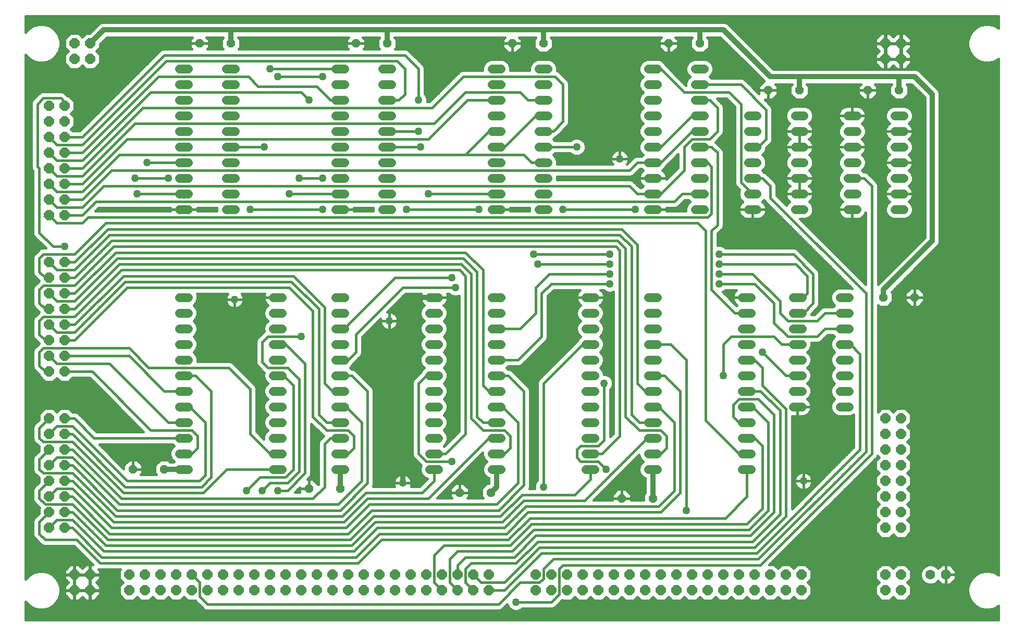
<source format=gbl>
G75*
%MOIN*%
%OFA0B0*%
%FSLAX24Y24*%
%IPPOS*%
%LPD*%
%AMOC8*
5,1,8,0,0,1.08239X$1,22.5*
%
%ADD10C,0.0560*%
%ADD11OC8,0.0640*%
%ADD12OC8,0.0560*%
%ADD13OC8,0.0630*%
%ADD14C,0.0630*%
%ADD15C,0.0160*%
%ADD16C,0.0500*%
%ADD17C,0.0320*%
D10*
X014110Y013890D02*
X014670Y013890D01*
X014670Y014890D02*
X014110Y014890D01*
X014110Y015890D02*
X014670Y015890D01*
X014670Y016890D02*
X014110Y016890D01*
X014110Y017890D02*
X014670Y017890D01*
X014670Y018890D02*
X014110Y018890D01*
X014110Y019890D02*
X014670Y019890D01*
X014670Y020890D02*
X014110Y020890D01*
X014110Y021890D02*
X014670Y021890D01*
X014670Y022890D02*
X014110Y022890D01*
X014110Y023890D02*
X014670Y023890D01*
X014670Y024890D02*
X014110Y024890D01*
X020110Y024890D02*
X020670Y024890D01*
X020670Y023890D02*
X020110Y023890D01*
X020110Y022890D02*
X020670Y022890D01*
X020670Y021890D02*
X020110Y021890D01*
X020110Y020890D02*
X020670Y020890D01*
X020670Y019890D02*
X020110Y019890D01*
X020110Y018890D02*
X020670Y018890D01*
X020670Y017890D02*
X020110Y017890D01*
X020110Y016890D02*
X020670Y016890D01*
X020670Y015890D02*
X020110Y015890D01*
X020110Y014890D02*
X020670Y014890D01*
X020670Y013890D02*
X020110Y013890D01*
X024110Y013890D02*
X024670Y013890D01*
X024670Y014890D02*
X024110Y014890D01*
X024110Y015890D02*
X024670Y015890D01*
X024670Y016890D02*
X024110Y016890D01*
X024110Y017890D02*
X024670Y017890D01*
X024670Y018890D02*
X024110Y018890D01*
X024110Y019890D02*
X024670Y019890D01*
X024670Y020890D02*
X024110Y020890D01*
X024110Y021890D02*
X024670Y021890D01*
X024670Y022890D02*
X024110Y022890D01*
X024110Y023890D02*
X024670Y023890D01*
X024670Y024890D02*
X024110Y024890D01*
X030110Y024890D02*
X030670Y024890D01*
X030670Y023890D02*
X030110Y023890D01*
X030110Y022890D02*
X030670Y022890D01*
X030670Y021890D02*
X030110Y021890D01*
X030110Y020890D02*
X030670Y020890D01*
X030670Y019890D02*
X030110Y019890D01*
X030110Y018890D02*
X030670Y018890D01*
X030670Y017890D02*
X030110Y017890D01*
X030110Y016890D02*
X030670Y016890D01*
X030670Y015890D02*
X030110Y015890D01*
X030110Y014890D02*
X030670Y014890D01*
X030670Y013890D02*
X030110Y013890D01*
X034110Y013890D02*
X034670Y013890D01*
X034670Y014890D02*
X034110Y014890D01*
X034110Y015890D02*
X034670Y015890D01*
X034670Y016890D02*
X034110Y016890D01*
X034110Y017890D02*
X034670Y017890D01*
X034670Y018890D02*
X034110Y018890D01*
X034110Y019890D02*
X034670Y019890D01*
X034670Y020890D02*
X034110Y020890D01*
X034110Y021890D02*
X034670Y021890D01*
X034670Y022890D02*
X034110Y022890D01*
X034110Y023890D02*
X034670Y023890D01*
X034670Y024890D02*
X034110Y024890D01*
X040110Y024890D02*
X040670Y024890D01*
X040670Y023890D02*
X040110Y023890D01*
X040110Y022890D02*
X040670Y022890D01*
X040670Y021890D02*
X040110Y021890D01*
X040110Y020890D02*
X040670Y020890D01*
X040670Y019890D02*
X040110Y019890D01*
X040110Y018890D02*
X040670Y018890D01*
X040670Y017890D02*
X040110Y017890D01*
X040110Y016890D02*
X040670Y016890D01*
X040670Y015890D02*
X040110Y015890D01*
X040110Y014890D02*
X040670Y014890D01*
X040670Y013890D02*
X040110Y013890D01*
X044110Y013890D02*
X044670Y013890D01*
X044670Y014890D02*
X044110Y014890D01*
X044110Y015890D02*
X044670Y015890D01*
X044670Y016890D02*
X044110Y016890D01*
X044110Y017890D02*
X044670Y017890D01*
X044670Y018890D02*
X044110Y018890D01*
X044110Y019890D02*
X044670Y019890D01*
X044670Y020890D02*
X044110Y020890D01*
X044110Y021890D02*
X044670Y021890D01*
X044670Y022890D02*
X044110Y022890D01*
X044110Y023890D02*
X044670Y023890D01*
X044670Y024890D02*
X044110Y024890D01*
X050110Y024890D02*
X050670Y024890D01*
X050670Y023890D02*
X050110Y023890D01*
X050110Y022890D02*
X050670Y022890D01*
X050670Y021890D02*
X050110Y021890D01*
X050110Y020890D02*
X050670Y020890D01*
X050670Y019890D02*
X050110Y019890D01*
X050110Y018890D02*
X050670Y018890D01*
X050670Y017890D02*
X050110Y017890D01*
X050110Y016890D02*
X050670Y016890D01*
X050670Y015890D02*
X050110Y015890D01*
X050110Y014890D02*
X050670Y014890D01*
X050670Y013890D02*
X050110Y013890D01*
X053360Y017890D02*
X053920Y017890D01*
X053920Y018890D02*
X053360Y018890D01*
X053360Y019890D02*
X053920Y019890D01*
X053920Y020890D02*
X053360Y020890D01*
X053360Y021890D02*
X053920Y021890D01*
X053920Y022890D02*
X053360Y022890D01*
X053360Y023890D02*
X053920Y023890D01*
X053920Y024890D02*
X053360Y024890D01*
X056360Y024890D02*
X056920Y024890D01*
X056920Y023890D02*
X056360Y023890D01*
X056360Y022890D02*
X056920Y022890D01*
X056920Y021890D02*
X056360Y021890D01*
X056360Y020890D02*
X056920Y020890D01*
X056920Y019890D02*
X056360Y019890D01*
X056360Y018890D02*
X056920Y018890D01*
X056920Y017890D02*
X056360Y017890D01*
X056860Y030515D02*
X057420Y030515D01*
X057420Y031515D02*
X056860Y031515D01*
X056860Y032515D02*
X057420Y032515D01*
X057420Y033515D02*
X056860Y033515D01*
X056860Y034515D02*
X057420Y034515D01*
X057420Y035515D02*
X056860Y035515D01*
X056860Y036515D02*
X057420Y036515D01*
X059860Y036515D02*
X060420Y036515D01*
X060420Y035515D02*
X059860Y035515D01*
X059860Y034515D02*
X060420Y034515D01*
X060420Y033515D02*
X059860Y033515D01*
X059860Y032515D02*
X060420Y032515D01*
X060420Y031515D02*
X059860Y031515D01*
X059860Y030515D02*
X060420Y030515D01*
X054045Y030515D02*
X053485Y030515D01*
X053485Y031515D02*
X054045Y031515D01*
X054045Y032515D02*
X053485Y032515D01*
X053485Y033515D02*
X054045Y033515D01*
X054045Y034515D02*
X053485Y034515D01*
X053485Y035515D02*
X054045Y035515D01*
X054045Y036515D02*
X053485Y036515D01*
X051045Y036515D02*
X050485Y036515D01*
X050485Y035515D02*
X051045Y035515D01*
X051045Y034515D02*
X050485Y034515D01*
X050485Y033515D02*
X051045Y033515D01*
X051045Y032515D02*
X050485Y032515D01*
X050485Y031515D02*
X051045Y031515D01*
X051045Y030515D02*
X050485Y030515D01*
X047670Y030515D02*
X047110Y030515D01*
X047110Y031515D02*
X047670Y031515D01*
X047670Y032515D02*
X047110Y032515D01*
X047110Y033515D02*
X047670Y033515D01*
X047670Y034515D02*
X047110Y034515D01*
X047110Y035515D02*
X047670Y035515D01*
X047670Y036515D02*
X047110Y036515D01*
X047110Y037515D02*
X047670Y037515D01*
X047670Y038515D02*
X047110Y038515D01*
X047110Y039515D02*
X047670Y039515D01*
X044670Y039515D02*
X044110Y039515D01*
X044110Y038515D02*
X044670Y038515D01*
X044670Y037515D02*
X044110Y037515D01*
X044110Y036515D02*
X044670Y036515D01*
X044670Y035515D02*
X044110Y035515D01*
X044110Y034515D02*
X044670Y034515D01*
X044670Y033515D02*
X044110Y033515D01*
X044110Y032515D02*
X044670Y032515D01*
X044670Y031515D02*
X044110Y031515D01*
X044110Y030515D02*
X044670Y030515D01*
X037670Y030515D02*
X037110Y030515D01*
X037110Y031515D02*
X037670Y031515D01*
X037670Y032515D02*
X037110Y032515D01*
X037110Y033515D02*
X037670Y033515D01*
X037670Y034515D02*
X037110Y034515D01*
X037110Y035515D02*
X037670Y035515D01*
X037670Y036515D02*
X037110Y036515D01*
X037110Y037515D02*
X037670Y037515D01*
X037670Y038515D02*
X037110Y038515D01*
X037110Y039515D02*
X037670Y039515D01*
X034670Y039515D02*
X034110Y039515D01*
X034110Y038515D02*
X034670Y038515D01*
X034670Y037515D02*
X034110Y037515D01*
X034110Y036515D02*
X034670Y036515D01*
X034670Y035515D02*
X034110Y035515D01*
X034110Y034515D02*
X034670Y034515D01*
X034670Y033515D02*
X034110Y033515D01*
X034110Y032515D02*
X034670Y032515D01*
X034670Y031515D02*
X034110Y031515D01*
X034110Y030515D02*
X034670Y030515D01*
X027670Y030515D02*
X027110Y030515D01*
X027110Y031515D02*
X027670Y031515D01*
X027670Y032515D02*
X027110Y032515D01*
X027110Y033515D02*
X027670Y033515D01*
X027670Y034515D02*
X027110Y034515D01*
X027110Y035515D02*
X027670Y035515D01*
X027670Y036515D02*
X027110Y036515D01*
X027110Y037515D02*
X027670Y037515D01*
X027670Y038515D02*
X027110Y038515D01*
X027110Y039515D02*
X027670Y039515D01*
X024670Y039515D02*
X024110Y039515D01*
X024110Y038515D02*
X024670Y038515D01*
X024670Y037515D02*
X024110Y037515D01*
X024110Y036515D02*
X024670Y036515D01*
X024670Y035515D02*
X024110Y035515D01*
X024110Y034515D02*
X024670Y034515D01*
X024670Y033515D02*
X024110Y033515D01*
X024110Y032515D02*
X024670Y032515D01*
X024670Y031515D02*
X024110Y031515D01*
X024110Y030515D02*
X024670Y030515D01*
X017670Y030515D02*
X017110Y030515D01*
X017110Y031515D02*
X017670Y031515D01*
X017670Y032515D02*
X017110Y032515D01*
X017110Y033515D02*
X017670Y033515D01*
X017670Y034515D02*
X017110Y034515D01*
X017110Y035515D02*
X017670Y035515D01*
X017670Y036515D02*
X017110Y036515D01*
X017110Y037515D02*
X017670Y037515D01*
X017670Y038515D02*
X017110Y038515D01*
X017110Y039515D02*
X017670Y039515D01*
X014670Y039515D02*
X014110Y039515D01*
X014110Y038515D02*
X014670Y038515D01*
X014670Y037515D02*
X014110Y037515D01*
X014110Y036515D02*
X014670Y036515D01*
X014670Y035515D02*
X014110Y035515D01*
X014110Y034515D02*
X014670Y034515D01*
X014670Y033515D02*
X014110Y033515D01*
X014110Y032515D02*
X014670Y032515D01*
X014670Y031515D02*
X014110Y031515D01*
X014110Y030515D02*
X014670Y030515D01*
D11*
X006765Y030140D03*
X005765Y030140D03*
X005765Y031140D03*
X006765Y031140D03*
X006765Y032140D03*
X005765Y032140D03*
X005765Y033140D03*
X006765Y033140D03*
X006765Y034140D03*
X005765Y034140D03*
X005765Y035140D03*
X006765Y035140D03*
X006765Y036140D03*
X005765Y036140D03*
X005765Y037140D03*
X006765Y037140D03*
X007390Y040140D03*
X008390Y040140D03*
X008390Y041140D03*
X007390Y041140D03*
X006765Y027140D03*
X005765Y027140D03*
X005765Y026140D03*
X006765Y026140D03*
X006765Y025140D03*
X005765Y025140D03*
X005765Y024140D03*
X006765Y024140D03*
X006765Y023140D03*
X005765Y023140D03*
X005765Y022140D03*
X006765Y022140D03*
X006765Y021140D03*
X005765Y021140D03*
X005765Y020140D03*
X006765Y020140D03*
X006765Y017140D03*
X005765Y017140D03*
X005765Y016140D03*
X006765Y016140D03*
X006765Y015140D03*
X005765Y015140D03*
X005765Y014140D03*
X006765Y014140D03*
X006765Y013140D03*
X005765Y013140D03*
X005765Y012140D03*
X006765Y012140D03*
X006765Y011140D03*
X005765Y011140D03*
X005765Y010140D03*
X006765Y010140D03*
X007390Y007140D03*
X008390Y007140D03*
X008390Y006140D03*
X007390Y006140D03*
X010890Y006140D03*
X011890Y006140D03*
X011890Y007140D03*
X010890Y007140D03*
X012890Y007140D03*
X013890Y007140D03*
X014890Y007140D03*
X014890Y006140D03*
X013890Y006140D03*
X012890Y006140D03*
X015890Y006140D03*
X016890Y006140D03*
X016890Y007140D03*
X015890Y007140D03*
X017890Y007140D03*
X018890Y007140D03*
X018890Y006140D03*
X017890Y006140D03*
X019890Y006140D03*
X020890Y006140D03*
X021890Y006140D03*
X021890Y007140D03*
X020890Y007140D03*
X019890Y007140D03*
X022890Y007140D03*
X023890Y007140D03*
X023890Y006140D03*
X022890Y006140D03*
X024890Y006140D03*
X025890Y006140D03*
X026890Y006140D03*
X026890Y007140D03*
X025890Y007140D03*
X024890Y007140D03*
X027890Y007140D03*
X028890Y007140D03*
X028890Y006140D03*
X027890Y006140D03*
X029890Y006140D03*
X030890Y006140D03*
X031890Y006140D03*
X031890Y007140D03*
X030890Y007140D03*
X029890Y007140D03*
X032890Y007140D03*
X033890Y007140D03*
X033890Y006140D03*
X032890Y006140D03*
X036890Y006140D03*
X037890Y006140D03*
X038890Y006140D03*
X038890Y007140D03*
X037890Y007140D03*
X036890Y007140D03*
X039890Y007140D03*
X040890Y007140D03*
X040890Y006140D03*
X039890Y006140D03*
X041890Y006140D03*
X042890Y006140D03*
X043890Y006140D03*
X043890Y007140D03*
X042890Y007140D03*
X041890Y007140D03*
X044890Y007140D03*
X045890Y007140D03*
X045890Y006140D03*
X044890Y006140D03*
X046890Y006140D03*
X047890Y006140D03*
X048890Y006140D03*
X048890Y007140D03*
X047890Y007140D03*
X046890Y007140D03*
X049890Y007140D03*
X050890Y007140D03*
X050890Y006140D03*
X049890Y006140D03*
X051890Y006140D03*
X052890Y006140D03*
X052890Y007140D03*
X051890Y007140D03*
X053890Y007140D03*
X053890Y006140D03*
X059265Y006140D03*
X060265Y006140D03*
X060265Y007140D03*
X059265Y007140D03*
X059265Y010140D03*
X060265Y010140D03*
X060265Y011140D03*
X059265Y011140D03*
X059265Y012140D03*
X060265Y012140D03*
X060265Y013140D03*
X059265Y013140D03*
X059265Y014140D03*
X060265Y014140D03*
X060265Y015140D03*
X059265Y015140D03*
X059265Y016140D03*
X060265Y016140D03*
X060265Y017140D03*
X059265Y017140D03*
X059265Y040140D03*
X060265Y040140D03*
X060265Y041140D03*
X059265Y041140D03*
D12*
X060140Y038140D03*
X058140Y038140D03*
X053765Y038140D03*
X051765Y038140D03*
X047390Y041140D03*
X045390Y041140D03*
X037390Y041140D03*
X035390Y041140D03*
X027390Y041140D03*
X025390Y041140D03*
X017390Y041140D03*
X015390Y041140D03*
X013140Y013890D03*
X011140Y013890D03*
X022390Y012640D03*
X024390Y012640D03*
X032015Y012390D03*
X034015Y012390D03*
X042390Y012015D03*
X044390Y012015D03*
X059140Y024890D03*
X061140Y024890D03*
D13*
X063140Y007140D03*
D14*
X062140Y007140D03*
D15*
X004270Y005423D02*
X004270Y004270D01*
X066502Y004270D01*
X066502Y005157D01*
X066236Y005003D01*
X065926Y004920D01*
X065604Y004920D01*
X065294Y005003D01*
X065016Y005164D01*
X064789Y005391D01*
X064628Y005669D01*
X064545Y005979D01*
X064545Y006301D01*
X064628Y006611D01*
X064789Y006889D01*
X065016Y007116D01*
X065294Y007277D01*
X065604Y007360D01*
X065926Y007360D01*
X066236Y007277D01*
X066502Y007123D01*
X066502Y040157D01*
X066236Y040003D01*
X065926Y039920D01*
X065604Y039920D01*
X065294Y040003D01*
X065016Y040164D01*
X064789Y040391D01*
X064628Y040669D01*
X064545Y040979D01*
X060905Y040979D01*
X060905Y040875D02*
X060905Y041120D01*
X060285Y041120D01*
X060285Y041160D01*
X060905Y041160D01*
X060905Y041405D01*
X060530Y041780D01*
X060285Y041780D01*
X060285Y041160D01*
X060245Y041160D01*
X060245Y041780D01*
X060000Y041780D01*
X059765Y041545D01*
X059530Y041780D01*
X059285Y041780D01*
X059285Y041160D01*
X059245Y041160D01*
X059245Y041780D01*
X059000Y041780D01*
X058625Y041405D01*
X058625Y041160D01*
X059245Y041160D01*
X059245Y041120D01*
X058625Y041120D01*
X058625Y040875D01*
X058860Y040640D01*
X058625Y040405D01*
X058625Y040160D01*
X059245Y040160D01*
X059245Y041120D01*
X059285Y041120D01*
X059285Y041160D01*
X060245Y041160D01*
X060245Y041120D01*
X060285Y041120D01*
X060285Y040500D01*
X060285Y040160D01*
X060905Y040160D01*
X060905Y040405D01*
X060670Y040640D01*
X060905Y040875D01*
X060851Y040821D02*
X064588Y040821D01*
X064545Y040979D02*
X064545Y041301D01*
X064628Y041611D01*
X064789Y041889D01*
X065016Y042116D01*
X065294Y042277D01*
X065604Y042360D01*
X065926Y042360D01*
X066236Y042277D01*
X066502Y042123D01*
X066502Y042880D01*
X004270Y042880D01*
X004270Y041857D01*
X004289Y041889D01*
X004516Y042116D01*
X004794Y042277D01*
X005104Y042360D01*
X005426Y042360D01*
X005736Y042277D01*
X006014Y042116D01*
X006241Y041889D01*
X006402Y041611D01*
X006485Y041301D01*
X006485Y040979D01*
X006750Y040979D01*
X006750Y040875D02*
X006985Y040640D01*
X006750Y040405D01*
X006750Y039875D01*
X007125Y039500D01*
X007655Y039500D01*
X007890Y039735D01*
X008125Y039500D01*
X008655Y039500D01*
X009030Y039875D01*
X009030Y040405D01*
X008795Y040640D01*
X009030Y040875D01*
X009030Y041101D01*
X009464Y041535D01*
X014936Y041535D01*
X014790Y041389D01*
X014790Y041140D01*
X015390Y041140D01*
X015990Y041140D01*
X015990Y041389D01*
X015844Y041535D01*
X016910Y041535D01*
X016910Y041509D01*
X016790Y041389D01*
X016790Y040891D01*
X016891Y040790D01*
X015889Y040790D01*
X015990Y040891D01*
X015990Y041140D01*
X015390Y041140D01*
X015390Y041140D01*
X015390Y041140D01*
X014790Y041140D01*
X014790Y040891D01*
X014891Y040790D01*
X013060Y040790D01*
X012913Y040729D01*
X012801Y040617D01*
X007724Y035540D01*
X007270Y035540D01*
X007170Y035640D01*
X007405Y035875D01*
X007405Y036405D01*
X007170Y036640D01*
X007405Y036875D01*
X007405Y037405D01*
X007030Y037780D01*
X006941Y037780D01*
X006854Y037867D01*
X006742Y037979D01*
X006595Y038040D01*
X005310Y038040D01*
X005163Y037979D01*
X004788Y037604D01*
X004676Y037492D01*
X004270Y037492D01*
X004270Y037334D02*
X004615Y037334D01*
X004615Y037345D02*
X004615Y033185D01*
X004676Y033038D01*
X004740Y032974D01*
X004740Y028935D01*
X004801Y028788D01*
X005549Y028040D01*
X005310Y028040D01*
X005163Y027979D01*
X005051Y027867D01*
X004801Y027617D01*
X004740Y027470D01*
X004740Y026435D01*
X004801Y026288D01*
X004913Y026176D01*
X005125Y025964D01*
X005125Y025941D01*
X005051Y025867D01*
X004801Y025617D01*
X004740Y025470D01*
X004740Y024435D01*
X004801Y024288D01*
X004913Y024176D01*
X005125Y023964D01*
X005125Y023941D01*
X005051Y023867D01*
X004801Y023617D01*
X004740Y023470D01*
X004740Y022435D01*
X004801Y022288D01*
X004913Y022176D01*
X005125Y021964D01*
X005125Y021941D01*
X005051Y021867D01*
X004801Y021617D01*
X004740Y021470D01*
X004740Y020435D01*
X004801Y020288D01*
X004913Y020176D01*
X005125Y019964D01*
X005125Y019875D01*
X005500Y019500D01*
X006030Y019500D01*
X006265Y019735D01*
X006500Y019500D01*
X007030Y019500D01*
X007270Y019740D01*
X008349Y019740D01*
X011799Y016290D01*
X008806Y016290D01*
X007617Y017479D01*
X007470Y017540D01*
X007270Y017540D01*
X007030Y017780D01*
X006500Y017780D01*
X006265Y017545D01*
X006030Y017780D01*
X005500Y017780D01*
X005125Y017405D01*
X005125Y017066D01*
X004913Y016854D01*
X004801Y016742D01*
X004740Y016595D01*
X004740Y015810D01*
X004801Y015663D01*
X005051Y015413D01*
X005125Y015339D01*
X005125Y015066D01*
X004913Y014854D01*
X004801Y014742D01*
X004740Y014595D01*
X004740Y013810D01*
X004801Y013663D01*
X005051Y013413D01*
X005125Y013339D01*
X005125Y013066D01*
X004913Y012854D01*
X004801Y012742D01*
X004740Y012595D01*
X004740Y011935D01*
X004801Y011788D01*
X005155Y011435D01*
X005125Y011405D01*
X005125Y011066D01*
X004913Y010854D01*
X004801Y010742D01*
X004740Y010595D01*
X004740Y009685D01*
X004801Y009538D01*
X005176Y009163D01*
X005288Y009051D01*
X005435Y008990D01*
X007349Y008990D01*
X008559Y007780D01*
X008410Y007780D01*
X008410Y007160D01*
X009030Y007160D01*
X009030Y007405D01*
X008945Y007490D01*
X010335Y007490D01*
X010250Y007405D01*
X010250Y006875D01*
X010485Y006640D01*
X010250Y006405D01*
X010250Y005875D01*
X010625Y005500D01*
X011155Y005500D01*
X011390Y005735D01*
X011625Y005500D01*
X012155Y005500D01*
X012390Y005735D01*
X012625Y005500D01*
X013155Y005500D01*
X013390Y005735D01*
X013625Y005500D01*
X014155Y005500D01*
X014390Y005735D01*
X014625Y005500D01*
X015089Y005500D01*
X015551Y005038D01*
X015663Y004926D01*
X015810Y004865D01*
X034595Y004865D01*
X034742Y004926D01*
X035077Y005261D01*
X035157Y005067D01*
X035317Y004907D01*
X035527Y004820D01*
X035753Y004820D01*
X035963Y004907D01*
X036046Y004990D01*
X037970Y004990D01*
X038117Y005051D01*
X038595Y005530D01*
X038625Y005500D01*
X039155Y005500D01*
X039390Y005735D01*
X039625Y005500D01*
X040155Y005500D01*
X040390Y005735D01*
X040625Y005500D01*
X041155Y005500D01*
X041390Y005735D01*
X041625Y005500D01*
X042155Y005500D01*
X042390Y005735D01*
X042625Y005500D01*
X043155Y005500D01*
X043390Y005735D01*
X043625Y005500D01*
X044155Y005500D01*
X044390Y005735D01*
X044625Y005500D01*
X045155Y005500D01*
X045390Y005735D01*
X045625Y005500D01*
X046155Y005500D01*
X046390Y005735D01*
X046625Y005500D01*
X047155Y005500D01*
X047390Y005735D01*
X047625Y005500D01*
X048155Y005500D01*
X048390Y005735D01*
X048625Y005500D01*
X049155Y005500D01*
X049390Y005735D01*
X049625Y005500D01*
X050155Y005500D01*
X050390Y005735D01*
X050625Y005500D01*
X051155Y005500D01*
X051390Y005735D01*
X051625Y005500D01*
X052155Y005500D01*
X052390Y005735D01*
X052625Y005500D01*
X053155Y005500D01*
X053390Y005735D01*
X053625Y005500D01*
X054155Y005500D01*
X054530Y005875D01*
X054530Y006405D01*
X054295Y006640D01*
X054530Y006875D01*
X054530Y007405D01*
X054155Y007780D01*
X053625Y007780D01*
X053390Y007545D01*
X053155Y007780D01*
X052625Y007780D01*
X052390Y007545D01*
X052155Y007780D01*
X051846Y007780D01*
X058729Y014663D01*
X058761Y014739D01*
X058860Y014640D01*
X058625Y014405D01*
X058625Y013875D01*
X058860Y013640D01*
X058625Y013405D01*
X058625Y012875D01*
X058860Y012640D01*
X058625Y012405D01*
X058625Y011875D01*
X058860Y011640D01*
X058625Y011405D01*
X058625Y010875D01*
X058860Y010640D01*
X058625Y010405D01*
X058625Y009875D01*
X059000Y009500D01*
X059530Y009500D01*
X059765Y009735D01*
X060000Y009500D01*
X060530Y009500D01*
X060905Y009875D01*
X060905Y010405D01*
X060670Y010640D01*
X060905Y010875D01*
X060905Y011405D01*
X060670Y011640D01*
X060905Y011875D01*
X060905Y012405D01*
X060670Y012640D01*
X060905Y012875D01*
X060905Y013405D01*
X060670Y013640D01*
X060905Y013875D01*
X060905Y014405D01*
X060670Y014640D01*
X060905Y014875D01*
X060905Y015405D01*
X060670Y015640D01*
X060905Y015875D01*
X060905Y016405D01*
X060670Y016640D01*
X060905Y016875D01*
X060905Y017405D01*
X060530Y017780D01*
X060000Y017780D01*
X059765Y017545D01*
X059530Y017780D01*
X059000Y017780D01*
X058790Y017570D01*
X058790Y024391D01*
X058891Y024290D01*
X059389Y024290D01*
X059740Y024641D01*
X059740Y025139D01*
X059654Y025225D01*
X062672Y028243D01*
X062745Y028420D01*
X062745Y028610D01*
X062745Y037985D01*
X062672Y038162D01*
X062537Y038297D01*
X061412Y039422D01*
X061235Y039495D01*
X052089Y039495D01*
X049162Y042422D01*
X048985Y042495D01*
X009170Y042495D01*
X008993Y042422D01*
X008858Y042287D01*
X008351Y041780D01*
X008125Y041780D01*
X007890Y041545D01*
X007655Y041780D01*
X007125Y041780D01*
X006750Y041405D01*
X006750Y040875D01*
X006804Y040821D02*
X006442Y040821D01*
X006402Y040669D02*
X006485Y040979D01*
X006485Y041138D02*
X006750Y041138D01*
X006750Y041296D02*
X006485Y041296D01*
X006444Y041455D02*
X006799Y041455D01*
X006958Y041613D02*
X006401Y041613D01*
X006309Y041772D02*
X007116Y041772D01*
X007664Y041772D02*
X008116Y041772D01*
X007958Y041613D02*
X007822Y041613D01*
X008501Y041930D02*
X006200Y041930D01*
X006042Y042089D02*
X008660Y042089D01*
X008818Y042247D02*
X005788Y042247D01*
X004742Y042247D02*
X004270Y042247D01*
X004270Y042089D02*
X004488Y042089D01*
X004330Y041930D02*
X004270Y041930D01*
X004270Y042406D02*
X008977Y042406D01*
X009383Y041455D02*
X014856Y041455D01*
X014790Y041296D02*
X009225Y041296D01*
X009066Y041138D02*
X014790Y041138D01*
X014790Y040979D02*
X009030Y040979D01*
X008976Y040821D02*
X014861Y040821D01*
X015919Y040821D02*
X016861Y040821D01*
X016790Y040979D02*
X015990Y040979D01*
X015990Y041138D02*
X016790Y041138D01*
X016790Y041296D02*
X015990Y041296D01*
X015924Y041455D02*
X016856Y041455D01*
X017870Y041509D02*
X017990Y041389D01*
X017990Y040891D01*
X017889Y040790D01*
X024891Y040790D01*
X024790Y040891D01*
X024790Y041140D01*
X025390Y041140D01*
X025990Y041140D01*
X025990Y041389D01*
X025844Y041535D01*
X026910Y041535D01*
X026910Y041509D01*
X026790Y041389D01*
X026790Y040891D01*
X026891Y040790D01*
X025889Y040790D01*
X025990Y040891D01*
X025990Y041140D01*
X025390Y041140D01*
X025390Y041140D01*
X025390Y041140D01*
X024790Y041140D01*
X024790Y041389D01*
X024936Y041535D01*
X017870Y041535D01*
X017870Y041509D01*
X017924Y041455D02*
X024856Y041455D01*
X024790Y041296D02*
X017990Y041296D01*
X017990Y041138D02*
X024790Y041138D01*
X024790Y040979D02*
X017990Y040979D01*
X017919Y040821D02*
X024861Y040821D01*
X025919Y040821D02*
X026861Y040821D01*
X026790Y040979D02*
X025990Y040979D01*
X025990Y041138D02*
X026790Y041138D01*
X026790Y041296D02*
X025990Y041296D01*
X025924Y041455D02*
X026856Y041455D01*
X027870Y041509D02*
X027990Y041389D01*
X027990Y040891D01*
X027889Y040790D01*
X028595Y040790D01*
X028742Y040729D01*
X029617Y039854D01*
X029729Y039742D01*
X029790Y039595D01*
X029790Y037921D01*
X029873Y037838D01*
X029960Y037628D01*
X029960Y037415D01*
X030099Y037415D01*
X031926Y039242D01*
X032038Y039354D01*
X032185Y039415D01*
X033510Y039415D01*
X033510Y039634D01*
X033601Y039855D01*
X033770Y040024D01*
X033991Y040115D01*
X034789Y040115D01*
X035010Y040024D01*
X035179Y039855D01*
X035270Y039634D01*
X035270Y039415D01*
X036510Y039415D01*
X036510Y039634D01*
X036601Y039855D01*
X036770Y040024D01*
X036991Y040115D01*
X037789Y040115D01*
X038010Y040024D01*
X038179Y039855D01*
X038270Y039634D01*
X038270Y039396D01*
X038269Y039394D01*
X038367Y039354D01*
X038867Y038854D01*
X038979Y038742D01*
X039040Y038595D01*
X039040Y036060D01*
X038979Y035913D01*
X038354Y035288D01*
X038242Y035176D01*
X038135Y035132D01*
X038019Y035015D01*
X038119Y034915D01*
X039109Y034915D01*
X039192Y034998D01*
X039402Y035085D01*
X039628Y035085D01*
X039838Y034998D01*
X039998Y034838D01*
X040085Y034628D01*
X040085Y034402D01*
X039998Y034192D01*
X039838Y034032D01*
X039628Y033945D01*
X039402Y033945D01*
X039192Y034032D01*
X039109Y034115D01*
X038119Y034115D01*
X038019Y034015D01*
X038179Y033855D01*
X038270Y033634D01*
X038270Y033415D01*
X041815Y033415D01*
X041777Y033466D01*
X041737Y033546D01*
X041709Y033632D01*
X041695Y033720D01*
X041695Y033765D01*
X042265Y033765D01*
X042265Y033765D01*
X042265Y034335D01*
X042310Y034335D01*
X042398Y034321D01*
X042484Y034293D01*
X042564Y034253D01*
X042636Y034200D01*
X042700Y034136D01*
X042753Y034064D01*
X042793Y033984D01*
X042821Y033898D01*
X042835Y033810D01*
X042835Y033765D01*
X042265Y033765D01*
X042265Y033765D01*
X042265Y033765D01*
X042265Y034335D01*
X042220Y034335D01*
X042132Y034321D01*
X042046Y034293D01*
X041966Y034253D01*
X041894Y034200D01*
X041830Y034136D01*
X041777Y034064D01*
X041737Y033984D01*
X041709Y033898D01*
X041695Y033810D01*
X041695Y033765D01*
X042265Y033765D01*
X042835Y033765D01*
X042835Y033720D01*
X042821Y033632D01*
X042793Y033546D01*
X042753Y033466D01*
X042715Y033415D01*
X042724Y033415D01*
X043051Y033742D01*
X043163Y033854D01*
X043310Y033915D01*
X043661Y033915D01*
X043761Y034015D01*
X043601Y034175D01*
X043510Y034396D01*
X043510Y034634D01*
X043601Y034855D01*
X043761Y035015D01*
X043601Y035175D01*
X043510Y035396D01*
X043510Y035634D01*
X043601Y035855D01*
X043761Y036015D01*
X043601Y036175D01*
X043510Y036396D01*
X043510Y036634D01*
X043601Y036855D01*
X043761Y037015D01*
X043601Y037175D01*
X043510Y037396D01*
X043510Y037634D01*
X043601Y037855D01*
X043761Y038015D01*
X043601Y038175D01*
X043510Y038396D01*
X043510Y038634D01*
X043601Y038855D01*
X043761Y039015D01*
X043601Y039175D01*
X043510Y039396D01*
X043510Y039634D01*
X043601Y039855D01*
X043770Y040024D01*
X043991Y040115D01*
X044789Y040115D01*
X045010Y040024D01*
X045179Y039855D01*
X045223Y039748D01*
X045229Y039742D01*
X045229Y039742D01*
X046510Y038461D01*
X046510Y038634D01*
X046601Y038855D01*
X046761Y039015D01*
X046601Y039175D01*
X046510Y039396D01*
X046510Y039634D01*
X046601Y039855D01*
X046770Y040024D01*
X046991Y040115D01*
X047789Y040115D01*
X048010Y040024D01*
X048179Y039855D01*
X048270Y039634D01*
X048270Y039396D01*
X048179Y039175D01*
X048019Y039015D01*
X048119Y038915D01*
X050095Y038915D01*
X050242Y038854D01*
X050354Y038742D01*
X051165Y037931D01*
X051165Y038140D01*
X051765Y038140D01*
X052365Y038140D01*
X052365Y038389D01*
X052219Y038535D01*
X053285Y038535D01*
X053285Y038509D01*
X053165Y038389D01*
X053165Y037891D01*
X053516Y037540D01*
X054014Y037540D01*
X054365Y037891D01*
X054365Y038389D01*
X054245Y038509D01*
X054245Y038535D01*
X057686Y038535D01*
X057540Y038389D01*
X057540Y038140D01*
X058140Y038140D01*
X058740Y038140D01*
X058740Y038389D01*
X058594Y038535D01*
X059660Y038535D01*
X059660Y038509D01*
X059540Y038389D01*
X059540Y037891D01*
X059891Y037540D01*
X060389Y037540D01*
X060740Y037891D01*
X060740Y038389D01*
X060620Y038509D01*
X060620Y038535D01*
X060941Y038535D01*
X061785Y037691D01*
X061785Y028714D01*
X058868Y025797D01*
X058790Y025719D01*
X058790Y032095D01*
X058729Y032242D01*
X058229Y032742D01*
X058117Y032854D01*
X057970Y032915D01*
X057869Y032915D01*
X057769Y033015D01*
X057929Y033175D01*
X058020Y033396D01*
X058020Y033634D01*
X057929Y033855D01*
X057762Y034022D01*
X057811Y034057D01*
X057878Y034124D01*
X057933Y034201D01*
X057976Y034285D01*
X058005Y034374D01*
X058020Y034468D01*
X058020Y034515D01*
X058020Y034562D01*
X058005Y034655D01*
X057976Y034745D01*
X057933Y034829D01*
X057878Y034906D01*
X057811Y034973D01*
X057762Y035008D01*
X057929Y035175D01*
X058020Y035396D01*
X058020Y035634D01*
X057929Y035855D01*
X057762Y036022D01*
X057811Y036057D01*
X057878Y036124D01*
X057933Y036201D01*
X057976Y036285D01*
X058005Y036374D01*
X058020Y036468D01*
X058020Y036515D01*
X058020Y036562D01*
X058005Y036655D01*
X057976Y036745D01*
X057933Y036829D01*
X057878Y036906D01*
X057811Y036973D01*
X057734Y037028D01*
X057650Y037071D01*
X057560Y037100D01*
X057467Y037115D01*
X057140Y037115D01*
X057140Y036515D01*
X057140Y036515D01*
X058020Y036515D01*
X057140Y036515D01*
X057140Y036515D01*
X057140Y036515D01*
X056260Y036515D01*
X056260Y036562D01*
X056275Y036655D01*
X056304Y036745D01*
X056347Y036829D01*
X056402Y036906D01*
X056469Y036973D01*
X056546Y037028D01*
X056630Y037071D01*
X056719Y037100D01*
X056813Y037115D01*
X057140Y037115D01*
X057140Y036515D01*
X056260Y036515D01*
X056260Y036468D01*
X056275Y036374D01*
X056304Y036285D01*
X056347Y036201D01*
X056402Y036124D01*
X056469Y036057D01*
X056518Y036022D01*
X056351Y035855D01*
X056260Y035634D01*
X056260Y035396D01*
X056351Y035175D01*
X056518Y035008D01*
X056469Y034973D01*
X056402Y034906D01*
X056347Y034829D01*
X056304Y034745D01*
X056275Y034655D01*
X056260Y034562D01*
X056260Y034515D01*
X057140Y034515D01*
X058020Y034515D01*
X057140Y034515D01*
X057140Y034515D01*
X057140Y034515D01*
X056260Y034515D01*
X056260Y034468D01*
X056275Y034374D01*
X056304Y034285D01*
X056347Y034201D01*
X056402Y034124D01*
X056469Y034057D01*
X056518Y034022D01*
X056351Y033855D01*
X056260Y033634D01*
X056260Y033396D01*
X056351Y033175D01*
X056511Y033015D01*
X056351Y032855D01*
X056260Y032634D01*
X056260Y032396D01*
X056351Y032175D01*
X056511Y032015D01*
X056351Y031855D01*
X056260Y031634D01*
X056260Y031396D01*
X056351Y031175D01*
X056518Y031008D01*
X056469Y030973D01*
X056402Y030906D01*
X056347Y030829D01*
X056304Y030745D01*
X056275Y030655D01*
X056260Y030562D01*
X056260Y030515D01*
X057140Y030515D01*
X057140Y029915D01*
X057467Y029915D01*
X057560Y029930D01*
X057650Y029959D01*
X057734Y030002D01*
X057811Y030057D01*
X057878Y030124D01*
X057933Y030201D01*
X057990Y030201D01*
X057933Y030201D02*
X057976Y030285D01*
X057990Y030328D01*
X057990Y025731D01*
X053806Y029915D01*
X054164Y029915D01*
X054385Y030006D01*
X054554Y030175D01*
X054645Y030396D01*
X054645Y030634D01*
X054554Y030855D01*
X054387Y031022D01*
X054436Y031057D01*
X054503Y031124D01*
X054558Y031201D01*
X054601Y031285D01*
X054630Y031374D01*
X054645Y031468D01*
X054645Y031515D01*
X054645Y031562D01*
X054630Y031655D01*
X054601Y031745D01*
X054558Y031829D01*
X054503Y031906D01*
X054436Y031973D01*
X054378Y032015D01*
X054436Y032057D01*
X054503Y032124D01*
X054558Y032201D01*
X054601Y032285D01*
X054630Y032374D01*
X054645Y032468D01*
X054645Y032515D01*
X054645Y032562D01*
X054630Y032655D01*
X054601Y032745D01*
X054558Y032829D01*
X054503Y032906D01*
X054436Y032973D01*
X054387Y033008D01*
X054554Y033175D01*
X054645Y033396D01*
X054645Y033634D01*
X054554Y033855D01*
X054387Y034022D01*
X054436Y034057D01*
X054503Y034124D01*
X054558Y034201D01*
X054601Y034285D01*
X054630Y034374D01*
X054645Y034468D01*
X054645Y034515D01*
X054645Y034562D01*
X054630Y034655D01*
X054601Y034745D01*
X054558Y034829D01*
X054503Y034906D01*
X054436Y034973D01*
X054378Y035015D01*
X054436Y035057D01*
X054503Y035124D01*
X054558Y035201D01*
X054601Y035285D01*
X054630Y035374D01*
X054645Y035468D01*
X054645Y035515D01*
X054645Y035562D01*
X054630Y035655D01*
X054601Y035745D01*
X054558Y035829D01*
X054503Y035906D01*
X054436Y035973D01*
X054387Y036008D01*
X054554Y036175D01*
X054645Y036396D01*
X054645Y036634D01*
X054554Y036855D01*
X054385Y037024D01*
X054164Y037115D01*
X053366Y037115D01*
X053145Y037024D01*
X052976Y036855D01*
X052885Y036634D01*
X052885Y036396D01*
X052976Y036175D01*
X053143Y036008D01*
X053094Y035973D01*
X053027Y035906D01*
X052972Y035829D01*
X052929Y035745D01*
X052900Y035655D01*
X052885Y035562D01*
X052885Y035515D01*
X053765Y035515D01*
X054645Y035515D01*
X053765Y035515D01*
X053765Y035515D01*
X053765Y035515D01*
X053765Y034915D01*
X053765Y034515D01*
X054645Y034515D01*
X053765Y034515D01*
X053765Y034515D01*
X053765Y034515D01*
X053765Y034515D01*
X052885Y034515D01*
X052885Y034562D01*
X052900Y034655D01*
X052929Y034745D01*
X052972Y034829D01*
X053027Y034906D01*
X053094Y034973D01*
X053152Y035015D01*
X053094Y035057D01*
X053027Y035124D01*
X052972Y035201D01*
X052929Y035285D01*
X052900Y035374D01*
X052885Y035468D01*
X052885Y035515D01*
X053765Y035515D01*
X053765Y035515D01*
X053765Y034515D01*
X052885Y034515D01*
X052885Y034468D01*
X052900Y034374D01*
X052929Y034285D01*
X052972Y034201D01*
X053027Y034124D01*
X053094Y034057D01*
X053143Y034022D01*
X052976Y033855D01*
X052885Y033634D01*
X052885Y033396D01*
X052976Y033175D01*
X053143Y033008D01*
X053094Y032973D01*
X053027Y032906D01*
X052972Y032829D01*
X052929Y032745D01*
X052900Y032655D01*
X052885Y032562D01*
X052885Y032515D01*
X053765Y032515D01*
X054645Y032515D01*
X053765Y032515D01*
X053765Y032515D01*
X053765Y032515D01*
X053765Y031915D01*
X053765Y031515D01*
X054645Y031515D01*
X053765Y031515D01*
X053765Y031515D01*
X053765Y031515D01*
X053765Y031515D01*
X052885Y031515D01*
X052885Y031562D01*
X052900Y031655D01*
X052929Y031745D01*
X052972Y031829D01*
X053027Y031906D01*
X053094Y031973D01*
X053152Y032015D01*
X053094Y032057D01*
X053027Y032124D01*
X052972Y032201D01*
X052929Y032285D01*
X052900Y032374D01*
X052885Y032468D01*
X052885Y032515D01*
X053765Y032515D01*
X053765Y032515D01*
X053765Y031515D01*
X052885Y031515D01*
X052885Y031468D01*
X052900Y031374D01*
X052929Y031285D01*
X052972Y031201D01*
X053027Y031124D01*
X053094Y031057D01*
X053143Y031022D01*
X052976Y030855D01*
X052944Y030777D01*
X052290Y031431D01*
X052290Y032095D01*
X052229Y032242D01*
X051729Y032742D01*
X051617Y032854D01*
X051510Y032898D01*
X051394Y033015D01*
X051554Y033175D01*
X051645Y033396D01*
X051645Y033634D01*
X051554Y033855D01*
X051394Y034015D01*
X051554Y034175D01*
X051645Y034396D01*
X051645Y034454D01*
X051867Y034676D01*
X051979Y034788D01*
X052040Y034935D01*
X052040Y036970D01*
X051979Y037117D01*
X051556Y037540D01*
X051765Y037540D01*
X052014Y037540D01*
X052365Y037891D01*
X052365Y038140D01*
X051765Y038140D01*
X051765Y038140D01*
X051765Y037540D01*
X051765Y038140D01*
X051765Y038140D01*
X051765Y038140D01*
X051165Y038140D01*
X051165Y038389D01*
X051501Y038725D01*
X051483Y038743D01*
X048691Y041535D01*
X047870Y041535D01*
X047870Y041509D01*
X047990Y041389D01*
X047990Y040891D01*
X047639Y040540D01*
X047141Y040540D01*
X046790Y040891D01*
X046790Y041389D01*
X046910Y041509D01*
X046910Y041535D01*
X045844Y041535D01*
X045990Y041389D01*
X045990Y041140D01*
X045390Y041140D01*
X045390Y041140D01*
X045990Y041140D01*
X045990Y040891D01*
X045639Y040540D01*
X045390Y040540D01*
X045390Y041140D01*
X045390Y041140D01*
X045390Y041140D01*
X044790Y041140D01*
X044790Y041389D01*
X044936Y041535D01*
X037870Y041535D01*
X037870Y041509D01*
X037990Y041389D01*
X037990Y040891D01*
X037639Y040540D01*
X037141Y040540D01*
X036790Y040891D01*
X036790Y041389D01*
X036910Y041509D01*
X036910Y041535D01*
X035844Y041535D01*
X035990Y041389D01*
X035990Y041140D01*
X035390Y041140D01*
X035390Y041140D01*
X035990Y041140D01*
X035990Y040891D01*
X035639Y040540D01*
X035390Y040540D01*
X035390Y041140D01*
X035390Y041140D01*
X035390Y041140D01*
X034790Y041140D01*
X034790Y041389D01*
X034936Y041535D01*
X027870Y041535D01*
X027870Y041509D01*
X027924Y041455D02*
X034856Y041455D01*
X034790Y041296D02*
X027990Y041296D01*
X027990Y041138D02*
X034790Y041138D01*
X034790Y041140D02*
X034790Y040891D01*
X035141Y040540D01*
X035390Y040540D01*
X035390Y041140D01*
X034790Y041140D01*
X034790Y040979D02*
X027990Y040979D01*
X027919Y040821D02*
X034861Y040821D01*
X035019Y040662D02*
X028809Y040662D01*
X028967Y040504D02*
X049723Y040504D01*
X049564Y040662D02*
X047761Y040662D01*
X047919Y040821D02*
X049406Y040821D01*
X049247Y040979D02*
X047990Y040979D01*
X047990Y041138D02*
X049089Y041138D01*
X048930Y041296D02*
X047990Y041296D01*
X047924Y041455D02*
X048772Y041455D01*
X049495Y042089D02*
X064988Y042089D01*
X064830Y041930D02*
X049654Y041930D01*
X049812Y041772D02*
X058991Y041772D01*
X058833Y041613D02*
X049971Y041613D01*
X050129Y041455D02*
X058674Y041455D01*
X058625Y041296D02*
X050288Y041296D01*
X050446Y041138D02*
X059245Y041138D01*
X059285Y041138D02*
X060245Y041138D01*
X060245Y041120D02*
X059625Y041120D01*
X059285Y041120D01*
X059285Y040500D01*
X059285Y040160D01*
X060245Y040160D01*
X060245Y041120D01*
X060285Y041138D02*
X064545Y041138D01*
X064545Y041296D02*
X060905Y041296D01*
X060856Y041455D02*
X064586Y041455D01*
X064629Y041613D02*
X060697Y041613D01*
X060539Y041772D02*
X064721Y041772D01*
X065242Y042247D02*
X049337Y042247D01*
X049178Y042406D02*
X066502Y042406D01*
X066502Y042564D02*
X004270Y042564D01*
X004270Y042723D02*
X066502Y042723D01*
X066502Y042247D02*
X066288Y042247D01*
X064632Y040662D02*
X060692Y040662D01*
X060807Y040504D02*
X064724Y040504D01*
X064835Y040345D02*
X060905Y040345D01*
X060905Y040187D02*
X064993Y040187D01*
X065251Y040028D02*
X060905Y040028D01*
X060905Y040120D02*
X060905Y039875D01*
X060530Y039500D01*
X060285Y039500D01*
X060285Y040120D01*
X060285Y040160D01*
X060245Y040160D01*
X060245Y040120D01*
X060285Y040120D01*
X060905Y040120D01*
X060900Y039870D02*
X066502Y039870D01*
X066502Y040028D02*
X066279Y040028D01*
X066502Y039711D02*
X060741Y039711D01*
X060583Y039553D02*
X066502Y039553D01*
X066502Y039394D02*
X061440Y039394D01*
X061598Y039236D02*
X066502Y039236D01*
X066502Y039077D02*
X061757Y039077D01*
X061915Y038919D02*
X066502Y038919D01*
X066502Y038760D02*
X062074Y038760D01*
X062232Y038602D02*
X066502Y038602D01*
X066502Y038443D02*
X062391Y038443D01*
X062537Y038297D02*
X062537Y038297D01*
X062549Y038285D02*
X066502Y038285D01*
X066502Y038126D02*
X062687Y038126D01*
X062745Y037968D02*
X066502Y037968D01*
X066502Y037809D02*
X062745Y037809D01*
X062745Y037651D02*
X066502Y037651D01*
X066502Y037492D02*
X062745Y037492D01*
X062745Y037334D02*
X066502Y037334D01*
X066502Y037175D02*
X062745Y037175D01*
X062745Y037017D02*
X066502Y037017D01*
X066502Y036858D02*
X062745Y036858D01*
X062745Y036700D02*
X066502Y036700D01*
X066502Y036541D02*
X062745Y036541D01*
X062745Y036383D02*
X066502Y036383D01*
X066502Y036224D02*
X062745Y036224D01*
X062745Y036066D02*
X066502Y036066D01*
X066502Y035907D02*
X062745Y035907D01*
X062745Y035749D02*
X066502Y035749D01*
X066502Y035590D02*
X062745Y035590D01*
X062745Y035432D02*
X066502Y035432D01*
X066502Y035273D02*
X062745Y035273D01*
X062745Y035115D02*
X066502Y035115D01*
X066502Y034956D02*
X062745Y034956D01*
X062745Y034798D02*
X066502Y034798D01*
X066502Y034639D02*
X062745Y034639D01*
X062745Y034481D02*
X066502Y034481D01*
X066502Y034322D02*
X062745Y034322D01*
X062745Y034164D02*
X066502Y034164D01*
X066502Y034005D02*
X062745Y034005D01*
X062745Y033847D02*
X066502Y033847D01*
X066502Y033688D02*
X062745Y033688D01*
X062745Y033530D02*
X066502Y033530D01*
X066502Y033371D02*
X062745Y033371D01*
X062745Y033213D02*
X066502Y033213D01*
X066502Y033054D02*
X062745Y033054D01*
X062745Y032896D02*
X066502Y032896D01*
X066502Y032737D02*
X062745Y032737D01*
X062745Y032579D02*
X066502Y032579D01*
X066502Y032420D02*
X062745Y032420D01*
X062745Y032262D02*
X066502Y032262D01*
X066502Y032103D02*
X062745Y032103D01*
X062745Y031945D02*
X066502Y031945D01*
X066502Y031786D02*
X062745Y031786D01*
X062745Y031628D02*
X066502Y031628D01*
X066502Y031469D02*
X062745Y031469D01*
X062745Y031311D02*
X066502Y031311D01*
X066502Y031152D02*
X062745Y031152D01*
X062745Y030994D02*
X066502Y030994D01*
X066502Y030835D02*
X062745Y030835D01*
X062745Y030677D02*
X066502Y030677D01*
X066502Y030518D02*
X062745Y030518D01*
X062745Y030360D02*
X066502Y030360D01*
X066502Y030201D02*
X062745Y030201D01*
X062745Y030043D02*
X066502Y030043D01*
X066502Y029884D02*
X062745Y029884D01*
X062745Y029726D02*
X066502Y029726D01*
X066502Y029567D02*
X062745Y029567D01*
X062745Y029409D02*
X066502Y029409D01*
X066502Y029250D02*
X062745Y029250D01*
X062745Y029092D02*
X066502Y029092D01*
X066502Y028933D02*
X062745Y028933D01*
X062745Y028775D02*
X066502Y028775D01*
X066502Y028616D02*
X062745Y028616D01*
X062745Y028458D02*
X066502Y028458D01*
X066502Y028299D02*
X062695Y028299D01*
X062569Y028141D02*
X066502Y028141D01*
X066502Y027982D02*
X062411Y027982D01*
X062252Y027824D02*
X066502Y027824D01*
X066502Y027665D02*
X062094Y027665D01*
X061935Y027507D02*
X066502Y027507D01*
X066502Y027348D02*
X061777Y027348D01*
X061618Y027190D02*
X066502Y027190D01*
X066502Y027031D02*
X061460Y027031D01*
X061301Y026873D02*
X066502Y026873D01*
X066502Y026714D02*
X061143Y026714D01*
X060984Y026556D02*
X066502Y026556D01*
X066502Y026397D02*
X060826Y026397D01*
X060667Y026239D02*
X066502Y026239D01*
X066502Y026080D02*
X060509Y026080D01*
X060350Y025922D02*
X066502Y025922D01*
X066502Y025763D02*
X060192Y025763D01*
X060033Y025605D02*
X066502Y025605D01*
X066502Y025446D02*
X061432Y025446D01*
X061389Y025490D02*
X061140Y025490D01*
X061140Y024890D01*
X061740Y024890D01*
X061740Y025139D01*
X061389Y025490D01*
X061140Y025490D02*
X060891Y025490D01*
X060540Y025139D01*
X060540Y024890D01*
X061140Y024890D01*
X061140Y024890D01*
X061140Y024890D01*
X061740Y024890D01*
X061740Y024641D01*
X061389Y024290D01*
X061140Y024290D01*
X061140Y024890D01*
X061140Y024890D01*
X061140Y024890D01*
X061140Y025490D01*
X061140Y025446D02*
X061140Y025446D01*
X061140Y025288D02*
X061140Y025288D01*
X061140Y025129D02*
X061140Y025129D01*
X061140Y024971D02*
X061140Y024971D01*
X061140Y024890D02*
X060540Y024890D01*
X060540Y024641D01*
X060891Y024290D01*
X061140Y024290D01*
X061140Y024890D01*
X061140Y024812D02*
X061140Y024812D01*
X061140Y024654D02*
X061140Y024654D01*
X061140Y024495D02*
X061140Y024495D01*
X061140Y024337D02*
X061140Y024337D01*
X061435Y024337D02*
X066502Y024337D01*
X066502Y024495D02*
X061594Y024495D01*
X061740Y024654D02*
X066502Y024654D01*
X066502Y024812D02*
X061740Y024812D01*
X061740Y024971D02*
X066502Y024971D01*
X066502Y025129D02*
X061740Y025129D01*
X061591Y025288D02*
X066502Y025288D01*
X066502Y024178D02*
X058790Y024178D01*
X058790Y024020D02*
X066502Y024020D01*
X066502Y023861D02*
X058790Y023861D01*
X058790Y023703D02*
X066502Y023703D01*
X066502Y023544D02*
X058790Y023544D01*
X058790Y023386D02*
X066502Y023386D01*
X066502Y023227D02*
X058790Y023227D01*
X058790Y023069D02*
X066502Y023069D01*
X066502Y022910D02*
X058790Y022910D01*
X058790Y022752D02*
X066502Y022752D01*
X066502Y022593D02*
X058790Y022593D01*
X058790Y022435D02*
X066502Y022435D01*
X066502Y022276D02*
X058790Y022276D01*
X058790Y022118D02*
X066502Y022118D01*
X066502Y021959D02*
X058790Y021959D01*
X058790Y021801D02*
X066502Y021801D01*
X066502Y021642D02*
X058790Y021642D01*
X058790Y021484D02*
X066502Y021484D01*
X066502Y021325D02*
X058790Y021325D01*
X058790Y021167D02*
X066502Y021167D01*
X066502Y021008D02*
X058790Y021008D01*
X058790Y020850D02*
X066502Y020850D01*
X066502Y020691D02*
X058790Y020691D01*
X058790Y020533D02*
X066502Y020533D01*
X066502Y020374D02*
X058790Y020374D01*
X058790Y020216D02*
X066502Y020216D01*
X066502Y020057D02*
X058790Y020057D01*
X058790Y019899D02*
X066502Y019899D01*
X066502Y019740D02*
X058790Y019740D01*
X058790Y019582D02*
X066502Y019582D01*
X066502Y019423D02*
X058790Y019423D01*
X058790Y019265D02*
X066502Y019265D01*
X066502Y019106D02*
X058790Y019106D01*
X058790Y018948D02*
X066502Y018948D01*
X066502Y018789D02*
X058790Y018789D01*
X058790Y018631D02*
X066502Y018631D01*
X066502Y018472D02*
X058790Y018472D01*
X058790Y018314D02*
X066502Y018314D01*
X066502Y018155D02*
X058790Y018155D01*
X058790Y017997D02*
X066502Y017997D01*
X066502Y017838D02*
X058790Y017838D01*
X058790Y017680D02*
X058899Y017680D01*
X059631Y017680D02*
X059899Y017680D01*
X060631Y017680D02*
X066502Y017680D01*
X066502Y017521D02*
X060789Y017521D01*
X060905Y017363D02*
X066502Y017363D01*
X066502Y017204D02*
X060905Y017204D01*
X060905Y017046D02*
X066502Y017046D01*
X066502Y016887D02*
X060905Y016887D01*
X060759Y016729D02*
X066502Y016729D01*
X066502Y016570D02*
X060740Y016570D01*
X060899Y016412D02*
X066502Y016412D01*
X066502Y016253D02*
X060905Y016253D01*
X060905Y016095D02*
X066502Y016095D01*
X066502Y015936D02*
X060905Y015936D01*
X060808Y015778D02*
X066502Y015778D01*
X066502Y015619D02*
X060691Y015619D01*
X060850Y015461D02*
X066502Y015461D01*
X066502Y015302D02*
X060905Y015302D01*
X060905Y015144D02*
X066502Y015144D01*
X066502Y014985D02*
X060905Y014985D01*
X060857Y014827D02*
X066502Y014827D01*
X066502Y014668D02*
X060698Y014668D01*
X060801Y014510D02*
X066502Y014510D01*
X066502Y014351D02*
X060905Y014351D01*
X060905Y014193D02*
X066502Y014193D01*
X066502Y014034D02*
X060905Y014034D01*
X060905Y013876D02*
X066502Y013876D01*
X066502Y013717D02*
X060747Y013717D01*
X060752Y013559D02*
X066502Y013559D01*
X066502Y013400D02*
X060905Y013400D01*
X060905Y013242D02*
X066502Y013242D01*
X066502Y013083D02*
X060905Y013083D01*
X060905Y012925D02*
X066502Y012925D01*
X066502Y012766D02*
X060796Y012766D01*
X060703Y012608D02*
X066502Y012608D01*
X066502Y012449D02*
X060861Y012449D01*
X060905Y012291D02*
X066502Y012291D01*
X066502Y012132D02*
X060905Y012132D01*
X060905Y011974D02*
X066502Y011974D01*
X066502Y011815D02*
X060845Y011815D01*
X060687Y011657D02*
X066502Y011657D01*
X066502Y011498D02*
X060812Y011498D01*
X060905Y011340D02*
X066502Y011340D01*
X066502Y011181D02*
X060905Y011181D01*
X060905Y011023D02*
X066502Y011023D01*
X066502Y010864D02*
X060894Y010864D01*
X060736Y010706D02*
X066502Y010706D01*
X066502Y010547D02*
X060763Y010547D01*
X060905Y010389D02*
X066502Y010389D01*
X066502Y010230D02*
X060905Y010230D01*
X060905Y010072D02*
X066502Y010072D01*
X066502Y009913D02*
X060905Y009913D01*
X060785Y009755D02*
X066502Y009755D01*
X066502Y009596D02*
X060626Y009596D01*
X059904Y009596D02*
X059626Y009596D01*
X058904Y009596D02*
X053662Y009596D01*
X053820Y009755D02*
X058745Y009755D01*
X058625Y009913D02*
X053979Y009913D01*
X054137Y010072D02*
X058625Y010072D01*
X058625Y010230D02*
X054296Y010230D01*
X054454Y010389D02*
X058625Y010389D01*
X058767Y010547D02*
X054613Y010547D01*
X054771Y010706D02*
X058794Y010706D01*
X058636Y010864D02*
X054930Y010864D01*
X055088Y011023D02*
X058625Y011023D01*
X058625Y011181D02*
X055247Y011181D01*
X055405Y011340D02*
X058625Y011340D01*
X058718Y011498D02*
X055564Y011498D01*
X055722Y011657D02*
X058843Y011657D01*
X058685Y011815D02*
X055881Y011815D01*
X056039Y011974D02*
X058625Y011974D01*
X058625Y012132D02*
X056198Y012132D01*
X056356Y012291D02*
X058625Y012291D01*
X058669Y012449D02*
X056515Y012449D01*
X056673Y012608D02*
X058827Y012608D01*
X058734Y012766D02*
X056832Y012766D01*
X056990Y012925D02*
X058625Y012925D01*
X058625Y013083D02*
X057149Y013083D01*
X057307Y013242D02*
X058625Y013242D01*
X058625Y013400D02*
X057466Y013400D01*
X057624Y013559D02*
X058778Y013559D01*
X058783Y013717D02*
X057783Y013717D01*
X057941Y013876D02*
X058625Y013876D01*
X058625Y014034D02*
X058100Y014034D01*
X058258Y014193D02*
X058625Y014193D01*
X058625Y014351D02*
X058417Y014351D01*
X058575Y014510D02*
X058729Y014510D01*
X058731Y014668D02*
X058832Y014668D01*
X058390Y014890D02*
X051265Y007765D01*
X038640Y007765D01*
X038390Y007515D01*
X038390Y005890D01*
X037890Y005390D01*
X035640Y005390D01*
X035119Y005158D02*
X034974Y005158D01*
X034815Y005000D02*
X035224Y005000D01*
X035476Y004841D02*
X004270Y004841D01*
X004270Y004683D02*
X066502Y004683D01*
X066502Y004841D02*
X035804Y004841D01*
X034515Y005265D02*
X035890Y006640D01*
X037140Y006640D01*
X037390Y006890D01*
X037390Y007515D01*
X038015Y008140D01*
X051140Y008140D01*
X058015Y015015D01*
X058015Y025140D01*
X051890Y031265D01*
X051890Y032015D01*
X051390Y032515D01*
X050765Y032515D01*
X050015Y032265D02*
X050015Y037265D01*
X049265Y038015D01*
X046390Y038015D01*
X044890Y039515D01*
X044390Y039515D01*
X043781Y040028D02*
X037999Y040028D01*
X038164Y039870D02*
X043616Y039870D01*
X043542Y039711D02*
X038238Y039711D01*
X038270Y039553D02*
X043510Y039553D01*
X043511Y039394D02*
X038270Y039394D01*
X038485Y039236D02*
X043576Y039236D01*
X043699Y039077D02*
X038644Y039077D01*
X038802Y038919D02*
X043665Y038919D01*
X043562Y038760D02*
X038961Y038760D01*
X039037Y038602D02*
X043510Y038602D01*
X043510Y038443D02*
X039040Y038443D01*
X039040Y038285D02*
X043556Y038285D01*
X043650Y038126D02*
X039040Y038126D01*
X039040Y037968D02*
X043714Y037968D01*
X043582Y037809D02*
X039040Y037809D01*
X039040Y037651D02*
X043517Y037651D01*
X043510Y037492D02*
X039040Y037492D01*
X039040Y037334D02*
X043536Y037334D01*
X043601Y037175D02*
X039040Y037175D01*
X039040Y037017D02*
X043760Y037017D01*
X043605Y036858D02*
X039040Y036858D01*
X039040Y036700D02*
X043537Y036700D01*
X043510Y036541D02*
X039040Y036541D01*
X039040Y036383D02*
X043515Y036383D01*
X043581Y036224D02*
X039040Y036224D01*
X039040Y036066D02*
X043711Y036066D01*
X043654Y035907D02*
X038973Y035907D01*
X038814Y035749D02*
X043557Y035749D01*
X043510Y035590D02*
X038656Y035590D01*
X038497Y035432D02*
X043510Y035432D01*
X043561Y035273D02*
X038339Y035273D01*
X038118Y035115D02*
X043662Y035115D01*
X043703Y034956D02*
X039880Y034956D01*
X040015Y034798D02*
X043578Y034798D01*
X043512Y034639D02*
X040081Y034639D01*
X040085Y034481D02*
X043510Y034481D01*
X043540Y034322D02*
X042392Y034322D01*
X042265Y034322D02*
X042265Y034322D01*
X042138Y034322D02*
X040052Y034322D01*
X039970Y034164D02*
X041857Y034164D01*
X041748Y034005D02*
X039773Y034005D01*
X039257Y034005D02*
X038028Y034005D01*
X038182Y033847D02*
X041701Y033847D01*
X041700Y033688D02*
X038248Y033688D01*
X038270Y033530D02*
X041745Y033530D01*
X042265Y033847D02*
X042265Y033847D01*
X042265Y034005D02*
X042265Y034005D01*
X042265Y034164D02*
X042265Y034164D01*
X042673Y034164D02*
X043613Y034164D01*
X043752Y034005D02*
X042782Y034005D01*
X042829Y033847D02*
X043156Y033847D01*
X042997Y033688D02*
X042830Y033688D01*
X042839Y033530D02*
X042785Y033530D01*
X042890Y033015D02*
X043390Y033515D01*
X044390Y033515D01*
X044890Y033515D01*
X046890Y035515D01*
X047390Y035515D01*
X046890Y035015D02*
X048015Y035015D01*
X048515Y035515D01*
X048515Y037015D01*
X048015Y037515D01*
X047390Y037515D01*
X047390Y036515D02*
X046890Y036515D01*
X044890Y034515D01*
X044390Y034515D01*
X045470Y033530D02*
X045990Y033530D01*
X045990Y033688D02*
X045629Y033688D01*
X045787Y033847D02*
X045990Y033847D01*
X045990Y034005D02*
X045946Y034005D01*
X045990Y034049D02*
X045990Y033181D01*
X045269Y032459D01*
X045270Y032468D01*
X045270Y032515D01*
X045270Y032562D01*
X045255Y032655D01*
X045226Y032745D01*
X045183Y032829D01*
X045128Y032906D01*
X045061Y032973D01*
X045012Y033008D01*
X045179Y033175D01*
X045223Y033282D01*
X045990Y034049D01*
X046390Y034515D02*
X046890Y035015D01*
X046390Y034515D02*
X046390Y033015D01*
X044890Y031515D01*
X044390Y031515D01*
X043390Y031515D01*
X042890Y032015D01*
X009265Y032015D01*
X007890Y030640D01*
X006265Y030640D01*
X005765Y031140D01*
X006265Y031640D02*
X007890Y031640D01*
X010265Y034015D01*
X032140Y034015D01*
X032390Y034015D01*
X033890Y035515D01*
X034390Y035515D01*
X034390Y034515D02*
X034890Y034515D01*
X036890Y036515D01*
X037390Y036515D01*
X037390Y037515D02*
X036390Y037515D01*
X035890Y038015D01*
X032390Y038015D01*
X030390Y036015D01*
X011265Y036015D01*
X007890Y032640D01*
X006265Y032640D01*
X005765Y033140D01*
X005140Y033140D02*
X005140Y029015D01*
X006015Y028140D01*
X006765Y028140D01*
X007390Y027640D02*
X009390Y029640D01*
X047265Y029640D01*
X047765Y029140D01*
X047765Y017015D01*
X049890Y014890D01*
X050390Y014890D01*
X051390Y015390D02*
X050890Y015890D01*
X050390Y015890D01*
X051390Y015390D02*
X051390Y011390D01*
X050390Y010390D01*
X036640Y010390D01*
X035265Y009015D01*
X031015Y009015D01*
X030390Y008390D01*
X030390Y006640D01*
X030890Y006140D01*
X031390Y006640D02*
X031390Y008140D01*
X031890Y008640D01*
X035390Y008640D01*
X036765Y010015D01*
X050515Y010015D01*
X051765Y011265D01*
X051765Y016890D01*
X050765Y017890D01*
X050390Y017890D01*
X049890Y018390D02*
X049515Y018015D01*
X049515Y017265D01*
X049890Y016890D01*
X050390Y016890D01*
X051140Y018390D02*
X052140Y017390D01*
X052140Y011140D01*
X050640Y009640D01*
X036890Y009640D01*
X035515Y008265D01*
X032390Y008265D01*
X031890Y007765D01*
X031890Y007140D01*
X032390Y007515D02*
X032390Y006640D01*
X032890Y006140D01*
X033390Y006640D02*
X034890Y006640D01*
X037140Y008890D01*
X050890Y008890D01*
X052890Y010890D01*
X052890Y017765D01*
X051390Y019265D01*
X051390Y020390D01*
X050890Y020890D01*
X050390Y020890D01*
X051390Y021390D02*
X052890Y019890D01*
X053640Y019890D01*
X054269Y020390D02*
X054429Y020550D01*
X054520Y020771D01*
X054520Y021009D01*
X054429Y021230D01*
X054269Y021390D01*
X054429Y021550D01*
X054520Y021771D01*
X054520Y021990D01*
X054970Y021990D01*
X055117Y022051D01*
X055229Y022163D01*
X055556Y022490D01*
X055911Y022490D01*
X056011Y022390D01*
X055851Y022230D01*
X055760Y022009D01*
X055760Y021771D01*
X055851Y021550D01*
X056011Y021390D01*
X055851Y021230D01*
X055760Y021009D01*
X055760Y020771D01*
X055851Y020550D01*
X056011Y020390D01*
X055851Y020230D01*
X055760Y020009D01*
X055760Y019771D01*
X055851Y019550D01*
X056011Y019390D01*
X055851Y019230D01*
X055760Y019009D01*
X055760Y018771D01*
X055851Y018550D01*
X056011Y018390D01*
X055851Y018230D01*
X055760Y018009D01*
X055760Y017771D01*
X055851Y017550D01*
X056020Y017381D01*
X056241Y017290D01*
X057039Y017290D01*
X057240Y017373D01*
X057240Y015306D01*
X053290Y011356D01*
X053290Y017294D01*
X053313Y017290D01*
X053640Y017290D01*
X053967Y017290D01*
X054060Y017305D01*
X054150Y017334D01*
X054234Y017377D01*
X054311Y017432D01*
X054378Y017499D01*
X054433Y017576D01*
X054476Y017660D01*
X054505Y017749D01*
X054520Y017843D01*
X054520Y017890D01*
X054520Y017937D01*
X054505Y018030D01*
X054476Y018120D01*
X054433Y018204D01*
X054378Y018281D01*
X054311Y018348D01*
X054262Y018383D01*
X054429Y018550D01*
X054520Y018771D01*
X054520Y019009D01*
X054429Y019230D01*
X054269Y019390D01*
X054429Y019550D01*
X054520Y019771D01*
X054520Y020009D01*
X054429Y020230D01*
X054269Y020390D01*
X054285Y020374D02*
X055995Y020374D01*
X055869Y020533D02*
X054411Y020533D01*
X054487Y020691D02*
X055793Y020691D01*
X055760Y020850D02*
X054520Y020850D01*
X054520Y021008D02*
X055760Y021008D01*
X055825Y021167D02*
X054455Y021167D01*
X054333Y021325D02*
X055947Y021325D01*
X055918Y021484D02*
X054362Y021484D01*
X054467Y021642D02*
X055813Y021642D01*
X055760Y021801D02*
X054520Y021801D01*
X054520Y021959D02*
X055760Y021959D01*
X055805Y022118D02*
X055183Y022118D01*
X055342Y022276D02*
X055898Y022276D01*
X055967Y022435D02*
X055500Y022435D01*
X055390Y022890D02*
X054890Y022390D01*
X053015Y022390D01*
X052140Y023265D01*
X052140Y024515D01*
X050890Y025765D01*
X048640Y025765D01*
X048858Y025238D02*
X048963Y025282D01*
X049046Y025365D01*
X049743Y025365D01*
X049719Y025348D01*
X049652Y025281D01*
X049597Y025204D01*
X049554Y025120D01*
X049525Y025030D01*
X049510Y024937D01*
X049510Y024890D01*
X050390Y024890D01*
X050390Y024890D01*
X049510Y024890D01*
X049510Y024843D01*
X049525Y024749D01*
X049554Y024660D01*
X049597Y024576D01*
X049652Y024499D01*
X049719Y024432D01*
X049768Y024397D01*
X049734Y024362D01*
X048858Y025238D01*
X048969Y025288D02*
X049659Y025288D01*
X049558Y025129D02*
X048967Y025129D01*
X049125Y024971D02*
X049515Y024971D01*
X049515Y024812D02*
X049284Y024812D01*
X049442Y024654D02*
X049557Y024654D01*
X049601Y024495D02*
X049656Y024495D01*
X049640Y023890D02*
X048140Y025390D01*
X048140Y029140D01*
X048515Y029515D01*
X048515Y034140D01*
X048140Y034515D01*
X047390Y034515D01*
X047390Y033515D02*
X047890Y033515D01*
X048140Y033265D01*
X048140Y030265D01*
X047890Y030015D01*
X008265Y030015D01*
X007890Y029640D01*
X006265Y029640D01*
X005765Y030140D01*
X006765Y030140D02*
X007890Y030140D01*
X008765Y031015D01*
X045765Y031015D01*
X046265Y031515D01*
X047390Y031515D01*
X046761Y031015D02*
X046661Y031115D01*
X046431Y031115D01*
X045992Y030676D01*
X045845Y030615D01*
X045262Y030615D01*
X045270Y030562D01*
X045270Y030515D01*
X044390Y030515D01*
X044390Y030515D01*
X045270Y030515D01*
X045270Y030468D01*
X045262Y030415D01*
X046510Y030415D01*
X046510Y030634D01*
X046601Y030855D01*
X046761Y031015D01*
X046740Y030994D02*
X046309Y030994D01*
X046151Y030835D02*
X046593Y030835D01*
X046527Y030677D02*
X045992Y030677D01*
X046510Y030518D02*
X045270Y030518D01*
X043265Y030515D02*
X038640Y030515D01*
X036510Y030518D02*
X035270Y030518D01*
X035270Y030515D02*
X035270Y030562D01*
X035262Y030615D01*
X036510Y030615D01*
X036510Y030415D01*
X035262Y030415D01*
X035270Y030468D01*
X035270Y030515D01*
X034390Y030515D01*
X034390Y030515D01*
X035270Y030515D01*
X034390Y031515D02*
X030015Y031515D01*
X028640Y030515D02*
X033265Y030515D01*
X032390Y027765D02*
X033515Y026640D01*
X033515Y019265D01*
X033890Y018890D01*
X034390Y018890D01*
X034390Y019890D02*
X035140Y019890D01*
X036140Y018890D01*
X036140Y012890D01*
X034515Y011265D01*
X026390Y011265D01*
X024890Y009765D01*
X009640Y009765D01*
X007265Y012140D01*
X006765Y012140D01*
X006265Y012640D02*
X007265Y012640D01*
X009765Y010140D01*
X024765Y010140D01*
X026265Y011640D01*
X034390Y011640D01*
X035765Y013015D01*
X035765Y016890D01*
X034765Y017890D01*
X034390Y017890D01*
X034390Y016890D02*
X033515Y016890D01*
X033140Y017265D01*
X033140Y026515D01*
X032265Y027390D01*
X010140Y027390D01*
X007390Y024640D01*
X006265Y024640D01*
X005765Y025140D01*
X005390Y025640D02*
X007390Y025640D01*
X009890Y028140D01*
X042015Y028140D01*
X042265Y027890D01*
X042265Y016015D01*
X041140Y014890D01*
X040390Y014890D01*
X040890Y014390D02*
X039765Y014390D01*
X039515Y014640D01*
X039515Y015140D01*
X039765Y015390D01*
X040890Y015390D01*
X041265Y015765D01*
X041265Y019390D01*
X041665Y018984D02*
X041665Y015981D01*
X041865Y016181D01*
X041865Y025241D01*
X041753Y025195D01*
X041527Y025195D01*
X041317Y025282D01*
X041234Y025365D01*
X041037Y025365D01*
X041061Y025348D01*
X041128Y025281D01*
X041183Y025204D01*
X041226Y025120D01*
X041255Y025030D01*
X041270Y024937D01*
X041270Y024890D01*
X040390Y024890D01*
X040390Y024890D01*
X041270Y024890D01*
X041270Y024843D01*
X041255Y024749D01*
X041226Y024660D01*
X041183Y024576D01*
X041128Y024499D01*
X041061Y024432D01*
X041012Y024397D01*
X041179Y024230D01*
X041270Y024009D01*
X041270Y023771D01*
X041179Y023550D01*
X041019Y023390D01*
X041179Y023230D01*
X041270Y023009D01*
X041270Y022771D01*
X041179Y022550D01*
X041019Y022390D01*
X041179Y022230D01*
X041270Y022009D01*
X041270Y021771D01*
X041179Y021550D01*
X041019Y021390D01*
X041179Y021230D01*
X041270Y021009D01*
X041270Y020771D01*
X041179Y020550D01*
X041019Y020390D01*
X041179Y020230D01*
X041270Y020009D01*
X041270Y019960D01*
X041378Y019960D01*
X041588Y019873D01*
X041748Y019713D01*
X041835Y019503D01*
X041835Y019277D01*
X041748Y019067D01*
X041665Y018984D01*
X041665Y018948D02*
X041865Y018948D01*
X041865Y019106D02*
X041764Y019106D01*
X041830Y019265D02*
X041865Y019265D01*
X041865Y019423D02*
X041835Y019423D01*
X041865Y019582D02*
X041803Y019582D01*
X041865Y019740D02*
X041721Y019740D01*
X041865Y019899D02*
X041527Y019899D01*
X041250Y020057D02*
X041865Y020057D01*
X041865Y020216D02*
X041185Y020216D01*
X041035Y020374D02*
X041865Y020374D01*
X041865Y020533D02*
X041161Y020533D01*
X041237Y020691D02*
X041865Y020691D01*
X041865Y020850D02*
X041270Y020850D01*
X041270Y021008D02*
X041865Y021008D01*
X041865Y021167D02*
X041205Y021167D01*
X041083Y021325D02*
X041865Y021325D01*
X041865Y021484D02*
X041112Y021484D01*
X041217Y021642D02*
X041865Y021642D01*
X041865Y021801D02*
X041270Y021801D01*
X041270Y021959D02*
X041865Y021959D01*
X041865Y022118D02*
X041225Y022118D01*
X041132Y022276D02*
X041865Y022276D01*
X041865Y022435D02*
X041063Y022435D01*
X041196Y022593D02*
X041865Y022593D01*
X041865Y022752D02*
X041262Y022752D01*
X041270Y022910D02*
X041865Y022910D01*
X041865Y023069D02*
X041245Y023069D01*
X041180Y023227D02*
X041865Y023227D01*
X041865Y023386D02*
X041023Y023386D01*
X041173Y023544D02*
X041865Y023544D01*
X041865Y023703D02*
X041242Y023703D01*
X041270Y023861D02*
X041865Y023861D01*
X041865Y024020D02*
X041266Y024020D01*
X041200Y024178D02*
X041865Y024178D01*
X041865Y024337D02*
X041072Y024337D01*
X041124Y024495D02*
X041865Y024495D01*
X041865Y024654D02*
X041223Y024654D01*
X041265Y024812D02*
X041865Y024812D01*
X041865Y024971D02*
X041265Y024971D01*
X041222Y025129D02*
X041865Y025129D01*
X041311Y025288D02*
X041121Y025288D01*
X041640Y025765D02*
X037890Y025765D01*
X037265Y025140D01*
X037265Y022390D01*
X035765Y020890D01*
X034390Y020890D01*
X035019Y020390D02*
X035119Y020290D01*
X035220Y020290D01*
X035367Y020229D01*
X035479Y020117D01*
X036479Y019117D01*
X036540Y018970D01*
X036540Y012810D01*
X036480Y012665D01*
X036820Y012665D01*
X036820Y012878D01*
X036907Y013088D01*
X036990Y013171D01*
X036990Y019470D01*
X037051Y019617D01*
X037163Y019729D01*
X039557Y022123D01*
X039601Y022230D01*
X039761Y022390D01*
X039601Y022550D01*
X039510Y022771D01*
X039510Y023009D01*
X039601Y023230D01*
X039761Y023390D01*
X039601Y023550D01*
X039510Y023771D01*
X039510Y024009D01*
X039601Y024230D01*
X039768Y024397D01*
X039719Y024432D01*
X039652Y024499D01*
X039597Y024576D01*
X039554Y024660D01*
X039525Y024749D01*
X039510Y024843D01*
X039510Y024890D01*
X040390Y024890D01*
X040390Y024890D01*
X039510Y024890D01*
X039510Y024937D01*
X039525Y025030D01*
X039554Y025120D01*
X039597Y025204D01*
X039652Y025281D01*
X039719Y025348D01*
X039743Y025365D01*
X038056Y025365D01*
X037665Y024974D01*
X037665Y022310D01*
X037604Y022163D01*
X036104Y020663D01*
X035992Y020551D01*
X035845Y020490D01*
X035119Y020490D01*
X035019Y020390D01*
X035035Y020374D02*
X037808Y020374D01*
X037650Y020216D02*
X035380Y020216D01*
X035539Y020057D02*
X037491Y020057D01*
X037333Y019899D02*
X035697Y019899D01*
X035856Y019740D02*
X037174Y019740D01*
X037036Y019582D02*
X036014Y019582D01*
X036173Y019423D02*
X036990Y019423D01*
X036990Y019265D02*
X036331Y019265D01*
X036483Y019106D02*
X036990Y019106D01*
X036990Y018948D02*
X036540Y018948D01*
X036540Y018789D02*
X036990Y018789D01*
X036990Y018631D02*
X036540Y018631D01*
X036540Y018472D02*
X036990Y018472D01*
X036990Y018314D02*
X036540Y018314D01*
X036540Y018155D02*
X036990Y018155D01*
X036990Y017997D02*
X036540Y017997D01*
X036540Y017838D02*
X036990Y017838D01*
X036990Y017680D02*
X036540Y017680D01*
X036540Y017521D02*
X036990Y017521D01*
X036990Y017363D02*
X036540Y017363D01*
X036540Y017204D02*
X036990Y017204D01*
X036990Y017046D02*
X036540Y017046D01*
X036540Y016887D02*
X036990Y016887D01*
X036990Y016729D02*
X036540Y016729D01*
X036540Y016570D02*
X036990Y016570D01*
X036990Y016412D02*
X036540Y016412D01*
X036540Y016253D02*
X036990Y016253D01*
X036990Y016095D02*
X036540Y016095D01*
X036540Y015936D02*
X036990Y015936D01*
X036990Y015778D02*
X036540Y015778D01*
X036540Y015619D02*
X036990Y015619D01*
X036990Y015461D02*
X036540Y015461D01*
X036540Y015302D02*
X036990Y015302D01*
X036990Y015144D02*
X036540Y015144D01*
X036540Y014985D02*
X036990Y014985D01*
X036990Y014827D02*
X036540Y014827D01*
X036540Y014668D02*
X036990Y014668D01*
X036990Y014510D02*
X036540Y014510D01*
X036540Y014351D02*
X036990Y014351D01*
X036990Y014193D02*
X036540Y014193D01*
X036540Y014034D02*
X036990Y014034D01*
X036990Y013876D02*
X036540Y013876D01*
X036540Y013717D02*
X036990Y013717D01*
X036990Y013559D02*
X036540Y013559D01*
X036540Y013400D02*
X036990Y013400D01*
X036990Y013242D02*
X036540Y013242D01*
X036540Y013083D02*
X036905Y013083D01*
X036839Y012925D02*
X036540Y012925D01*
X036522Y012766D02*
X036820Y012766D01*
X037390Y012765D02*
X037390Y019390D01*
X039890Y021890D01*
X040390Y021890D01*
X039648Y022276D02*
X037651Y022276D01*
X037665Y022435D02*
X039717Y022435D01*
X039584Y022593D02*
X037665Y022593D01*
X037665Y022752D02*
X039518Y022752D01*
X039510Y022910D02*
X037665Y022910D01*
X037665Y023069D02*
X039535Y023069D01*
X039600Y023227D02*
X037665Y023227D01*
X037665Y023386D02*
X039757Y023386D01*
X039607Y023544D02*
X037665Y023544D01*
X037665Y023703D02*
X039538Y023703D01*
X039510Y023861D02*
X037665Y023861D01*
X037665Y024020D02*
X039514Y024020D01*
X039580Y024178D02*
X037665Y024178D01*
X037665Y024337D02*
X039708Y024337D01*
X039656Y024495D02*
X037665Y024495D01*
X037665Y024654D02*
X039557Y024654D01*
X039515Y024812D02*
X037665Y024812D01*
X037665Y024971D02*
X039515Y024971D01*
X039558Y025129D02*
X037820Y025129D01*
X037978Y025288D02*
X039659Y025288D01*
X037765Y026390D02*
X036890Y025515D01*
X036890Y023890D01*
X035890Y022890D01*
X034390Y022890D01*
X031990Y022910D02*
X031270Y022910D01*
X031270Y023009D02*
X031179Y023230D01*
X031019Y023390D01*
X031179Y023550D01*
X031270Y023771D01*
X031270Y024009D01*
X031179Y024230D01*
X031012Y024397D01*
X031061Y024432D01*
X031128Y024499D01*
X031183Y024576D01*
X031226Y024660D01*
X031255Y024749D01*
X031270Y024843D01*
X031270Y024890D01*
X031270Y024937D01*
X031255Y025030D01*
X031228Y025115D01*
X031359Y025115D01*
X031442Y025032D01*
X031652Y024945D01*
X031878Y024945D01*
X031990Y024991D01*
X031990Y016306D01*
X031046Y015362D01*
X031019Y015390D01*
X031179Y015550D01*
X031270Y015771D01*
X031270Y016009D01*
X031179Y016230D01*
X031019Y016390D01*
X031179Y016550D01*
X031270Y016771D01*
X031270Y017009D01*
X031179Y017230D01*
X031019Y017390D01*
X031179Y017550D01*
X031270Y017771D01*
X031270Y018009D01*
X031179Y018230D01*
X031019Y018390D01*
X031179Y018550D01*
X031270Y018771D01*
X031270Y019009D01*
X031179Y019230D01*
X031019Y019390D01*
X031179Y019550D01*
X031270Y019771D01*
X031270Y020009D01*
X031179Y020230D01*
X031019Y020390D01*
X031179Y020550D01*
X031270Y020771D01*
X031270Y021009D01*
X031179Y021230D01*
X031019Y021390D01*
X031179Y021550D01*
X031270Y021771D01*
X031270Y022009D01*
X031179Y022230D01*
X031019Y022390D01*
X031179Y022550D01*
X031270Y022771D01*
X031270Y023009D01*
X031245Y023069D02*
X031990Y023069D01*
X031990Y023227D02*
X031180Y023227D01*
X031023Y023386D02*
X031990Y023386D01*
X031990Y023544D02*
X031173Y023544D01*
X031242Y023703D02*
X031990Y023703D01*
X031990Y023861D02*
X031270Y023861D01*
X031266Y024020D02*
X031990Y024020D01*
X031990Y024178D02*
X031200Y024178D01*
X031072Y024337D02*
X031990Y024337D01*
X031990Y024495D02*
X031124Y024495D01*
X031223Y024654D02*
X031990Y024654D01*
X031990Y024812D02*
X031265Y024812D01*
X031270Y024890D02*
X030390Y024890D01*
X031270Y024890D01*
X031265Y024971D02*
X031590Y024971D01*
X031940Y024971D02*
X031990Y024971D01*
X031765Y025515D02*
X028390Y025515D01*
X025390Y022515D01*
X025390Y021390D01*
X024890Y020890D01*
X024390Y020890D01*
X025019Y020390D02*
X025119Y020290D01*
X025220Y020290D01*
X025367Y020229D01*
X025479Y020117D01*
X026479Y019117D01*
X026540Y018970D01*
X026540Y012935D01*
X026480Y012790D01*
X027865Y012790D01*
X027862Y012796D01*
X027834Y012882D01*
X027820Y012970D01*
X027820Y013015D01*
X028390Y013015D01*
X028390Y013015D01*
X028390Y013585D01*
X028435Y013585D01*
X028523Y013571D01*
X028609Y013543D01*
X028689Y013503D01*
X028761Y013450D01*
X028825Y013386D01*
X028878Y013314D01*
X028918Y013234D01*
X028946Y013148D01*
X028960Y013060D01*
X028960Y013015D01*
X028390Y013015D01*
X028390Y013015D01*
X028390Y013015D01*
X028390Y013585D01*
X028345Y013585D01*
X028257Y013571D01*
X028171Y013543D01*
X028091Y013503D01*
X028019Y013450D01*
X027955Y013386D01*
X027902Y013314D01*
X027862Y013234D01*
X027834Y013148D01*
X027820Y013060D01*
X027820Y013015D01*
X028390Y013015D01*
X028960Y013015D01*
X028960Y012970D01*
X028946Y012882D01*
X028918Y012796D01*
X028915Y012790D01*
X029474Y012790D01*
X029979Y013295D01*
X029770Y013381D01*
X029601Y013550D01*
X029510Y013771D01*
X029510Y014009D01*
X029567Y014147D01*
X029551Y014163D01*
X029051Y014663D01*
X028990Y014810D01*
X028990Y019470D01*
X029051Y019617D01*
X029163Y019729D01*
X029557Y020123D01*
X029601Y020230D01*
X029761Y020390D01*
X029601Y020550D01*
X029510Y020771D01*
X029510Y021009D01*
X029601Y021230D01*
X029761Y021390D01*
X029601Y021550D01*
X029510Y021771D01*
X029510Y022009D01*
X029601Y022230D01*
X029761Y022390D01*
X029601Y022550D01*
X029510Y022771D01*
X029510Y023009D01*
X029601Y023230D01*
X029761Y023390D01*
X029601Y023550D01*
X029510Y023771D01*
X029510Y024009D01*
X029601Y024230D01*
X029768Y024397D01*
X029719Y024432D01*
X029652Y024499D01*
X029597Y024576D01*
X029554Y024660D01*
X029525Y024749D01*
X029510Y024843D01*
X029510Y024890D01*
X030390Y024890D01*
X030390Y024890D01*
X030390Y024890D01*
X029510Y024890D01*
X029510Y024937D01*
X029525Y025030D01*
X029552Y025115D01*
X028556Y025115D01*
X027388Y023947D01*
X027470Y023960D01*
X027515Y023960D01*
X027515Y023390D01*
X027515Y023390D01*
X028085Y023390D01*
X028085Y023435D01*
X028071Y023523D01*
X028043Y023609D01*
X028003Y023689D01*
X027950Y023761D01*
X027886Y023825D01*
X027814Y023878D01*
X027734Y023918D01*
X027648Y023946D01*
X027560Y023960D01*
X027515Y023960D01*
X027515Y023390D01*
X027515Y023390D01*
X028085Y023390D01*
X028085Y023345D01*
X028071Y023257D01*
X028043Y023171D01*
X028003Y023091D01*
X027950Y023019D01*
X027886Y022955D01*
X027814Y022902D01*
X027734Y022862D01*
X027648Y022834D01*
X027560Y022820D01*
X027515Y022820D01*
X027515Y023390D01*
X027515Y023390D01*
X027515Y023390D01*
X026945Y023390D01*
X026945Y023435D01*
X026958Y023517D01*
X025790Y022349D01*
X025790Y021310D01*
X025729Y021163D01*
X025229Y020663D01*
X025223Y020657D01*
X025179Y020550D01*
X025019Y020390D01*
X025035Y020374D02*
X029745Y020374D01*
X029619Y020533D02*
X025161Y020533D01*
X025257Y020691D02*
X029543Y020691D01*
X029510Y020850D02*
X025415Y020850D01*
X025574Y021008D02*
X029510Y021008D01*
X029575Y021167D02*
X025730Y021167D01*
X025790Y021325D02*
X029697Y021325D01*
X029668Y021484D02*
X025790Y021484D01*
X025790Y021642D02*
X029563Y021642D01*
X029510Y021801D02*
X025790Y021801D01*
X025790Y021959D02*
X029510Y021959D01*
X029555Y022118D02*
X025790Y022118D01*
X025790Y022276D02*
X029648Y022276D01*
X029717Y022435D02*
X025875Y022435D01*
X026034Y022593D02*
X029584Y022593D01*
X029518Y022752D02*
X026192Y022752D01*
X026351Y022910D02*
X027206Y022910D01*
X027216Y022902D02*
X027296Y022862D01*
X027382Y022834D01*
X027470Y022820D01*
X027515Y022820D01*
X027515Y023390D01*
X026945Y023390D01*
X026945Y023345D01*
X026959Y023257D01*
X026987Y023171D01*
X027027Y023091D01*
X027080Y023019D01*
X027144Y022955D01*
X027216Y022902D01*
X027044Y023069D02*
X026509Y023069D01*
X026668Y023227D02*
X026969Y023227D01*
X026945Y023386D02*
X026826Y023386D01*
X027515Y023386D02*
X027515Y023386D01*
X027515Y023544D02*
X027515Y023544D01*
X027515Y023703D02*
X027515Y023703D01*
X027515Y023861D02*
X027515Y023861D01*
X027460Y024020D02*
X029514Y024020D01*
X029510Y023861D02*
X027836Y023861D01*
X027992Y023703D02*
X029538Y023703D01*
X029607Y023544D02*
X028064Y023544D01*
X028085Y023386D02*
X029757Y023386D01*
X029600Y023227D02*
X028061Y023227D01*
X027986Y023069D02*
X029535Y023069D01*
X029510Y022910D02*
X027824Y022910D01*
X027515Y022910D02*
X027515Y022910D01*
X027515Y023069D02*
X027515Y023069D01*
X027515Y023227D02*
X027515Y023227D01*
X027619Y024178D02*
X029580Y024178D01*
X029708Y024337D02*
X027777Y024337D01*
X027936Y024495D02*
X029656Y024495D01*
X029557Y024654D02*
X028094Y024654D01*
X028253Y024812D02*
X029515Y024812D01*
X029515Y024971D02*
X028411Y024971D01*
X027890Y026140D02*
X024640Y022890D01*
X024390Y022890D01*
X023390Y024265D02*
X023390Y019390D01*
X023890Y018890D01*
X024390Y018890D01*
X024390Y019890D02*
X025140Y019890D01*
X026140Y018890D01*
X026140Y013015D01*
X024390Y011265D01*
X010140Y011265D01*
X007265Y014140D01*
X006765Y014140D01*
X007265Y013640D02*
X010015Y010890D01*
X024515Y010890D01*
X026015Y012390D01*
X029640Y012390D01*
X030390Y013140D01*
X030390Y013890D01*
X029890Y014390D02*
X031515Y014390D01*
X031140Y014890D02*
X030390Y014890D01*
X029890Y014390D02*
X029390Y014890D01*
X029390Y019390D01*
X029890Y019890D01*
X030390Y019890D01*
X031035Y020374D02*
X031990Y020374D01*
X031990Y020216D02*
X031185Y020216D01*
X031250Y020057D02*
X031990Y020057D01*
X031990Y019899D02*
X031270Y019899D01*
X031257Y019740D02*
X031990Y019740D01*
X031990Y019582D02*
X031192Y019582D01*
X031052Y019423D02*
X031990Y019423D01*
X031990Y019265D02*
X031144Y019265D01*
X031230Y019106D02*
X031990Y019106D01*
X031990Y018948D02*
X031270Y018948D01*
X031270Y018789D02*
X031990Y018789D01*
X031990Y018631D02*
X031212Y018631D01*
X031101Y018472D02*
X031990Y018472D01*
X031990Y018314D02*
X031095Y018314D01*
X031210Y018155D02*
X031990Y018155D01*
X031990Y017997D02*
X031270Y017997D01*
X031270Y017838D02*
X031990Y017838D01*
X031990Y017680D02*
X031232Y017680D01*
X031150Y017521D02*
X031990Y017521D01*
X031990Y017363D02*
X031046Y017363D01*
X031189Y017204D02*
X031990Y017204D01*
X031990Y017046D02*
X031255Y017046D01*
X031270Y016887D02*
X031990Y016887D01*
X031990Y016729D02*
X031253Y016729D01*
X031187Y016570D02*
X031990Y016570D01*
X031990Y016412D02*
X031040Y016412D01*
X031156Y016253D02*
X031937Y016253D01*
X031779Y016095D02*
X031235Y016095D01*
X031270Y015936D02*
X031620Y015936D01*
X031462Y015778D02*
X031270Y015778D01*
X031303Y015619D02*
X031207Y015619D01*
X031145Y015461D02*
X031089Y015461D01*
X031140Y014890D02*
X032390Y016140D01*
X032390Y026265D01*
X032015Y026640D01*
X010390Y026640D01*
X007390Y023640D01*
X005390Y023640D01*
X005140Y023390D01*
X005140Y022515D01*
X005515Y022140D01*
X005765Y022140D01*
X005390Y021640D02*
X010890Y021640D01*
X012140Y020390D01*
X017265Y020390D01*
X018640Y019015D01*
X018640Y016140D01*
X019890Y014890D01*
X020390Y014890D01*
X020390Y013890D02*
X017140Y013890D01*
X015640Y012390D01*
X010515Y012390D01*
X007265Y015640D01*
X005390Y015640D01*
X005140Y015890D01*
X005140Y016515D01*
X005765Y017140D01*
X005125Y017204D02*
X004270Y017204D01*
X004270Y017046D02*
X005105Y017046D01*
X004946Y016887D02*
X004270Y016887D01*
X004270Y016729D02*
X004795Y016729D01*
X004740Y016570D02*
X004270Y016570D01*
X004270Y016412D02*
X004740Y016412D01*
X004740Y016253D02*
X004270Y016253D01*
X004270Y016095D02*
X004740Y016095D01*
X004740Y015936D02*
X004270Y015936D01*
X004270Y015778D02*
X004754Y015778D01*
X004845Y015619D02*
X004270Y015619D01*
X004270Y015461D02*
X005004Y015461D01*
X005125Y015302D02*
X004270Y015302D01*
X004270Y015144D02*
X005125Y015144D01*
X005044Y014985D02*
X004270Y014985D01*
X004270Y014827D02*
X004886Y014827D01*
X004770Y014668D02*
X004270Y014668D01*
X004270Y014510D02*
X004740Y014510D01*
X004740Y014351D02*
X004270Y014351D01*
X004270Y014193D02*
X004740Y014193D01*
X004740Y014034D02*
X004270Y014034D01*
X004270Y013876D02*
X004740Y013876D01*
X004779Y013717D02*
X004270Y013717D01*
X004270Y013559D02*
X004906Y013559D01*
X005064Y013400D02*
X004270Y013400D01*
X004270Y013242D02*
X005125Y013242D01*
X005125Y013083D02*
X004270Y013083D01*
X004270Y012925D02*
X004984Y012925D01*
X004825Y012766D02*
X004270Y012766D01*
X004270Y012608D02*
X004745Y012608D01*
X004740Y012449D02*
X004270Y012449D01*
X004270Y012291D02*
X004740Y012291D01*
X004740Y012132D02*
X004270Y012132D01*
X004270Y011974D02*
X004740Y011974D01*
X004790Y011815D02*
X004270Y011815D01*
X004270Y011657D02*
X004933Y011657D01*
X005091Y011498D02*
X004270Y011498D01*
X004270Y011340D02*
X005125Y011340D01*
X005125Y011181D02*
X004270Y011181D01*
X004270Y011023D02*
X005082Y011023D01*
X004923Y010864D02*
X004270Y010864D01*
X004270Y010706D02*
X004786Y010706D01*
X004740Y010547D02*
X004270Y010547D01*
X004270Y010389D02*
X004740Y010389D01*
X004740Y010230D02*
X004270Y010230D01*
X004270Y010072D02*
X004740Y010072D01*
X004740Y009913D02*
X004270Y009913D01*
X004270Y009755D02*
X004740Y009755D01*
X004777Y009596D02*
X004270Y009596D01*
X004270Y009438D02*
X004902Y009438D01*
X005060Y009279D02*
X004270Y009279D01*
X004270Y009121D02*
X005219Y009121D01*
X005515Y009390D02*
X007515Y009390D01*
X009015Y007890D01*
X025515Y007890D01*
X027015Y009390D01*
X035140Y009390D01*
X036515Y010765D01*
X049015Y010765D01*
X050390Y012140D01*
X050390Y013890D01*
X053290Y013876D02*
X055810Y013876D01*
X055968Y014034D02*
X053290Y014034D01*
X053290Y014193D02*
X056127Y014193D01*
X056285Y014351D02*
X053290Y014351D01*
X053290Y014510D02*
X056444Y014510D01*
X056602Y014668D02*
X053290Y014668D01*
X053290Y014827D02*
X056761Y014827D01*
X056919Y014985D02*
X053290Y014985D01*
X053290Y015144D02*
X057078Y015144D01*
X057236Y015302D02*
X053290Y015302D01*
X053290Y015461D02*
X057240Y015461D01*
X057240Y015619D02*
X053290Y015619D01*
X053290Y015778D02*
X057240Y015778D01*
X057240Y015936D02*
X053290Y015936D01*
X053290Y016095D02*
X057240Y016095D01*
X057240Y016253D02*
X053290Y016253D01*
X053290Y016412D02*
X057240Y016412D01*
X057240Y016570D02*
X053290Y016570D01*
X053290Y016729D02*
X057240Y016729D01*
X057240Y016887D02*
X053290Y016887D01*
X053290Y017046D02*
X057240Y017046D01*
X057240Y017204D02*
X053290Y017204D01*
X053640Y017290D02*
X053640Y017890D01*
X054520Y017890D01*
X053640Y017890D01*
X053640Y017890D01*
X053640Y017290D01*
X053640Y017363D02*
X053640Y017363D01*
X053640Y017521D02*
X053640Y017521D01*
X053640Y017680D02*
X053640Y017680D01*
X053640Y017838D02*
X053640Y017838D01*
X053640Y017890D02*
X053640Y017890D01*
X054206Y017363D02*
X056066Y017363D01*
X055880Y017521D02*
X054394Y017521D01*
X054482Y017680D02*
X055798Y017680D01*
X055760Y017838D02*
X054519Y017838D01*
X054511Y017997D02*
X055760Y017997D01*
X055820Y018155D02*
X054458Y018155D01*
X054345Y018314D02*
X055935Y018314D01*
X055929Y018472D02*
X054351Y018472D01*
X054462Y018631D02*
X055818Y018631D01*
X055760Y018789D02*
X054520Y018789D01*
X054520Y018948D02*
X055760Y018948D01*
X055800Y019106D02*
X054480Y019106D01*
X054394Y019265D02*
X055886Y019265D01*
X055978Y019423D02*
X054302Y019423D01*
X054442Y019582D02*
X055838Y019582D01*
X055773Y019740D02*
X054507Y019740D01*
X054520Y019899D02*
X055760Y019899D01*
X055780Y020057D02*
X054500Y020057D01*
X054435Y020216D02*
X055845Y020216D01*
X057015Y021890D02*
X057640Y021265D01*
X057640Y015140D01*
X051015Y008515D01*
X037265Y008515D01*
X034890Y006140D01*
X033890Y006140D01*
X033390Y006640D02*
X032890Y007140D01*
X032390Y007515D02*
X032765Y007890D01*
X035640Y007890D01*
X037015Y009265D01*
X050765Y009265D01*
X052515Y011015D01*
X052515Y017640D01*
X051265Y018890D01*
X050390Y018890D01*
X049890Y018390D02*
X051140Y018390D01*
X048890Y019890D02*
X048890Y021890D01*
X049390Y022390D01*
X052140Y022390D01*
X052640Y021890D01*
X053640Y021890D01*
X053015Y023390D02*
X052515Y023890D01*
X052515Y024640D01*
X050765Y026390D01*
X048640Y026390D01*
X048640Y027015D02*
X053515Y027015D01*
X054265Y026265D01*
X054265Y025140D01*
X054015Y024890D01*
X053640Y024890D01*
X053640Y023890D02*
X054015Y023890D01*
X054640Y024515D01*
X054640Y026390D01*
X053390Y027640D01*
X048640Y027640D01*
X049046Y028040D02*
X048963Y028123D01*
X048753Y028210D01*
X048540Y028210D01*
X048540Y028974D01*
X048742Y029176D01*
X048854Y029288D01*
X048915Y029435D01*
X048915Y034220D01*
X048854Y034367D01*
X048479Y034742D01*
X048393Y034828D01*
X048742Y035176D01*
X048854Y035288D01*
X048915Y035435D01*
X048915Y037095D01*
X048854Y037242D01*
X048481Y037615D01*
X049099Y037615D01*
X049615Y037099D01*
X049615Y032185D01*
X049676Y032038D01*
X049788Y031926D01*
X049942Y031772D01*
X049885Y031634D01*
X049885Y031396D01*
X049976Y031175D01*
X050143Y031008D01*
X050094Y030973D01*
X050027Y030906D01*
X049972Y030829D01*
X049929Y030745D01*
X049900Y030655D01*
X049885Y030562D01*
X049885Y030515D01*
X050765Y030515D01*
X051645Y030515D01*
X051645Y030562D01*
X051630Y030655D01*
X051601Y030745D01*
X051558Y030829D01*
X051503Y030906D01*
X051436Y030973D01*
X051387Y031008D01*
X051512Y031133D01*
X051551Y031038D01*
X051663Y030926D01*
X057142Y025448D01*
X057039Y025490D01*
X056241Y025490D01*
X056020Y025399D01*
X055851Y025230D01*
X055760Y025009D01*
X055760Y024771D01*
X055851Y024550D01*
X056011Y024390D01*
X055911Y024290D01*
X055310Y024290D01*
X055163Y024229D01*
X054724Y023790D01*
X054520Y023790D01*
X054520Y023829D01*
X054867Y024176D01*
X054979Y024288D01*
X055040Y024435D01*
X055040Y026470D01*
X054979Y026617D01*
X053729Y027867D01*
X053617Y027979D01*
X053470Y028040D01*
X049046Y028040D01*
X048921Y028141D02*
X054449Y028141D01*
X054290Y028299D02*
X048540Y028299D01*
X048540Y028458D02*
X054132Y028458D01*
X053973Y028616D02*
X048540Y028616D01*
X048540Y028775D02*
X053815Y028775D01*
X053656Y028933D02*
X048540Y028933D01*
X048657Y029092D02*
X053498Y029092D01*
X053339Y029250D02*
X048816Y029250D01*
X048904Y029409D02*
X053181Y029409D01*
X053022Y029567D02*
X048915Y029567D01*
X048915Y029726D02*
X052864Y029726D01*
X052705Y029884D02*
X048915Y029884D01*
X048915Y030043D02*
X050115Y030043D01*
X050094Y030057D02*
X050171Y030002D01*
X050255Y029959D01*
X050344Y029930D01*
X050438Y029915D01*
X050765Y029915D01*
X051092Y029915D01*
X051185Y029930D01*
X051275Y029959D01*
X051359Y030002D01*
X051436Y030057D01*
X051503Y030124D01*
X051558Y030201D01*
X052388Y030201D01*
X052230Y030360D02*
X051625Y030360D01*
X051630Y030374D02*
X051645Y030468D01*
X051645Y030515D01*
X050765Y030515D01*
X050765Y030515D01*
X050765Y029915D01*
X050765Y030515D01*
X050765Y030515D01*
X050765Y030515D01*
X049885Y030515D01*
X049885Y030468D01*
X049900Y030374D01*
X049929Y030285D01*
X049972Y030201D01*
X048915Y030201D01*
X048915Y030360D02*
X049905Y030360D01*
X049885Y030518D02*
X048915Y030518D01*
X048915Y030677D02*
X049907Y030677D01*
X049976Y030835D02*
X048915Y030835D01*
X048915Y030994D02*
X050123Y030994D01*
X049999Y031152D02*
X048915Y031152D01*
X048915Y031311D02*
X049920Y031311D01*
X049885Y031469D02*
X048915Y031469D01*
X048915Y031628D02*
X049885Y031628D01*
X049928Y031786D02*
X048915Y031786D01*
X048915Y031945D02*
X049770Y031945D01*
X049649Y032103D02*
X048915Y032103D01*
X048915Y032262D02*
X049615Y032262D01*
X049615Y032420D02*
X048915Y032420D01*
X048915Y032579D02*
X049615Y032579D01*
X049615Y032737D02*
X048915Y032737D01*
X048915Y032896D02*
X049615Y032896D01*
X049615Y033054D02*
X048915Y033054D01*
X048915Y033213D02*
X049615Y033213D01*
X049615Y033371D02*
X048915Y033371D01*
X048915Y033530D02*
X049615Y033530D01*
X049615Y033688D02*
X048915Y033688D01*
X048915Y033847D02*
X049615Y033847D01*
X049615Y034005D02*
X048915Y034005D01*
X048915Y034164D02*
X049615Y034164D01*
X049615Y034322D02*
X048873Y034322D01*
X048740Y034481D02*
X049615Y034481D01*
X049615Y034639D02*
X048582Y034639D01*
X048423Y034798D02*
X049615Y034798D01*
X049615Y034956D02*
X048522Y034956D01*
X048680Y035115D02*
X049615Y035115D01*
X049615Y035273D02*
X048839Y035273D01*
X048742Y035176D02*
X048742Y035176D01*
X048913Y035432D02*
X049615Y035432D01*
X049615Y035590D02*
X048915Y035590D01*
X048915Y035749D02*
X049615Y035749D01*
X049615Y035907D02*
X048915Y035907D01*
X048915Y036066D02*
X049615Y036066D01*
X049615Y036224D02*
X048915Y036224D01*
X048915Y036383D02*
X049615Y036383D01*
X049615Y036541D02*
X048915Y036541D01*
X048915Y036700D02*
X049615Y036700D01*
X049615Y036858D02*
X048915Y036858D01*
X048915Y037017D02*
X049615Y037017D01*
X049539Y037175D02*
X048882Y037175D01*
X048762Y037334D02*
X049381Y037334D01*
X049222Y037492D02*
X048604Y037492D01*
X047390Y038515D02*
X050015Y038515D01*
X051640Y036890D01*
X051640Y035015D01*
X051140Y034515D01*
X050765Y034515D01*
X051403Y034005D02*
X053127Y034005D01*
X052999Y034164D02*
X051542Y034164D01*
X051615Y034322D02*
X052917Y034322D01*
X052885Y034481D02*
X051671Y034481D01*
X051830Y034639D02*
X052897Y034639D01*
X052956Y034798D02*
X051983Y034798D01*
X052040Y034956D02*
X053078Y034956D01*
X053037Y035115D02*
X052040Y035115D01*
X052040Y035273D02*
X052935Y035273D01*
X052891Y035432D02*
X052040Y035432D01*
X052040Y035590D02*
X052889Y035590D01*
X052931Y035749D02*
X052040Y035749D01*
X052040Y035907D02*
X053029Y035907D01*
X053086Y036066D02*
X052040Y036066D01*
X052040Y036224D02*
X052956Y036224D01*
X052890Y036383D02*
X052040Y036383D01*
X052040Y036541D02*
X052885Y036541D01*
X052912Y036700D02*
X052040Y036700D01*
X052040Y036858D02*
X052980Y036858D01*
X053138Y037017D02*
X052021Y037017D01*
X051921Y037175D02*
X061785Y037175D01*
X061785Y037017D02*
X060767Y037017D01*
X060760Y037024D02*
X060539Y037115D01*
X059741Y037115D01*
X059520Y037024D01*
X059351Y036855D01*
X059260Y036634D01*
X059260Y036396D01*
X059351Y036175D01*
X059518Y036008D01*
X059469Y035973D01*
X059402Y035906D01*
X059347Y035829D01*
X059304Y035745D01*
X059275Y035655D01*
X059260Y035562D01*
X059260Y035515D01*
X060140Y035515D01*
X061020Y035515D01*
X061020Y035562D01*
X061005Y035655D01*
X060976Y035745D01*
X060933Y035829D01*
X060878Y035906D01*
X060811Y035973D01*
X060762Y036008D01*
X060929Y036175D01*
X061020Y036396D01*
X061020Y036634D01*
X060929Y036855D01*
X060760Y037024D01*
X060925Y036858D02*
X061785Y036858D01*
X061785Y036700D02*
X060993Y036700D01*
X061020Y036541D02*
X061785Y036541D01*
X061785Y036383D02*
X061015Y036383D01*
X060949Y036224D02*
X061785Y036224D01*
X061785Y036066D02*
X060819Y036066D01*
X060876Y035907D02*
X061785Y035907D01*
X061785Y035749D02*
X060974Y035749D01*
X061016Y035590D02*
X061785Y035590D01*
X061785Y035432D02*
X061014Y035432D01*
X061020Y035468D02*
X061020Y035515D01*
X060140Y035515D01*
X060140Y035515D01*
X060140Y035515D01*
X059260Y035515D01*
X059260Y035468D01*
X059275Y035374D01*
X059304Y035285D01*
X059347Y035201D01*
X059402Y035124D01*
X059469Y035057D01*
X059518Y035022D01*
X059351Y034855D01*
X059260Y034634D01*
X059260Y034396D01*
X059351Y034175D01*
X059518Y034008D01*
X059469Y033973D01*
X059402Y033906D01*
X059347Y033829D01*
X059304Y033745D01*
X059275Y033655D01*
X059260Y033562D01*
X059260Y033515D01*
X060140Y033515D01*
X061020Y033515D01*
X061020Y033562D01*
X061005Y033655D01*
X060976Y033745D01*
X060933Y033829D01*
X060878Y033906D01*
X060811Y033973D01*
X060762Y034008D01*
X060929Y034175D01*
X061020Y034396D01*
X061020Y034634D01*
X060929Y034855D01*
X060762Y035022D01*
X060811Y035057D01*
X060878Y035124D01*
X060933Y035201D01*
X060976Y035285D01*
X061005Y035374D01*
X061020Y035468D01*
X060970Y035273D02*
X061785Y035273D01*
X061785Y035115D02*
X060868Y035115D01*
X060827Y034956D02*
X061785Y034956D01*
X061785Y034798D02*
X060952Y034798D01*
X061018Y034639D02*
X061785Y034639D01*
X061785Y034481D02*
X061020Y034481D01*
X060990Y034322D02*
X061785Y034322D01*
X061785Y034164D02*
X060917Y034164D01*
X060766Y034005D02*
X061785Y034005D01*
X061785Y033847D02*
X060921Y033847D01*
X060995Y033688D02*
X061785Y033688D01*
X061785Y033530D02*
X061020Y033530D01*
X061020Y033515D02*
X060140Y033515D01*
X060140Y033515D01*
X060140Y033515D01*
X059260Y033515D01*
X059260Y033468D01*
X059275Y033374D01*
X059304Y033285D01*
X059347Y033201D01*
X059402Y033124D01*
X059469Y033057D01*
X059518Y033022D01*
X059351Y032855D01*
X059260Y032634D01*
X059260Y032396D01*
X059351Y032175D01*
X059518Y032008D01*
X059469Y031973D01*
X059402Y031906D01*
X059347Y031829D01*
X059304Y031745D01*
X059275Y031655D01*
X059260Y031562D01*
X059260Y031515D01*
X060140Y031515D01*
X061020Y031515D01*
X061020Y031562D01*
X061005Y031655D01*
X060976Y031745D01*
X060933Y031829D01*
X060878Y031906D01*
X060811Y031973D01*
X060762Y032008D01*
X060929Y032175D01*
X061020Y032396D01*
X061020Y032634D01*
X060929Y032855D01*
X060762Y033022D01*
X060811Y033057D01*
X060878Y033124D01*
X060933Y033201D01*
X060976Y033285D01*
X061005Y033374D01*
X061020Y033468D01*
X061020Y033515D01*
X061004Y033371D02*
X061785Y033371D01*
X061785Y033213D02*
X060939Y033213D01*
X060806Y033054D02*
X061785Y033054D01*
X061785Y032896D02*
X060888Y032896D01*
X060977Y032737D02*
X061785Y032737D01*
X061785Y032579D02*
X061020Y032579D01*
X061020Y032420D02*
X061785Y032420D01*
X061785Y032262D02*
X060964Y032262D01*
X060857Y032103D02*
X061785Y032103D01*
X061785Y031945D02*
X060839Y031945D01*
X060955Y031786D02*
X061785Y031786D01*
X061785Y031628D02*
X061010Y031628D01*
X061020Y031515D02*
X060140Y031515D01*
X060140Y031515D01*
X060140Y031515D01*
X059260Y031515D01*
X059260Y031468D01*
X059275Y031374D01*
X059304Y031285D01*
X059347Y031201D01*
X059402Y031124D01*
X059469Y031057D01*
X059518Y031022D01*
X059351Y030855D01*
X059260Y030634D01*
X059260Y030396D01*
X059351Y030175D01*
X059520Y030006D01*
X059741Y029915D01*
X060539Y029915D01*
X060760Y030006D01*
X060929Y030175D01*
X061020Y030396D01*
X061020Y030634D01*
X060929Y030855D01*
X060762Y031022D01*
X060811Y031057D01*
X060878Y031124D01*
X060933Y031201D01*
X060976Y031285D01*
X061005Y031374D01*
X061020Y031468D01*
X061020Y031515D01*
X061020Y031469D02*
X061785Y031469D01*
X061785Y031311D02*
X060984Y031311D01*
X060898Y031152D02*
X061785Y031152D01*
X061785Y030994D02*
X060790Y030994D01*
X060937Y030835D02*
X061785Y030835D01*
X061785Y030677D02*
X061003Y030677D01*
X061020Y030518D02*
X061785Y030518D01*
X061785Y030360D02*
X061005Y030360D01*
X060939Y030201D02*
X061785Y030201D01*
X061785Y030043D02*
X060796Y030043D01*
X061785Y029884D02*
X058790Y029884D01*
X058790Y029726D02*
X061785Y029726D01*
X061785Y029567D02*
X058790Y029567D01*
X058790Y029409D02*
X061785Y029409D01*
X061785Y029250D02*
X058790Y029250D01*
X058790Y029092D02*
X061785Y029092D01*
X061785Y028933D02*
X058790Y028933D01*
X058790Y028775D02*
X061785Y028775D01*
X061687Y028616D02*
X058790Y028616D01*
X058790Y028458D02*
X061529Y028458D01*
X061370Y028299D02*
X058790Y028299D01*
X058790Y028141D02*
X061212Y028141D01*
X061053Y027982D02*
X058790Y027982D01*
X058790Y027824D02*
X060895Y027824D01*
X060736Y027665D02*
X058790Y027665D01*
X058790Y027507D02*
X060578Y027507D01*
X060419Y027348D02*
X058790Y027348D01*
X058790Y027190D02*
X060261Y027190D01*
X060102Y027031D02*
X058790Y027031D01*
X058790Y026873D02*
X059944Y026873D01*
X059785Y026714D02*
X058790Y026714D01*
X058790Y026556D02*
X059627Y026556D01*
X059468Y026397D02*
X058790Y026397D01*
X058790Y026239D02*
X059310Y026239D01*
X059151Y026080D02*
X058790Y026080D01*
X058790Y025922D02*
X058993Y025922D01*
X058834Y025763D02*
X058790Y025763D01*
X057990Y025763D02*
X057958Y025763D01*
X057990Y025922D02*
X057799Y025922D01*
X057641Y026080D02*
X057990Y026080D01*
X057990Y026239D02*
X057482Y026239D01*
X057324Y026397D02*
X057990Y026397D01*
X057990Y026556D02*
X057165Y026556D01*
X057007Y026714D02*
X057990Y026714D01*
X057990Y026873D02*
X056848Y026873D01*
X056690Y027031D02*
X057990Y027031D01*
X057990Y027190D02*
X056531Y027190D01*
X056373Y027348D02*
X057990Y027348D01*
X057990Y027507D02*
X056214Y027507D01*
X056056Y027665D02*
X057990Y027665D01*
X057990Y027824D02*
X055897Y027824D01*
X055739Y027982D02*
X057990Y027982D01*
X057990Y028141D02*
X055580Y028141D01*
X055422Y028299D02*
X057990Y028299D01*
X057990Y028458D02*
X055263Y028458D01*
X055105Y028616D02*
X057990Y028616D01*
X057990Y028775D02*
X054946Y028775D01*
X054788Y028933D02*
X057990Y028933D01*
X057990Y029092D02*
X054629Y029092D01*
X054471Y029250D02*
X057990Y029250D01*
X057990Y029409D02*
X054312Y029409D01*
X054154Y029567D02*
X057990Y029567D01*
X057990Y029726D02*
X053995Y029726D01*
X053837Y029884D02*
X057990Y029884D01*
X057990Y030043D02*
X057790Y030043D01*
X057140Y030043D02*
X057140Y030043D01*
X057140Y029915D02*
X057140Y030515D01*
X057140Y030515D01*
X057140Y030515D01*
X056260Y030515D01*
X056260Y030468D01*
X056275Y030374D01*
X056304Y030285D01*
X056347Y030201D01*
X054564Y030201D01*
X054630Y030360D02*
X056280Y030360D01*
X056260Y030518D02*
X054645Y030518D01*
X054628Y030677D02*
X056282Y030677D01*
X056351Y030835D02*
X054562Y030835D01*
X054415Y030994D02*
X056498Y030994D01*
X056374Y031152D02*
X054523Y031152D01*
X054609Y031311D02*
X056295Y031311D01*
X056260Y031469D02*
X054645Y031469D01*
X054635Y031628D02*
X056260Y031628D01*
X056323Y031786D02*
X054580Y031786D01*
X054464Y031945D02*
X056441Y031945D01*
X056423Y032103D02*
X054482Y032103D01*
X054589Y032262D02*
X056316Y032262D01*
X056260Y032420D02*
X054637Y032420D01*
X054642Y032579D02*
X056260Y032579D01*
X056303Y032737D02*
X054604Y032737D01*
X054510Y032896D02*
X056392Y032896D01*
X056472Y033054D02*
X054433Y033054D01*
X054569Y033213D02*
X056336Y033213D01*
X056270Y033371D02*
X054635Y033371D01*
X054645Y033530D02*
X056260Y033530D01*
X056282Y033688D02*
X054623Y033688D01*
X054557Y033847D02*
X056348Y033847D01*
X056502Y034005D02*
X054403Y034005D01*
X054531Y034164D02*
X056374Y034164D01*
X056292Y034322D02*
X054613Y034322D01*
X054645Y034481D02*
X056260Y034481D01*
X056272Y034639D02*
X054633Y034639D01*
X054574Y034798D02*
X056331Y034798D01*
X056453Y034956D02*
X054452Y034956D01*
X054493Y035115D02*
X056412Y035115D01*
X056311Y035273D02*
X054595Y035273D01*
X054639Y035432D02*
X056260Y035432D01*
X056260Y035590D02*
X054641Y035590D01*
X054599Y035749D02*
X056307Y035749D01*
X056404Y035907D02*
X054501Y035907D01*
X054444Y036066D02*
X056461Y036066D01*
X056335Y036224D02*
X054574Y036224D01*
X054640Y036383D02*
X056273Y036383D01*
X056260Y036541D02*
X054645Y036541D01*
X054618Y036700D02*
X056289Y036700D01*
X056368Y036858D02*
X054550Y036858D01*
X054392Y037017D02*
X056530Y037017D01*
X057140Y037017D02*
X057140Y037017D01*
X057140Y036858D02*
X057140Y036858D01*
X057140Y036700D02*
X057140Y036700D01*
X057140Y036541D02*
X057140Y036541D01*
X057750Y037017D02*
X059513Y037017D01*
X059355Y036858D02*
X057912Y036858D01*
X057991Y036700D02*
X059287Y036700D01*
X059260Y036541D02*
X058020Y036541D01*
X058006Y036383D02*
X059265Y036383D01*
X059331Y036224D02*
X057945Y036224D01*
X057819Y036066D02*
X059461Y036066D01*
X059404Y035907D02*
X057876Y035907D01*
X057973Y035749D02*
X059306Y035749D01*
X059264Y035590D02*
X058020Y035590D01*
X058020Y035432D02*
X059266Y035432D01*
X059310Y035273D02*
X057969Y035273D01*
X057868Y035115D02*
X059412Y035115D01*
X059453Y034956D02*
X057827Y034956D01*
X057949Y034798D02*
X059328Y034798D01*
X059262Y034639D02*
X058008Y034639D01*
X058020Y034481D02*
X059260Y034481D01*
X059290Y034322D02*
X057988Y034322D01*
X057906Y034164D02*
X059363Y034164D01*
X059514Y034005D02*
X057778Y034005D01*
X057932Y033847D02*
X059359Y033847D01*
X059285Y033688D02*
X057998Y033688D01*
X058020Y033530D02*
X059260Y033530D01*
X059276Y033371D02*
X058010Y033371D01*
X057944Y033213D02*
X059341Y033213D01*
X059474Y033054D02*
X057808Y033054D01*
X058017Y032896D02*
X059392Y032896D01*
X059303Y032737D02*
X058234Y032737D01*
X058392Y032579D02*
X059260Y032579D01*
X059260Y032420D02*
X058551Y032420D01*
X058709Y032262D02*
X059316Y032262D01*
X059423Y032103D02*
X058786Y032103D01*
X058790Y031945D02*
X059441Y031945D01*
X059325Y031786D02*
X058790Y031786D01*
X058790Y031628D02*
X059270Y031628D01*
X059260Y031469D02*
X058790Y031469D01*
X058790Y031311D02*
X059296Y031311D01*
X059382Y031152D02*
X058790Y031152D01*
X058790Y030994D02*
X059490Y030994D01*
X059343Y030835D02*
X058790Y030835D01*
X058790Y030677D02*
X059277Y030677D01*
X059260Y030518D02*
X058790Y030518D01*
X058790Y030360D02*
X059275Y030360D01*
X059341Y030201D02*
X058790Y030201D01*
X058790Y030043D02*
X059484Y030043D01*
X057140Y029915D02*
X056813Y029915D01*
X056719Y029930D01*
X056630Y029959D01*
X056546Y030002D01*
X056469Y030057D01*
X056402Y030124D01*
X056347Y030201D01*
X056490Y030043D02*
X054421Y030043D01*
X053115Y030994D02*
X052727Y030994D01*
X052569Y031152D02*
X053007Y031152D01*
X052921Y031311D02*
X052410Y031311D01*
X052290Y031469D02*
X052885Y031469D01*
X052895Y031628D02*
X052290Y031628D01*
X052290Y031786D02*
X052950Y031786D01*
X053066Y031945D02*
X052290Y031945D01*
X052286Y032103D02*
X053048Y032103D01*
X052941Y032262D02*
X052209Y032262D01*
X052051Y032420D02*
X052893Y032420D01*
X052888Y032579D02*
X051892Y032579D01*
X051734Y032737D02*
X052926Y032737D01*
X053020Y032896D02*
X051517Y032896D01*
X051433Y033054D02*
X053097Y033054D01*
X052961Y033213D02*
X051569Y033213D01*
X051635Y033371D02*
X052895Y033371D01*
X052885Y033530D02*
X051645Y033530D01*
X051623Y033688D02*
X052907Y033688D01*
X052973Y033847D02*
X051557Y033847D01*
X050015Y032265D02*
X050765Y031515D01*
X051407Y030994D02*
X051596Y030994D01*
X051554Y030835D02*
X051754Y030835D01*
X051623Y030677D02*
X051913Y030677D01*
X052071Y030518D02*
X051645Y030518D01*
X051630Y030374D02*
X051601Y030285D01*
X051558Y030201D01*
X051415Y030043D02*
X052547Y030043D01*
X052886Y030835D02*
X052968Y030835D01*
X053765Y031628D02*
X053765Y031628D01*
X053765Y031786D02*
X053765Y031786D01*
X053765Y031945D02*
X053765Y031945D01*
X053765Y032103D02*
X053765Y032103D01*
X053765Y032262D02*
X053765Y032262D01*
X053765Y032420D02*
X053765Y032420D01*
X050765Y030360D02*
X050765Y030360D01*
X050765Y030201D02*
X050765Y030201D01*
X050765Y030043D02*
X050765Y030043D01*
X050094Y030057D02*
X050027Y030124D01*
X049972Y030201D01*
X053609Y027982D02*
X054607Y027982D01*
X054766Y027824D02*
X053772Y027824D01*
X053931Y027665D02*
X054924Y027665D01*
X055083Y027507D02*
X054089Y027507D01*
X054248Y027348D02*
X055241Y027348D01*
X055400Y027190D02*
X054406Y027190D01*
X054565Y027031D02*
X055558Y027031D01*
X055717Y026873D02*
X054723Y026873D01*
X054882Y026714D02*
X055875Y026714D01*
X056034Y026556D02*
X055004Y026556D01*
X055040Y026397D02*
X056192Y026397D01*
X056351Y026239D02*
X055040Y026239D01*
X055040Y026080D02*
X056509Y026080D01*
X056668Y025922D02*
X055040Y025922D01*
X055040Y025763D02*
X056826Y025763D01*
X056985Y025605D02*
X055040Y025605D01*
X055040Y025446D02*
X056135Y025446D01*
X055909Y025288D02*
X055040Y025288D01*
X055040Y025129D02*
X055810Y025129D01*
X055760Y024971D02*
X055040Y024971D01*
X055040Y024812D02*
X055760Y024812D01*
X055809Y024654D02*
X055040Y024654D01*
X055040Y024495D02*
X055906Y024495D01*
X055958Y024337D02*
X054999Y024337D01*
X055112Y024178D02*
X054869Y024178D01*
X054954Y024020D02*
X054710Y024020D01*
X054795Y023861D02*
X054552Y023861D01*
X054890Y023390D02*
X053015Y023390D01*
X054890Y023390D02*
X055390Y023890D01*
X056640Y023890D01*
X056640Y022890D02*
X055390Y022890D01*
X056640Y021890D02*
X057015Y021890D01*
X058790Y024337D02*
X058845Y024337D01*
X059435Y024337D02*
X060845Y024337D01*
X060686Y024495D02*
X059594Y024495D01*
X059740Y024654D02*
X060540Y024654D01*
X060540Y024812D02*
X059740Y024812D01*
X059740Y024971D02*
X060540Y024971D01*
X060540Y025129D02*
X059740Y025129D01*
X059716Y025288D02*
X060689Y025288D01*
X060848Y025446D02*
X059875Y025446D01*
X057140Y030201D02*
X057140Y030201D01*
X057140Y030360D02*
X057140Y030360D01*
X058390Y032015D02*
X057890Y032515D01*
X057140Y032515D01*
X058390Y032015D02*
X058390Y014890D01*
X055651Y013717D02*
X053290Y013717D01*
X053290Y013559D02*
X053627Y013559D01*
X053644Y013575D02*
X053580Y013511D01*
X053527Y013439D01*
X053487Y013359D01*
X053459Y013273D01*
X053445Y013185D01*
X053445Y013140D01*
X054015Y013140D01*
X054585Y013140D01*
X054585Y013185D01*
X054571Y013273D01*
X054543Y013359D01*
X054503Y013439D01*
X054450Y013511D01*
X054386Y013575D01*
X054314Y013628D01*
X054234Y013668D01*
X054148Y013696D01*
X054060Y013710D01*
X054015Y013710D01*
X054015Y013140D01*
X054015Y013140D01*
X054015Y013140D01*
X054585Y013140D01*
X054585Y013095D01*
X054571Y013007D01*
X054543Y012921D01*
X054503Y012841D01*
X054450Y012769D01*
X054386Y012705D01*
X054314Y012652D01*
X054234Y012612D01*
X054148Y012584D01*
X054060Y012570D01*
X054015Y012570D01*
X054015Y013140D01*
X054015Y013140D01*
X054015Y013140D01*
X054015Y013710D01*
X053970Y013710D01*
X053882Y013696D01*
X053796Y013668D01*
X053716Y013628D01*
X053644Y013575D01*
X053508Y013400D02*
X053290Y013400D01*
X053290Y013242D02*
X053454Y013242D01*
X053445Y013140D02*
X053445Y013095D01*
X053459Y013007D01*
X053487Y012921D01*
X053527Y012841D01*
X053580Y012769D01*
X053644Y012705D01*
X053716Y012652D01*
X053796Y012612D01*
X053882Y012584D01*
X053970Y012570D01*
X054015Y012570D01*
X054015Y013140D01*
X053445Y013140D01*
X053447Y013083D02*
X053290Y013083D01*
X053290Y012925D02*
X053486Y012925D01*
X053583Y012766D02*
X053290Y012766D01*
X053290Y012608D02*
X053809Y012608D01*
X054015Y012608D02*
X054015Y012608D01*
X054015Y012766D02*
X054015Y012766D01*
X054015Y012925D02*
X054015Y012925D01*
X054015Y013083D02*
X054015Y013083D01*
X054015Y013242D02*
X054015Y013242D01*
X054015Y013400D02*
X054015Y013400D01*
X054015Y013559D02*
X054015Y013559D01*
X054403Y013559D02*
X055493Y013559D01*
X055334Y013400D02*
X054522Y013400D01*
X054576Y013242D02*
X055176Y013242D01*
X055017Y013083D02*
X054583Y013083D01*
X054544Y012925D02*
X054859Y012925D01*
X054700Y012766D02*
X054447Y012766D01*
X054542Y012608D02*
X054221Y012608D01*
X054383Y012449D02*
X053290Y012449D01*
X053290Y012291D02*
X054225Y012291D01*
X054066Y012132D02*
X053290Y012132D01*
X053290Y011974D02*
X053908Y011974D01*
X053749Y011815D02*
X053290Y011815D01*
X053290Y011657D02*
X053591Y011657D01*
X053432Y011498D02*
X053290Y011498D01*
X053503Y009438D02*
X066502Y009438D01*
X066502Y009279D02*
X053345Y009279D01*
X053186Y009121D02*
X066502Y009121D01*
X066502Y008962D02*
X053028Y008962D01*
X052869Y008804D02*
X066502Y008804D01*
X066502Y008645D02*
X052711Y008645D01*
X052552Y008487D02*
X066502Y008487D01*
X066502Y008328D02*
X052394Y008328D01*
X052235Y008170D02*
X066502Y008170D01*
X066502Y008011D02*
X052077Y008011D01*
X051918Y007853D02*
X066502Y007853D01*
X066502Y007694D02*
X063484Y007694D01*
X063403Y007775D02*
X063140Y007775D01*
X063140Y007140D01*
X063775Y007140D01*
X063775Y007403D01*
X063403Y007775D01*
X063140Y007775D02*
X062877Y007775D01*
X062640Y007538D01*
X062500Y007678D01*
X062266Y007775D01*
X062014Y007775D01*
X061780Y007678D01*
X061602Y007500D01*
X061505Y007266D01*
X061505Y007014D01*
X061602Y006780D01*
X061780Y006602D01*
X062014Y006505D01*
X062266Y006505D01*
X062500Y006602D01*
X062640Y006742D01*
X062877Y006505D01*
X063140Y006505D01*
X063403Y006505D01*
X063775Y006877D01*
X063775Y007140D01*
X063140Y007140D01*
X063140Y007140D01*
X063140Y007140D01*
X063140Y006505D01*
X063140Y007140D01*
X063140Y007140D01*
X063140Y007775D01*
X063140Y007694D02*
X063140Y007694D01*
X063140Y007536D02*
X063140Y007536D01*
X063140Y007377D02*
X063140Y007377D01*
X063140Y007219D02*
X063140Y007219D01*
X063140Y007060D02*
X063140Y007060D01*
X063140Y006902D02*
X063140Y006902D01*
X063140Y006743D02*
X063140Y006743D01*
X063140Y006585D02*
X063140Y006585D01*
X063483Y006585D02*
X064621Y006585D01*
X064579Y006426D02*
X060884Y006426D01*
X060905Y006405D02*
X060670Y006640D01*
X060905Y006875D01*
X060905Y007405D01*
X060530Y007780D01*
X060000Y007780D01*
X059765Y007545D01*
X059530Y007780D01*
X059000Y007780D01*
X058625Y007405D01*
X058625Y006875D01*
X058860Y006640D01*
X058625Y006405D01*
X058625Y005875D01*
X059000Y005500D01*
X059530Y005500D01*
X059765Y005735D01*
X060000Y005500D01*
X060530Y005500D01*
X060905Y005875D01*
X060905Y006405D01*
X060905Y006268D02*
X064545Y006268D01*
X064545Y006109D02*
X060905Y006109D01*
X060905Y005951D02*
X064553Y005951D01*
X064595Y005792D02*
X060822Y005792D01*
X060664Y005634D02*
X064649Y005634D01*
X064740Y005475D02*
X038541Y005475D01*
X038382Y005317D02*
X064863Y005317D01*
X065026Y005158D02*
X038224Y005158D01*
X037993Y005000D02*
X065308Y005000D01*
X066222Y005000D02*
X066502Y005000D01*
X066502Y004524D02*
X004270Y004524D01*
X004270Y004366D02*
X066502Y004366D01*
X064704Y006743D02*
X063641Y006743D01*
X063775Y006902D02*
X064801Y006902D01*
X064960Y007060D02*
X063775Y007060D01*
X063775Y007219D02*
X065193Y007219D01*
X066337Y007219D02*
X066502Y007219D01*
X066502Y007377D02*
X063775Y007377D01*
X063643Y007536D02*
X066502Y007536D01*
X062796Y007694D02*
X062462Y007694D01*
X061818Y007694D02*
X060616Y007694D01*
X060775Y007536D02*
X061637Y007536D01*
X061551Y007377D02*
X060905Y007377D01*
X060905Y007219D02*
X061505Y007219D01*
X061505Y007060D02*
X060905Y007060D01*
X060905Y006902D02*
X061551Y006902D01*
X061639Y006743D02*
X060773Y006743D01*
X060726Y006585D02*
X061822Y006585D01*
X062458Y006585D02*
X062797Y006585D01*
X059866Y005634D02*
X059664Y005634D01*
X058866Y005634D02*
X054289Y005634D01*
X054447Y005792D02*
X058708Y005792D01*
X058625Y005951D02*
X054530Y005951D01*
X054530Y006109D02*
X058625Y006109D01*
X058625Y006268D02*
X054530Y006268D01*
X054509Y006426D02*
X058646Y006426D01*
X058804Y006585D02*
X054351Y006585D01*
X054398Y006743D02*
X058757Y006743D01*
X058625Y006902D02*
X054530Y006902D01*
X054530Y007060D02*
X058625Y007060D01*
X058625Y007219D02*
X054530Y007219D01*
X054530Y007377D02*
X058625Y007377D01*
X058755Y007536D02*
X054400Y007536D01*
X054241Y007694D02*
X058914Y007694D01*
X059616Y007694D02*
X059914Y007694D01*
X053539Y007694D02*
X053241Y007694D01*
X052539Y007694D02*
X052241Y007694D01*
X052289Y005634D02*
X052491Y005634D01*
X053289Y005634D02*
X053491Y005634D01*
X051491Y005634D02*
X051289Y005634D01*
X050491Y005634D02*
X050289Y005634D01*
X049491Y005634D02*
X049289Y005634D01*
X048491Y005634D02*
X048289Y005634D01*
X047491Y005634D02*
X047289Y005634D01*
X046491Y005634D02*
X046289Y005634D01*
X045491Y005634D02*
X045289Y005634D01*
X044491Y005634D02*
X044289Y005634D01*
X043491Y005634D02*
X043289Y005634D01*
X042491Y005634D02*
X042289Y005634D01*
X041491Y005634D02*
X041289Y005634D01*
X040491Y005634D02*
X040289Y005634D01*
X039491Y005634D02*
X039289Y005634D01*
X034515Y005265D02*
X015890Y005265D01*
X015390Y005765D01*
X015390Y006640D01*
X014890Y007140D01*
X014491Y005634D02*
X014289Y005634D01*
X013491Y005634D02*
X013289Y005634D01*
X012491Y005634D02*
X012289Y005634D01*
X011491Y005634D02*
X011289Y005634D01*
X010491Y005634D02*
X008789Y005634D01*
X008655Y005500D02*
X009030Y005875D01*
X009030Y006120D01*
X008410Y006120D01*
X008410Y006160D01*
X009030Y006160D01*
X009030Y006405D01*
X008795Y006640D01*
X009030Y006875D01*
X009030Y007120D01*
X008410Y007120D01*
X008410Y007160D01*
X008370Y007160D01*
X008370Y007780D01*
X008125Y007780D01*
X007890Y007545D01*
X007655Y007780D01*
X007410Y007780D01*
X007410Y007160D01*
X007370Y007160D01*
X007370Y007780D01*
X007125Y007780D01*
X006750Y007405D01*
X006750Y007160D01*
X007370Y007160D01*
X007370Y007120D01*
X006750Y007120D01*
X006750Y006875D01*
X006985Y006640D01*
X006750Y006405D01*
X006750Y006160D01*
X007370Y006160D01*
X007370Y007120D01*
X007410Y007120D01*
X007410Y007160D01*
X008370Y007160D01*
X008370Y007120D01*
X007750Y007120D01*
X007410Y007120D01*
X007410Y006500D01*
X007410Y006160D01*
X007370Y006160D01*
X007370Y006120D01*
X007410Y006120D01*
X007410Y006160D01*
X008370Y006160D01*
X008370Y007120D01*
X008410Y007120D01*
X008410Y006500D01*
X008410Y006160D01*
X008370Y006160D01*
X008370Y006120D01*
X008410Y006120D01*
X008410Y005500D01*
X008655Y005500D01*
X008410Y005634D02*
X008370Y005634D01*
X008370Y005500D02*
X008370Y006120D01*
X007750Y006120D01*
X007410Y006120D01*
X007410Y005500D01*
X007655Y005500D01*
X007890Y005735D01*
X008125Y005500D01*
X008370Y005500D01*
X008370Y005792D02*
X008410Y005792D01*
X008410Y005951D02*
X008370Y005951D01*
X008370Y006109D02*
X008410Y006109D01*
X008410Y006268D02*
X008370Y006268D01*
X008370Y006426D02*
X008410Y006426D01*
X008410Y006585D02*
X008370Y006585D01*
X008370Y006743D02*
X008410Y006743D01*
X008410Y006902D02*
X008370Y006902D01*
X008370Y007060D02*
X008410Y007060D01*
X008410Y007219D02*
X008370Y007219D01*
X008370Y007377D02*
X008410Y007377D01*
X008410Y007536D02*
X008370Y007536D01*
X008370Y007694D02*
X008410Y007694D01*
X008487Y007853D02*
X004270Y007853D01*
X004270Y008011D02*
X008328Y008011D01*
X008170Y008170D02*
X004270Y008170D01*
X004270Y008328D02*
X008011Y008328D01*
X007853Y008487D02*
X004270Y008487D01*
X004270Y008645D02*
X007694Y008645D01*
X007536Y008804D02*
X004270Y008804D01*
X004270Y008962D02*
X007377Y008962D01*
X007265Y010140D02*
X006765Y010140D01*
X007265Y010140D02*
X009140Y008265D01*
X025390Y008265D01*
X026890Y009765D01*
X035015Y009765D01*
X036390Y011140D01*
X044890Y011140D01*
X046140Y012390D01*
X046140Y018890D01*
X045140Y019890D01*
X044390Y019890D01*
X043390Y019390D02*
X043890Y018890D01*
X044390Y018890D01*
X043390Y019390D02*
X043390Y028265D01*
X042390Y029265D01*
X009515Y029265D01*
X007390Y027140D01*
X006765Y027140D01*
X006265Y026640D02*
X007390Y026640D01*
X009640Y028890D01*
X042265Y028890D01*
X043015Y028140D01*
X043015Y017390D01*
X043515Y016890D01*
X044390Y016890D01*
X044890Y016390D02*
X043515Y016390D01*
X042640Y017265D01*
X042640Y028015D01*
X042140Y028515D01*
X009765Y028515D01*
X007390Y026140D01*
X006765Y026140D01*
X006265Y026640D02*
X005765Y027140D01*
X005390Y027640D02*
X007390Y027640D01*
X005390Y027640D02*
X005140Y027390D01*
X005140Y026515D01*
X005515Y026140D01*
X005765Y026140D01*
X005390Y025640D02*
X005140Y025390D01*
X005140Y024515D01*
X005515Y024140D01*
X005765Y024140D01*
X005070Y024020D02*
X004270Y024020D01*
X004270Y024178D02*
X004911Y024178D01*
X004781Y024337D02*
X004270Y024337D01*
X004270Y024495D02*
X004740Y024495D01*
X004740Y024654D02*
X004270Y024654D01*
X004270Y024812D02*
X004740Y024812D01*
X004740Y024971D02*
X004270Y024971D01*
X004270Y025129D02*
X004740Y025129D01*
X004740Y025288D02*
X004270Y025288D01*
X004270Y025446D02*
X004740Y025446D01*
X004796Y025605D02*
X004270Y025605D01*
X004270Y025763D02*
X004947Y025763D01*
X005106Y025922D02*
X004270Y025922D01*
X004270Y026080D02*
X005009Y026080D01*
X004851Y026239D02*
X004270Y026239D01*
X004270Y026397D02*
X004756Y026397D01*
X004740Y026556D02*
X004270Y026556D01*
X004270Y026714D02*
X004740Y026714D01*
X004740Y026873D02*
X004270Y026873D01*
X004270Y027031D02*
X004740Y027031D01*
X004740Y027190D02*
X004270Y027190D01*
X004270Y027348D02*
X004740Y027348D01*
X004755Y027507D02*
X004270Y027507D01*
X004270Y027665D02*
X004849Y027665D01*
X005008Y027824D02*
X004270Y027824D01*
X004270Y027982D02*
X005171Y027982D01*
X005449Y028141D02*
X004270Y028141D01*
X004270Y028299D02*
X005290Y028299D01*
X005132Y028458D02*
X004270Y028458D01*
X004270Y028616D02*
X004973Y028616D01*
X004815Y028775D02*
X004270Y028775D01*
X004270Y028933D02*
X004741Y028933D01*
X004740Y029092D02*
X004270Y029092D01*
X004270Y029250D02*
X004740Y029250D01*
X004740Y029409D02*
X004270Y029409D01*
X004270Y029567D02*
X004740Y029567D01*
X004740Y029726D02*
X004270Y029726D01*
X004270Y029884D02*
X004740Y029884D01*
X004740Y030043D02*
X004270Y030043D01*
X004270Y030201D02*
X004740Y030201D01*
X004740Y030360D02*
X004270Y030360D01*
X004270Y030518D02*
X004740Y030518D01*
X004740Y030677D02*
X004270Y030677D01*
X004270Y030835D02*
X004740Y030835D01*
X004740Y030994D02*
X004270Y030994D01*
X004270Y031152D02*
X004740Y031152D01*
X004740Y031311D02*
X004270Y031311D01*
X004270Y031469D02*
X004740Y031469D01*
X004740Y031628D02*
X004270Y031628D01*
X004270Y031786D02*
X004740Y031786D01*
X004740Y031945D02*
X004270Y031945D01*
X004270Y032103D02*
X004740Y032103D01*
X004740Y032262D02*
X004270Y032262D01*
X004270Y032420D02*
X004740Y032420D01*
X004740Y032579D02*
X004270Y032579D01*
X004270Y032737D02*
X004740Y032737D01*
X004740Y032896D02*
X004270Y032896D01*
X004270Y033054D02*
X004669Y033054D01*
X004615Y033213D02*
X004270Y033213D01*
X004270Y033371D02*
X004615Y033371D01*
X004615Y033530D02*
X004270Y033530D01*
X004270Y033688D02*
X004615Y033688D01*
X004615Y033847D02*
X004270Y033847D01*
X004270Y034005D02*
X004615Y034005D01*
X004615Y034164D02*
X004270Y034164D01*
X004270Y034322D02*
X004615Y034322D01*
X004615Y034481D02*
X004270Y034481D01*
X004270Y034639D02*
X004615Y034639D01*
X004615Y034798D02*
X004270Y034798D01*
X004270Y034956D02*
X004615Y034956D01*
X004615Y035115D02*
X004270Y035115D01*
X004270Y035273D02*
X004615Y035273D01*
X004615Y035432D02*
X004270Y035432D01*
X004270Y035590D02*
X004615Y035590D01*
X004615Y035749D02*
X004270Y035749D01*
X004270Y035907D02*
X004615Y035907D01*
X004615Y036066D02*
X004270Y036066D01*
X004270Y036224D02*
X004615Y036224D01*
X004615Y036383D02*
X004270Y036383D01*
X004270Y036541D02*
X004615Y036541D01*
X004615Y036700D02*
X004270Y036700D01*
X004270Y036858D02*
X004615Y036858D01*
X004615Y037017D02*
X004270Y037017D01*
X004270Y037175D02*
X004615Y037175D01*
X004615Y037345D02*
X004676Y037492D01*
X004835Y037651D02*
X004270Y037651D01*
X004270Y037809D02*
X004993Y037809D01*
X005152Y037968D02*
X004270Y037968D01*
X004270Y038126D02*
X010310Y038126D01*
X010152Y037968D02*
X006753Y037968D01*
X006912Y037809D02*
X009993Y037809D01*
X009835Y037651D02*
X007160Y037651D01*
X007318Y037492D02*
X009676Y037492D01*
X009518Y037334D02*
X007405Y037334D01*
X007405Y037175D02*
X009359Y037175D01*
X009201Y037017D02*
X007405Y037017D01*
X007388Y036858D02*
X009042Y036858D01*
X008884Y036700D02*
X007230Y036700D01*
X007269Y036541D02*
X008725Y036541D01*
X008567Y036383D02*
X007405Y036383D01*
X007405Y036224D02*
X008408Y036224D01*
X008250Y036066D02*
X007405Y036066D01*
X007405Y035907D02*
X008091Y035907D01*
X007933Y035749D02*
X007279Y035749D01*
X007220Y035590D02*
X007774Y035590D01*
X007890Y035140D02*
X006765Y035140D01*
X006265Y034640D02*
X007890Y034640D01*
X013265Y040015D01*
X028015Y040015D01*
X028515Y039515D01*
X028515Y037890D01*
X028140Y037515D01*
X027390Y037515D01*
X029390Y037515D02*
X029390Y039515D01*
X028515Y040390D01*
X013140Y040390D01*
X007890Y035140D01*
X007890Y034140D02*
X006765Y034140D01*
X006265Y033640D02*
X007890Y033640D01*
X012265Y038015D01*
X021890Y038015D01*
X022390Y037515D01*
X022890Y038390D02*
X019140Y038390D01*
X018515Y039015D01*
X012765Y039015D01*
X007890Y034140D01*
X007890Y033140D02*
X006765Y033140D01*
X006265Y033640D02*
X005765Y034140D01*
X006265Y034640D02*
X005765Y035140D01*
X005015Y033265D02*
X005140Y033140D01*
X005015Y033265D02*
X005015Y037265D01*
X005390Y037640D01*
X006515Y037640D01*
X006765Y037390D01*
X006765Y037140D01*
X004270Y038285D02*
X010469Y038285D01*
X010627Y038443D02*
X004270Y038443D01*
X004270Y038602D02*
X010786Y038602D01*
X010944Y038760D02*
X004270Y038760D01*
X004270Y038919D02*
X011103Y038919D01*
X011261Y039077D02*
X004270Y039077D01*
X004270Y039236D02*
X011420Y039236D01*
X011578Y039394D02*
X004270Y039394D01*
X004270Y039553D02*
X007072Y039553D01*
X006914Y039711D02*
X004270Y039711D01*
X004270Y039870D02*
X006755Y039870D01*
X006750Y040028D02*
X005779Y040028D01*
X005736Y040003D02*
X006014Y040164D01*
X006241Y040391D01*
X006402Y040669D01*
X006398Y040662D02*
X006963Y040662D01*
X006848Y040504D02*
X006306Y040504D01*
X006195Y040345D02*
X006750Y040345D01*
X006750Y040187D02*
X006037Y040187D01*
X005736Y040003D02*
X005426Y039920D01*
X005104Y039920D01*
X004794Y040003D01*
X004516Y040164D01*
X004289Y040391D01*
X004270Y040423D01*
X004270Y006857D01*
X004289Y006889D01*
X004516Y007116D01*
X004794Y007277D01*
X005104Y007360D01*
X005426Y007360D01*
X005736Y007277D01*
X006014Y007116D01*
X006241Y006889D01*
X006402Y006611D01*
X006485Y006301D01*
X006485Y005979D01*
X006402Y005669D01*
X006241Y005391D01*
X006014Y005164D01*
X005736Y005003D01*
X005426Y004920D01*
X005104Y004920D01*
X004794Y005003D01*
X004516Y005164D01*
X004289Y005391D01*
X004270Y005423D01*
X004270Y005317D02*
X004363Y005317D01*
X004270Y005158D02*
X004526Y005158D01*
X004270Y005000D02*
X004808Y005000D01*
X005722Y005000D02*
X015590Y005000D01*
X015431Y005158D02*
X006004Y005158D01*
X006167Y005317D02*
X015273Y005317D01*
X015114Y005475D02*
X006290Y005475D01*
X006381Y005634D02*
X006991Y005634D01*
X007125Y005500D02*
X006750Y005875D01*
X006750Y006120D01*
X007370Y006120D01*
X007370Y005500D01*
X007125Y005500D01*
X007370Y005634D02*
X007410Y005634D01*
X007410Y005792D02*
X007370Y005792D01*
X007370Y005951D02*
X007410Y005951D01*
X007410Y006109D02*
X007370Y006109D01*
X007370Y006268D02*
X007410Y006268D01*
X007410Y006426D02*
X007370Y006426D01*
X007370Y006585D02*
X007410Y006585D01*
X007410Y006743D02*
X007370Y006743D01*
X007370Y006902D02*
X007410Y006902D01*
X007410Y007060D02*
X007370Y007060D01*
X007370Y007219D02*
X007410Y007219D01*
X007410Y007377D02*
X007370Y007377D01*
X007370Y007536D02*
X007410Y007536D01*
X007410Y007694D02*
X007370Y007694D01*
X007039Y007694D02*
X004270Y007694D01*
X004270Y007536D02*
X006880Y007536D01*
X006750Y007377D02*
X004270Y007377D01*
X004270Y007219D02*
X004693Y007219D01*
X004460Y007060D02*
X004270Y007060D01*
X004270Y006902D02*
X004301Y006902D01*
X005837Y007219D02*
X006750Y007219D01*
X006750Y007060D02*
X006070Y007060D01*
X006229Y006902D02*
X006750Y006902D01*
X006882Y006743D02*
X006326Y006743D01*
X006409Y006585D02*
X006929Y006585D01*
X006771Y006426D02*
X006451Y006426D01*
X006485Y006268D02*
X006750Y006268D01*
X006750Y006109D02*
X006485Y006109D01*
X006477Y005951D02*
X006750Y005951D01*
X006833Y005792D02*
X006435Y005792D01*
X007789Y005634D02*
X007991Y005634D01*
X008947Y005792D02*
X010333Y005792D01*
X010250Y005951D02*
X009030Y005951D01*
X009030Y006109D02*
X010250Y006109D01*
X010250Y006268D02*
X009030Y006268D01*
X009009Y006426D02*
X010271Y006426D01*
X010429Y006585D02*
X008851Y006585D01*
X008898Y006743D02*
X010382Y006743D01*
X010250Y006902D02*
X009030Y006902D01*
X009030Y007060D02*
X010250Y007060D01*
X010250Y007219D02*
X009030Y007219D01*
X009030Y007377D02*
X010250Y007377D01*
X009265Y008640D02*
X025265Y008640D01*
X026765Y010140D01*
X034890Y010140D01*
X036265Y011515D01*
X044765Y011515D01*
X045765Y012515D01*
X045765Y016890D01*
X044765Y017890D01*
X044390Y017890D01*
X044890Y016390D02*
X045265Y016015D01*
X045265Y015265D01*
X044890Y014890D01*
X044390Y014890D01*
X043761Y014390D02*
X043601Y014230D01*
X043510Y014009D01*
X043510Y013771D01*
X043601Y013550D01*
X043770Y013381D01*
X043910Y013323D01*
X043910Y012384D01*
X043790Y012264D01*
X043790Y011915D01*
X042990Y011915D01*
X042990Y012015D01*
X042990Y012264D01*
X042639Y012615D01*
X042390Y012615D01*
X042390Y012015D01*
X042390Y012015D01*
X042990Y012015D01*
X042390Y012015D01*
X042390Y012015D01*
X042390Y012015D01*
X041790Y012015D01*
X041790Y012264D01*
X042141Y012615D01*
X042390Y012615D01*
X042390Y012015D01*
X041790Y012015D01*
X041790Y011915D01*
X040606Y011915D01*
X043510Y014819D01*
X043510Y014771D01*
X043601Y014550D01*
X043761Y014390D01*
X043722Y014351D02*
X043042Y014351D01*
X043200Y014510D02*
X043642Y014510D01*
X043553Y014668D02*
X043359Y014668D01*
X043586Y014193D02*
X042883Y014193D01*
X042725Y014034D02*
X043520Y014034D01*
X043510Y013876D02*
X042566Y013876D01*
X042408Y013717D02*
X043532Y013717D01*
X043598Y013559D02*
X042249Y013559D01*
X042091Y013400D02*
X043751Y013400D01*
X043910Y013242D02*
X041932Y013242D01*
X041774Y013083D02*
X043910Y013083D01*
X043910Y012925D02*
X041615Y012925D01*
X041457Y012766D02*
X043910Y012766D01*
X043910Y012608D02*
X042646Y012608D01*
X042805Y012449D02*
X043910Y012449D01*
X043817Y012291D02*
X042963Y012291D01*
X042990Y012132D02*
X043790Y012132D01*
X043790Y011974D02*
X042990Y011974D01*
X042390Y012132D02*
X042390Y012132D01*
X042390Y012291D02*
X042390Y012291D01*
X042390Y012449D02*
X042390Y012449D01*
X042390Y012608D02*
X042390Y012608D01*
X042134Y012608D02*
X041298Y012608D01*
X041140Y012449D02*
X041975Y012449D01*
X041817Y012291D02*
X040981Y012291D01*
X040823Y012132D02*
X041790Y012132D01*
X041790Y011974D02*
X040664Y011974D01*
X040015Y011890D02*
X044015Y015890D01*
X044390Y015890D01*
X041865Y016253D02*
X041665Y016253D01*
X041665Y016095D02*
X041779Y016095D01*
X041865Y016412D02*
X041665Y016412D01*
X041665Y016570D02*
X041865Y016570D01*
X041865Y016729D02*
X041665Y016729D01*
X041665Y016887D02*
X041865Y016887D01*
X041865Y017046D02*
X041665Y017046D01*
X041665Y017204D02*
X041865Y017204D01*
X041865Y017363D02*
X041665Y017363D01*
X041665Y017521D02*
X041865Y017521D01*
X041865Y017680D02*
X041665Y017680D01*
X041665Y017838D02*
X041865Y017838D01*
X041865Y017997D02*
X041665Y017997D01*
X041665Y018155D02*
X041865Y018155D01*
X041865Y018314D02*
X041665Y018314D01*
X041665Y018472D02*
X041865Y018472D01*
X041865Y018631D02*
X041665Y018631D01*
X041665Y018789D02*
X041865Y018789D01*
X038601Y021167D02*
X036607Y021167D01*
X036766Y021325D02*
X038759Y021325D01*
X038918Y021484D02*
X036924Y021484D01*
X037083Y021642D02*
X039076Y021642D01*
X039235Y021801D02*
X037241Y021801D01*
X037400Y021959D02*
X039393Y021959D01*
X039552Y022118D02*
X037558Y022118D01*
X038442Y021008D02*
X036449Y021008D01*
X036290Y020850D02*
X038284Y020850D01*
X038125Y020691D02*
X036132Y020691D01*
X035947Y020533D02*
X037967Y020533D01*
X033515Y016390D02*
X032765Y017140D01*
X032765Y026390D01*
X032140Y027015D01*
X010265Y027015D01*
X007390Y024140D01*
X006765Y024140D01*
X006765Y023140D02*
X007390Y023140D01*
X010515Y026265D01*
X021390Y026265D01*
X023390Y024265D01*
X023015Y024140D02*
X023015Y017390D01*
X023515Y016890D01*
X024390Y016890D01*
X024890Y016390D02*
X023515Y016390D01*
X022640Y017265D01*
X022640Y024015D01*
X021140Y025515D01*
X010765Y025515D01*
X007390Y022140D01*
X006765Y022140D01*
X006265Y022640D02*
X007390Y022640D01*
X010640Y025890D01*
X021265Y025890D01*
X023015Y024140D01*
X021890Y022390D02*
X019765Y022390D01*
X019390Y022015D01*
X019390Y020765D01*
X019765Y020390D01*
X021015Y020390D01*
X021765Y019640D01*
X021765Y013765D01*
X021015Y013015D01*
X019890Y013015D01*
X019390Y012515D01*
X020390Y012515D02*
X021015Y012515D01*
X022140Y013640D01*
X022140Y020640D01*
X020890Y021890D01*
X020390Y021890D01*
X019530Y022721D02*
X019426Y022617D01*
X019426Y022617D01*
X019051Y022242D01*
X018990Y022095D01*
X018990Y020685D01*
X019051Y020538D01*
X019530Y020059D01*
X019510Y020009D01*
X019510Y019771D01*
X019601Y019550D01*
X019761Y019390D01*
X019601Y019230D01*
X019510Y019009D01*
X019510Y018771D01*
X019601Y018550D01*
X019761Y018390D01*
X019601Y018230D01*
X019510Y018009D01*
X019510Y017771D01*
X019601Y017550D01*
X019761Y017390D01*
X019601Y017230D01*
X019510Y017009D01*
X019510Y016771D01*
X019601Y016550D01*
X019761Y016390D01*
X019601Y016230D01*
X019510Y016009D01*
X019510Y015836D01*
X019040Y016306D01*
X019040Y019095D01*
X018979Y019242D01*
X018867Y019354D01*
X017492Y020729D01*
X017345Y020790D01*
X015270Y020790D01*
X015270Y021009D01*
X015179Y021230D01*
X015019Y021390D01*
X015179Y021550D01*
X015270Y021771D01*
X015270Y022009D01*
X015179Y022230D01*
X015019Y022390D01*
X015179Y022550D01*
X015270Y022771D01*
X015270Y023009D01*
X015179Y023230D01*
X015019Y023390D01*
X015179Y023550D01*
X015270Y023771D01*
X015270Y024009D01*
X015179Y024230D01*
X015019Y024390D01*
X015179Y024550D01*
X015270Y024771D01*
X015270Y025009D01*
X015226Y025115D01*
X017190Y025115D01*
X017152Y025064D01*
X017112Y024984D01*
X017084Y024898D01*
X017070Y024810D01*
X017070Y024765D01*
X017640Y024765D01*
X018210Y024765D01*
X018210Y024810D01*
X018196Y024898D01*
X018168Y024984D01*
X018128Y025064D01*
X018090Y025115D01*
X019552Y025115D01*
X019525Y025030D01*
X019510Y024937D01*
X019510Y024890D01*
X020390Y024890D01*
X020390Y024890D01*
X019510Y024890D01*
X019510Y024843D01*
X019525Y024749D01*
X019554Y024660D01*
X019597Y024576D01*
X019652Y024499D01*
X019719Y024432D01*
X019768Y024397D01*
X019601Y024230D01*
X019510Y024009D01*
X019510Y023771D01*
X019601Y023550D01*
X019761Y023390D01*
X019601Y023230D01*
X019510Y023009D01*
X019510Y022771D01*
X019530Y022721D01*
X019518Y022752D02*
X015262Y022752D01*
X015270Y022910D02*
X019510Y022910D01*
X019535Y023069D02*
X015245Y023069D01*
X015180Y023227D02*
X019600Y023227D01*
X019757Y023386D02*
X015023Y023386D01*
X015173Y023544D02*
X019607Y023544D01*
X019538Y023703D02*
X015242Y023703D01*
X015270Y023861D02*
X019510Y023861D01*
X019514Y024020D02*
X015266Y024020D01*
X015200Y024178D02*
X019580Y024178D01*
X019708Y024337D02*
X018018Y024337D01*
X018011Y024330D02*
X018075Y024394D01*
X018128Y024466D01*
X018168Y024546D01*
X018196Y024632D01*
X018210Y024720D01*
X018210Y024765D01*
X017640Y024765D01*
X017640Y024765D01*
X017640Y024195D01*
X017685Y024195D01*
X017773Y024209D01*
X017859Y024237D01*
X017939Y024277D01*
X018011Y024330D01*
X018142Y024495D02*
X019656Y024495D01*
X019557Y024654D02*
X018199Y024654D01*
X018210Y024812D02*
X019515Y024812D01*
X019515Y024971D02*
X018173Y024971D01*
X017640Y024765D02*
X017640Y024765D01*
X017640Y024765D01*
X017640Y024195D01*
X017595Y024195D01*
X017507Y024209D01*
X017421Y024237D01*
X017341Y024277D01*
X017269Y024330D01*
X017205Y024394D01*
X017152Y024466D01*
X017112Y024546D01*
X017084Y024632D01*
X017070Y024720D01*
X017070Y024765D01*
X017640Y024765D01*
X017640Y024654D02*
X017640Y024654D01*
X017640Y024495D02*
X017640Y024495D01*
X017640Y024337D02*
X017640Y024337D01*
X017262Y024337D02*
X015072Y024337D01*
X015124Y024495D02*
X017138Y024495D01*
X017081Y024654D02*
X015221Y024654D01*
X015270Y024812D02*
X017070Y024812D01*
X017107Y024971D02*
X015270Y024971D01*
X015196Y022593D02*
X019402Y022593D01*
X019244Y022435D02*
X015063Y022435D01*
X015132Y022276D02*
X019085Y022276D01*
X019000Y022118D02*
X015225Y022118D01*
X015270Y021959D02*
X018990Y021959D01*
X018990Y021801D02*
X015270Y021801D01*
X015217Y021642D02*
X018990Y021642D01*
X018990Y021484D02*
X015112Y021484D01*
X015083Y021325D02*
X018990Y021325D01*
X018990Y021167D02*
X015205Y021167D01*
X015270Y021008D02*
X018990Y021008D01*
X018990Y020850D02*
X015270Y020850D01*
X015140Y019890D02*
X014390Y019890D01*
X015140Y019890D02*
X016140Y018890D01*
X016140Y013390D01*
X015515Y012765D01*
X010640Y012765D01*
X007265Y016140D01*
X006765Y016140D01*
X006265Y016640D02*
X007265Y016640D01*
X010765Y013140D01*
X015390Y013140D01*
X015765Y013515D01*
X015765Y016890D01*
X014765Y017890D01*
X014390Y017890D01*
X014390Y016890D02*
X013390Y016890D01*
X009640Y020640D01*
X006265Y020640D01*
X005765Y021140D01*
X005390Y021640D02*
X005140Y021390D01*
X005140Y020515D01*
X005515Y020140D01*
X005765Y020140D01*
X005260Y019740D02*
X004270Y019740D01*
X004270Y019582D02*
X005418Y019582D01*
X005125Y019899D02*
X004270Y019899D01*
X004270Y020057D02*
X005032Y020057D01*
X004874Y020216D02*
X004270Y020216D01*
X004270Y020374D02*
X004765Y020374D01*
X004740Y020533D02*
X004270Y020533D01*
X004270Y020691D02*
X004740Y020691D01*
X004740Y020850D02*
X004270Y020850D01*
X004270Y021008D02*
X004740Y021008D01*
X004740Y021167D02*
X004270Y021167D01*
X004270Y021325D02*
X004740Y021325D01*
X004746Y021484D02*
X004270Y021484D01*
X004270Y021642D02*
X004826Y021642D01*
X004985Y021801D02*
X004270Y021801D01*
X004270Y021959D02*
X005125Y021959D01*
X004972Y022118D02*
X004270Y022118D01*
X004270Y022276D02*
X004813Y022276D01*
X004740Y022435D02*
X004270Y022435D01*
X004270Y022593D02*
X004740Y022593D01*
X004740Y022752D02*
X004270Y022752D01*
X004270Y022910D02*
X004740Y022910D01*
X004740Y023069D02*
X004270Y023069D01*
X004270Y023227D02*
X004740Y023227D01*
X004740Y023386D02*
X004270Y023386D01*
X004270Y023544D02*
X004771Y023544D01*
X004887Y023703D02*
X004270Y023703D01*
X004270Y023861D02*
X005045Y023861D01*
X005765Y023140D02*
X006265Y022640D01*
X006765Y021140D02*
X010890Y021140D01*
X013140Y018890D01*
X014390Y018890D01*
X017530Y020691D02*
X018990Y020691D01*
X019057Y020533D02*
X017688Y020533D01*
X017847Y020374D02*
X019215Y020374D01*
X019374Y020216D02*
X018005Y020216D01*
X018164Y020057D02*
X019530Y020057D01*
X019510Y019899D02*
X018322Y019899D01*
X018481Y019740D02*
X019523Y019740D01*
X019588Y019582D02*
X018639Y019582D01*
X018798Y019423D02*
X019728Y019423D01*
X019636Y019265D02*
X018956Y019265D01*
X019035Y019106D02*
X019550Y019106D01*
X019510Y018948D02*
X019040Y018948D01*
X019040Y018789D02*
X019510Y018789D01*
X019568Y018631D02*
X019040Y018631D01*
X019040Y018472D02*
X019679Y018472D01*
X019685Y018314D02*
X019040Y018314D01*
X019040Y018155D02*
X019570Y018155D01*
X019510Y017997D02*
X019040Y017997D01*
X019040Y017838D02*
X019510Y017838D01*
X019548Y017680D02*
X019040Y017680D01*
X019040Y017521D02*
X019630Y017521D01*
X019734Y017363D02*
X019040Y017363D01*
X019040Y017204D02*
X019591Y017204D01*
X019525Y017046D02*
X019040Y017046D01*
X019040Y016887D02*
X019510Y016887D01*
X019527Y016729D02*
X019040Y016729D01*
X019040Y016570D02*
X019593Y016570D01*
X019740Y016412D02*
X019040Y016412D01*
X019093Y016253D02*
X019624Y016253D01*
X019545Y016095D02*
X019251Y016095D01*
X019410Y015936D02*
X019510Y015936D01*
X021390Y013890D02*
X020890Y013390D01*
X019265Y013390D01*
X018390Y012515D01*
X021481Y012415D02*
X021790Y012724D01*
X021790Y012640D01*
X022390Y012640D01*
X022390Y012640D01*
X022390Y013240D01*
X022639Y013240D01*
X022969Y012910D01*
X022990Y012931D01*
X022990Y015595D01*
X023051Y015742D01*
X023339Y016030D01*
X023288Y016051D01*
X022540Y016799D01*
X022540Y013560D01*
X022479Y013413D01*
X022306Y013240D01*
X022390Y013240D01*
X022390Y012640D01*
X022390Y012640D01*
X021790Y012640D01*
X021790Y012415D01*
X021481Y012415D01*
X021515Y012449D02*
X021790Y012449D01*
X021790Y012608D02*
X021673Y012608D01*
X022390Y012766D02*
X022390Y012766D01*
X022390Y012925D02*
X022390Y012925D01*
X022390Y013083D02*
X022390Y013083D01*
X022307Y013242D02*
X022990Y013242D01*
X022990Y013400D02*
X022466Y013400D01*
X022539Y013559D02*
X022990Y013559D01*
X022990Y013717D02*
X022540Y013717D01*
X022540Y013876D02*
X022990Y013876D01*
X022990Y014034D02*
X022540Y014034D01*
X022540Y014193D02*
X022990Y014193D01*
X022990Y014351D02*
X022540Y014351D01*
X022540Y014510D02*
X022990Y014510D01*
X022990Y014668D02*
X022540Y014668D01*
X022540Y014827D02*
X022990Y014827D01*
X022990Y014985D02*
X022540Y014985D01*
X022540Y015144D02*
X022990Y015144D01*
X022990Y015302D02*
X022540Y015302D01*
X022540Y015461D02*
X022990Y015461D01*
X023000Y015619D02*
X022540Y015619D01*
X022540Y015778D02*
X023087Y015778D01*
X023245Y015936D02*
X022540Y015936D01*
X022540Y016095D02*
X023245Y016095D01*
X023086Y016253D02*
X022540Y016253D01*
X022540Y016412D02*
X022928Y016412D01*
X022769Y016570D02*
X022540Y016570D01*
X022540Y016729D02*
X022611Y016729D01*
X023765Y015890D02*
X023890Y015890D01*
X024140Y015890D01*
X024390Y015890D01*
X023765Y015890D02*
X023390Y015515D01*
X023390Y012765D01*
X022640Y012015D01*
X010390Y012015D01*
X007265Y015140D01*
X006765Y015140D01*
X006265Y014640D02*
X007265Y014640D01*
X010265Y011640D01*
X024265Y011640D01*
X025765Y013140D01*
X025765Y016890D01*
X024765Y017890D01*
X024390Y017890D01*
X024890Y016390D02*
X025265Y016015D01*
X025265Y015265D01*
X024890Y014890D01*
X024390Y014890D01*
X026540Y014827D02*
X028990Y014827D01*
X028990Y014985D02*
X026540Y014985D01*
X026540Y015144D02*
X028990Y015144D01*
X028990Y015302D02*
X026540Y015302D01*
X026540Y015461D02*
X028990Y015461D01*
X028990Y015619D02*
X026540Y015619D01*
X026540Y015778D02*
X028990Y015778D01*
X028990Y015936D02*
X026540Y015936D01*
X026540Y016095D02*
X028990Y016095D01*
X028990Y016253D02*
X026540Y016253D01*
X026540Y016412D02*
X028990Y016412D01*
X028990Y016570D02*
X026540Y016570D01*
X026540Y016729D02*
X028990Y016729D01*
X028990Y016887D02*
X026540Y016887D01*
X026540Y017046D02*
X028990Y017046D01*
X028990Y017204D02*
X026540Y017204D01*
X026540Y017363D02*
X028990Y017363D01*
X028990Y017521D02*
X026540Y017521D01*
X026540Y017680D02*
X028990Y017680D01*
X028990Y017838D02*
X026540Y017838D01*
X026540Y017997D02*
X028990Y017997D01*
X028990Y018155D02*
X026540Y018155D01*
X026540Y018314D02*
X028990Y018314D01*
X028990Y018472D02*
X026540Y018472D01*
X026540Y018631D02*
X028990Y018631D01*
X028990Y018789D02*
X026540Y018789D01*
X026540Y018948D02*
X028990Y018948D01*
X028990Y019106D02*
X026483Y019106D01*
X026331Y019265D02*
X028990Y019265D01*
X028990Y019423D02*
X026173Y019423D01*
X026014Y019582D02*
X029036Y019582D01*
X029174Y019740D02*
X025856Y019740D01*
X025697Y019899D02*
X029333Y019899D01*
X029491Y020057D02*
X025539Y020057D01*
X025380Y020216D02*
X029595Y020216D01*
X031161Y020533D02*
X031990Y020533D01*
X031990Y020691D02*
X031237Y020691D01*
X031270Y020850D02*
X031990Y020850D01*
X031990Y021008D02*
X031270Y021008D01*
X031205Y021167D02*
X031990Y021167D01*
X031990Y021325D02*
X031083Y021325D01*
X031112Y021484D02*
X031990Y021484D01*
X031990Y021642D02*
X031217Y021642D01*
X031270Y021801D02*
X031990Y021801D01*
X031990Y021959D02*
X031270Y021959D01*
X031225Y022118D02*
X031990Y022118D01*
X031990Y022276D02*
X031132Y022276D01*
X031063Y022435D02*
X031990Y022435D01*
X031990Y022593D02*
X031196Y022593D01*
X031262Y022752D02*
X031990Y022752D01*
X031515Y026140D02*
X027890Y026140D01*
X032390Y027765D02*
X010015Y027765D01*
X007390Y025140D01*
X006765Y025140D01*
X006765Y020140D02*
X008515Y020140D01*
X012265Y016390D01*
X014890Y016390D01*
X015265Y016015D01*
X015265Y015265D01*
X014890Y014890D01*
X014390Y014890D01*
X013761Y014390D02*
X013741Y014370D01*
X013509Y014370D01*
X013389Y014490D01*
X012891Y014490D01*
X012540Y014139D01*
X012540Y013641D01*
X012641Y013540D01*
X011639Y013540D01*
X011740Y013641D01*
X011740Y013890D01*
X011740Y014139D01*
X011389Y014490D01*
X011140Y014490D01*
X011140Y013890D01*
X011740Y013890D01*
X011140Y013890D01*
X011140Y013890D01*
X011140Y013890D01*
X011140Y014490D01*
X010891Y014490D01*
X010540Y014139D01*
X010540Y013931D01*
X008981Y015490D01*
X013661Y015490D01*
X013761Y015390D01*
X013601Y015230D01*
X013510Y015009D01*
X013510Y014771D01*
X013601Y014550D01*
X013761Y014390D01*
X013642Y014510D02*
X009961Y014510D01*
X009803Y014668D02*
X013553Y014668D01*
X013510Y014827D02*
X009644Y014827D01*
X009486Y014985D02*
X013510Y014985D01*
X013566Y015144D02*
X009327Y015144D01*
X009169Y015302D02*
X013673Y015302D01*
X013691Y015461D02*
X009010Y015461D01*
X008640Y015890D02*
X014390Y015890D01*
X012752Y014351D02*
X011528Y014351D01*
X011686Y014193D02*
X012594Y014193D01*
X012540Y014034D02*
X011740Y014034D01*
X011740Y013876D02*
X012540Y013876D01*
X012540Y013717D02*
X011740Y013717D01*
X011657Y013559D02*
X012623Y013559D01*
X011140Y014034D02*
X011140Y014034D01*
X011140Y014193D02*
X011140Y014193D01*
X011140Y014351D02*
X011140Y014351D01*
X010752Y014351D02*
X010120Y014351D01*
X010278Y014193D02*
X010594Y014193D01*
X010540Y014034D02*
X010437Y014034D01*
X008640Y015890D02*
X007390Y017140D01*
X006765Y017140D01*
X006399Y017680D02*
X006131Y017680D01*
X005399Y017680D02*
X004270Y017680D01*
X004270Y017838D02*
X010251Y017838D01*
X010093Y017997D02*
X004270Y017997D01*
X004270Y018155D02*
X009934Y018155D01*
X009776Y018314D02*
X004270Y018314D01*
X004270Y018472D02*
X009617Y018472D01*
X009459Y018631D02*
X004270Y018631D01*
X004270Y018789D02*
X009300Y018789D01*
X009142Y018948D02*
X004270Y018948D01*
X004270Y019106D02*
X008983Y019106D01*
X008825Y019265D02*
X004270Y019265D01*
X004270Y019423D02*
X008666Y019423D01*
X008508Y019582D02*
X007112Y019582D01*
X006418Y019582D02*
X006112Y019582D01*
X007131Y017680D02*
X010410Y017680D01*
X010568Y017521D02*
X007515Y017521D01*
X007733Y017363D02*
X010727Y017363D01*
X010885Y017204D02*
X007892Y017204D01*
X008050Y017046D02*
X011044Y017046D01*
X011202Y016887D02*
X008209Y016887D01*
X008367Y016729D02*
X011361Y016729D01*
X011519Y016570D02*
X008526Y016570D01*
X008684Y016412D02*
X011678Y016412D01*
X007265Y013640D02*
X005390Y013640D01*
X005140Y013890D01*
X005140Y014515D01*
X005765Y015140D01*
X006265Y014640D02*
X005765Y014140D01*
X005765Y013140D02*
X005140Y012515D01*
X005140Y012015D01*
X005515Y011640D01*
X007265Y011640D01*
X009515Y009390D01*
X025015Y009390D01*
X026515Y010890D01*
X034640Y010890D01*
X036015Y012265D01*
X039390Y012265D01*
X040390Y013265D01*
X040390Y013890D01*
X040890Y014390D02*
X041390Y013890D01*
X040015Y011890D02*
X036140Y011890D01*
X034765Y010515D01*
X026640Y010515D01*
X025140Y009015D01*
X009390Y009015D01*
X007265Y011140D01*
X006765Y011140D01*
X006265Y010640D02*
X007265Y010640D01*
X009265Y008640D01*
X008039Y007694D02*
X007741Y007694D01*
X005515Y009390D02*
X005140Y009765D01*
X005140Y010515D01*
X005765Y011140D01*
X006265Y010640D02*
X005765Y010140D01*
X005765Y012140D02*
X006265Y012640D01*
X006765Y013140D02*
X007265Y013140D01*
X009890Y010515D01*
X024640Y010515D01*
X026140Y012015D01*
X030015Y012015D01*
X033890Y015890D01*
X034390Y015890D01*
X034890Y016390D02*
X033515Y016390D01*
X034890Y016390D02*
X035265Y016015D01*
X035265Y015265D01*
X034890Y014890D01*
X034390Y014890D01*
X033761Y014390D02*
X033601Y014230D01*
X033510Y014009D01*
X033510Y013771D01*
X033601Y013550D01*
X033770Y013381D01*
X033910Y013323D01*
X033910Y012990D01*
X033766Y012990D01*
X033415Y012639D01*
X033415Y012141D01*
X033516Y012040D01*
X032514Y012040D01*
X032615Y012141D01*
X032615Y012390D01*
X032615Y012639D01*
X032264Y012990D01*
X032015Y012990D01*
X032015Y012390D01*
X032615Y012390D01*
X032015Y012390D01*
X032015Y012390D01*
X032015Y012390D01*
X032015Y012390D01*
X031415Y012390D01*
X031415Y012639D01*
X031766Y012990D01*
X032015Y012990D01*
X032015Y012390D01*
X031415Y012390D01*
X031415Y012141D01*
X031516Y012040D01*
X030606Y012040D01*
X033510Y014944D01*
X033510Y014771D01*
X033601Y014550D01*
X033761Y014390D01*
X033722Y014351D02*
X032917Y014351D01*
X033075Y014510D02*
X033642Y014510D01*
X033553Y014668D02*
X033234Y014668D01*
X033392Y014827D02*
X033510Y014827D01*
X033586Y014193D02*
X032758Y014193D01*
X032600Y014034D02*
X033520Y014034D01*
X033510Y013876D02*
X032441Y013876D01*
X032283Y013717D02*
X033532Y013717D01*
X033598Y013559D02*
X032124Y013559D01*
X031966Y013400D02*
X033751Y013400D01*
X033910Y013242D02*
X031807Y013242D01*
X031649Y013083D02*
X033910Y013083D01*
X033701Y012925D02*
X032329Y012925D01*
X032488Y012766D02*
X033542Y012766D01*
X033415Y012608D02*
X032615Y012608D01*
X032615Y012449D02*
X033415Y012449D01*
X033415Y012291D02*
X032615Y012291D01*
X032606Y012132D02*
X033424Y012132D01*
X032015Y012449D02*
X032015Y012449D01*
X032015Y012608D02*
X032015Y012608D01*
X032015Y012766D02*
X032015Y012766D01*
X032015Y012925D02*
X032015Y012925D01*
X031701Y012925D02*
X031490Y012925D01*
X031542Y012766D02*
X031332Y012766D01*
X031415Y012608D02*
X031173Y012608D01*
X031015Y012449D02*
X031415Y012449D01*
X031415Y012291D02*
X030856Y012291D01*
X030698Y012132D02*
X031424Y012132D01*
X029926Y013242D02*
X028914Y013242D01*
X028956Y013083D02*
X029767Y013083D01*
X029609Y012925D02*
X028953Y012925D01*
X028811Y013400D02*
X029751Y013400D01*
X029598Y013559D02*
X028562Y013559D01*
X028390Y013559D02*
X028390Y013559D01*
X028390Y013400D02*
X028390Y013400D01*
X028390Y013242D02*
X028390Y013242D01*
X028390Y013083D02*
X028390Y013083D01*
X028218Y013559D02*
X026540Y013559D01*
X026540Y013717D02*
X029532Y013717D01*
X029510Y013876D02*
X026540Y013876D01*
X026540Y014034D02*
X029520Y014034D01*
X029522Y014193D02*
X026540Y014193D01*
X026540Y014351D02*
X029363Y014351D01*
X029205Y014510D02*
X026540Y014510D01*
X026540Y014668D02*
X029049Y014668D01*
X027969Y013400D02*
X026540Y013400D01*
X026540Y013242D02*
X027866Y013242D01*
X027824Y013083D02*
X026540Y013083D01*
X026535Y012925D02*
X027827Y012925D01*
X022990Y013083D02*
X022796Y013083D01*
X022954Y012925D02*
X022984Y012925D01*
X021390Y013890D02*
X021390Y019265D01*
X020765Y019890D01*
X020390Y019890D01*
X006265Y016640D02*
X005765Y016140D01*
X005125Y017363D02*
X004270Y017363D01*
X004270Y017521D02*
X005241Y017521D01*
X008731Y030415D02*
X008931Y030615D01*
X013518Y030615D01*
X013510Y030562D01*
X013510Y030515D01*
X014390Y030515D01*
X015270Y030515D01*
X015270Y030562D01*
X015262Y030615D01*
X016510Y030615D01*
X016510Y030415D01*
X015262Y030415D01*
X015270Y030468D01*
X015270Y030515D01*
X014390Y030515D01*
X014390Y030515D01*
X014390Y030515D01*
X013510Y030515D01*
X013510Y030468D01*
X013518Y030415D01*
X008731Y030415D01*
X008834Y030518D02*
X013510Y030518D01*
X014390Y031515D02*
X011390Y031515D01*
X011265Y032515D02*
X013390Y032515D01*
X014390Y033515D02*
X012015Y033515D01*
X010765Y035015D02*
X030015Y035015D01*
X032515Y037515D01*
X034390Y037515D01*
X032265Y039015D02*
X038140Y039015D01*
X038640Y038515D01*
X038640Y036140D01*
X038015Y035515D01*
X037390Y035515D01*
X038077Y034956D02*
X039150Y034956D01*
X039515Y034515D02*
X037390Y034515D01*
X037390Y033515D02*
X036640Y033515D01*
X036140Y034015D01*
X032390Y034015D01*
X029515Y034515D02*
X027390Y034515D01*
X027390Y035515D02*
X029390Y035515D01*
X030265Y037015D02*
X032265Y039015D01*
X032135Y039394D02*
X029790Y039394D01*
X029790Y039236D02*
X031920Y039236D01*
X031761Y039077D02*
X029790Y039077D01*
X029790Y038919D02*
X031603Y038919D01*
X031444Y038760D02*
X029790Y038760D01*
X029790Y038602D02*
X031286Y038602D01*
X031127Y038443D02*
X029790Y038443D01*
X029790Y038285D02*
X030969Y038285D01*
X030810Y038126D02*
X029790Y038126D01*
X029790Y037968D02*
X030652Y037968D01*
X030493Y037809D02*
X029885Y037809D01*
X029951Y037651D02*
X030335Y037651D01*
X030176Y037492D02*
X029960Y037492D01*
X030265Y037015D02*
X011765Y037015D01*
X007890Y033140D01*
X007890Y032140D02*
X006765Y032140D01*
X006265Y031640D02*
X005765Y032140D01*
X006765Y031140D02*
X007890Y031140D01*
X009765Y033015D01*
X042890Y033015D01*
X043178Y032737D02*
X043551Y032737D01*
X043554Y032745D02*
X043525Y032655D01*
X043510Y032562D01*
X043510Y032515D01*
X044390Y032515D01*
X045270Y032515D01*
X044390Y032515D01*
X044390Y032515D01*
X044390Y032515D01*
X043510Y032515D01*
X043510Y032468D01*
X043525Y032374D01*
X043554Y032285D01*
X043597Y032201D01*
X043652Y032124D01*
X043719Y032057D01*
X043768Y032022D01*
X043661Y031915D01*
X043556Y031915D01*
X043117Y032354D01*
X042970Y032415D01*
X038270Y032415D01*
X038270Y032615D01*
X042970Y032615D01*
X043117Y032676D01*
X043556Y033115D01*
X043661Y033115D01*
X043768Y033008D01*
X043719Y032973D01*
X043652Y032906D01*
X043597Y032829D01*
X043554Y032745D01*
X043513Y032579D02*
X038270Y032579D01*
X038270Y032420D02*
X043518Y032420D01*
X043566Y032262D02*
X043209Y032262D01*
X043368Y032103D02*
X043673Y032103D01*
X043691Y031945D02*
X043526Y031945D01*
X043645Y032896D02*
X043336Y032896D01*
X043495Y033054D02*
X043722Y033054D01*
X045058Y033054D02*
X045863Y033054D01*
X045990Y033213D02*
X045194Y033213D01*
X045312Y033371D02*
X045990Y033371D01*
X045705Y032896D02*
X045135Y032896D01*
X045229Y032737D02*
X045546Y032737D01*
X045388Y032579D02*
X045267Y032579D01*
X051604Y037492D02*
X061785Y037492D01*
X061785Y037334D02*
X051762Y037334D01*
X051765Y037651D02*
X051765Y037651D01*
X051765Y037809D02*
X051765Y037809D01*
X051765Y037968D02*
X051765Y037968D01*
X051765Y038126D02*
X051765Y038126D01*
X052124Y037651D02*
X053406Y037651D01*
X053247Y037809D02*
X052283Y037809D01*
X052365Y037968D02*
X053165Y037968D01*
X053165Y038126D02*
X052365Y038126D01*
X052365Y038285D02*
X053165Y038285D01*
X053220Y038443D02*
X052310Y038443D01*
X051466Y038760D02*
X050336Y038760D01*
X050494Y038602D02*
X051378Y038602D01*
X051220Y038443D02*
X050653Y038443D01*
X050811Y038285D02*
X051165Y038285D01*
X051165Y038126D02*
X050970Y038126D01*
X051128Y037968D02*
X051165Y037968D01*
X051308Y038919D02*
X048115Y038919D01*
X048081Y039077D02*
X051149Y039077D01*
X050991Y039236D02*
X048204Y039236D01*
X048269Y039394D02*
X050832Y039394D01*
X050674Y039553D02*
X048270Y039553D01*
X048238Y039711D02*
X050515Y039711D01*
X050357Y039870D02*
X048164Y039870D01*
X047999Y040028D02*
X050198Y040028D01*
X050040Y040187D02*
X029284Y040187D01*
X029126Y040345D02*
X049881Y040345D01*
X050605Y040979D02*
X058625Y040979D01*
X058679Y040821D02*
X050763Y040821D01*
X050922Y040662D02*
X058838Y040662D01*
X058723Y040504D02*
X051080Y040504D01*
X051239Y040345D02*
X058625Y040345D01*
X058625Y040187D02*
X051397Y040187D01*
X051556Y040028D02*
X058625Y040028D01*
X058625Y040120D02*
X058625Y039875D01*
X059000Y039500D01*
X059245Y039500D01*
X059245Y040120D01*
X059285Y040120D01*
X059285Y040160D01*
X059245Y040160D01*
X059245Y040120D01*
X058625Y040120D01*
X058630Y039870D02*
X051714Y039870D01*
X051873Y039711D02*
X058789Y039711D01*
X058947Y039553D02*
X052031Y039553D01*
X054310Y038443D02*
X057595Y038443D01*
X057540Y038285D02*
X054365Y038285D01*
X054365Y038126D02*
X057540Y038126D01*
X057540Y038140D02*
X057540Y037891D01*
X057891Y037540D01*
X058140Y037540D01*
X058389Y037540D01*
X058740Y037891D01*
X058740Y038140D01*
X058140Y038140D01*
X058140Y038140D01*
X058140Y037540D01*
X058140Y038140D01*
X058140Y038140D01*
X058140Y038140D01*
X057540Y038140D01*
X057540Y037968D02*
X054365Y037968D01*
X054283Y037809D02*
X057622Y037809D01*
X057781Y037651D02*
X054124Y037651D01*
X053765Y035432D02*
X053765Y035432D01*
X053765Y035273D02*
X053765Y035273D01*
X053765Y035115D02*
X053765Y035115D01*
X053765Y034956D02*
X053765Y034956D01*
X053765Y034798D02*
X053765Y034798D01*
X053765Y034639D02*
X053765Y034639D01*
X058140Y037651D02*
X058140Y037651D01*
X058140Y037809D02*
X058140Y037809D01*
X058140Y037968D02*
X058140Y037968D01*
X058140Y038126D02*
X058140Y038126D01*
X058499Y037651D02*
X059781Y037651D01*
X059622Y037809D02*
X058658Y037809D01*
X058740Y037968D02*
X059540Y037968D01*
X059540Y038126D02*
X058740Y038126D01*
X058740Y038285D02*
X059540Y038285D01*
X059595Y038443D02*
X058685Y038443D01*
X059285Y039500D02*
X059530Y039500D01*
X059765Y039735D01*
X060000Y039500D01*
X060245Y039500D01*
X060245Y040120D01*
X059625Y040120D01*
X059285Y040120D01*
X059285Y039500D01*
X059285Y039553D02*
X059245Y039553D01*
X059245Y039711D02*
X059285Y039711D01*
X059285Y039870D02*
X059245Y039870D01*
X059245Y040028D02*
X059285Y040028D01*
X059285Y040187D02*
X059245Y040187D01*
X059245Y040345D02*
X059285Y040345D01*
X059285Y040504D02*
X059245Y040504D01*
X059245Y040662D02*
X059285Y040662D01*
X059285Y040821D02*
X059245Y040821D01*
X059245Y040979D02*
X059285Y040979D01*
X059285Y041296D02*
X059245Y041296D01*
X059245Y041455D02*
X059285Y041455D01*
X059285Y041613D02*
X059245Y041613D01*
X059245Y041772D02*
X059285Y041772D01*
X059539Y041772D02*
X059991Y041772D01*
X059833Y041613D02*
X059697Y041613D01*
X060245Y041613D02*
X060285Y041613D01*
X060285Y041455D02*
X060245Y041455D01*
X060245Y041296D02*
X060285Y041296D01*
X060285Y040979D02*
X060245Y040979D01*
X060245Y040821D02*
X060285Y040821D01*
X060285Y040662D02*
X060245Y040662D01*
X060245Y040504D02*
X060285Y040504D01*
X060285Y040345D02*
X060245Y040345D01*
X060245Y040187D02*
X060285Y040187D01*
X060285Y040028D02*
X060245Y040028D01*
X060245Y039870D02*
X060285Y039870D01*
X060285Y039711D02*
X060245Y039711D01*
X060245Y039553D02*
X060285Y039553D01*
X059947Y039553D02*
X059583Y039553D01*
X059741Y039711D02*
X059789Y039711D01*
X060685Y038443D02*
X061033Y038443D01*
X061192Y038285D02*
X060740Y038285D01*
X060740Y038126D02*
X061350Y038126D01*
X061509Y037968D02*
X060740Y037968D01*
X060658Y037809D02*
X061667Y037809D01*
X061785Y037651D02*
X060499Y037651D01*
X060285Y041772D02*
X060245Y041772D01*
X047019Y040662D02*
X045761Y040662D01*
X045919Y040821D02*
X046861Y040821D01*
X046790Y040979D02*
X045990Y040979D01*
X045990Y041138D02*
X046790Y041138D01*
X046790Y041296D02*
X045990Y041296D01*
X045924Y041455D02*
X046856Y041455D01*
X045390Y041140D02*
X045390Y040540D01*
X045141Y040540D01*
X044790Y040891D01*
X044790Y041140D01*
X045390Y041140D01*
X045390Y041138D02*
X045390Y041138D01*
X045390Y040979D02*
X045390Y040979D01*
X045390Y040821D02*
X045390Y040821D01*
X045390Y040662D02*
X045390Y040662D01*
X045019Y040662D02*
X037761Y040662D01*
X037919Y040821D02*
X044861Y040821D01*
X044790Y040979D02*
X037990Y040979D01*
X037990Y041138D02*
X044790Y041138D01*
X044790Y041296D02*
X037990Y041296D01*
X037924Y041455D02*
X044856Y041455D01*
X044999Y040028D02*
X046781Y040028D01*
X046616Y039870D02*
X045164Y039870D01*
X045260Y039711D02*
X046542Y039711D01*
X046510Y039553D02*
X045418Y039553D01*
X045577Y039394D02*
X046511Y039394D01*
X046576Y039236D02*
X045735Y039236D01*
X045894Y039077D02*
X046699Y039077D01*
X046665Y038919D02*
X046052Y038919D01*
X046211Y038760D02*
X046562Y038760D01*
X046510Y038602D02*
X046369Y038602D01*
X037019Y040662D02*
X035761Y040662D01*
X035919Y040821D02*
X036861Y040821D01*
X036790Y040979D02*
X035990Y040979D01*
X035990Y041138D02*
X036790Y041138D01*
X036790Y041296D02*
X035990Y041296D01*
X035924Y041455D02*
X036856Y041455D01*
X035390Y041138D02*
X035390Y041138D01*
X035390Y040979D02*
X035390Y040979D01*
X035390Y040821D02*
X035390Y040821D01*
X035390Y040662D02*
X035390Y040662D01*
X034999Y040028D02*
X036781Y040028D01*
X036616Y039870D02*
X035164Y039870D01*
X035238Y039711D02*
X036542Y039711D01*
X036510Y039553D02*
X035270Y039553D01*
X033781Y040028D02*
X029443Y040028D01*
X029601Y039870D02*
X033616Y039870D01*
X033542Y039711D02*
X029742Y039711D01*
X029790Y039553D02*
X033510Y039553D01*
X024390Y039515D02*
X019890Y039515D01*
X020390Y039015D02*
X023265Y039015D01*
X022890Y038390D02*
X023765Y037515D01*
X024390Y037515D01*
X019515Y034515D02*
X017390Y034515D01*
X021765Y032515D02*
X023265Y032515D01*
X024390Y031515D02*
X021140Y031515D01*
X023265Y030515D02*
X018640Y030515D01*
X016510Y030518D02*
X015270Y030518D01*
X010765Y035015D02*
X007890Y032140D01*
X007708Y039553D02*
X008072Y039553D01*
X007914Y039711D02*
X007866Y039711D01*
X008708Y039553D02*
X011737Y039553D01*
X011895Y039711D02*
X008866Y039711D01*
X009025Y039870D02*
X012054Y039870D01*
X012212Y040028D02*
X009030Y040028D01*
X009030Y040187D02*
X012371Y040187D01*
X012529Y040345D02*
X009030Y040345D01*
X008932Y040504D02*
X012688Y040504D01*
X012846Y040662D02*
X008817Y040662D01*
X004751Y040028D02*
X004270Y040028D01*
X004270Y040187D02*
X004493Y040187D01*
X004335Y040345D02*
X004270Y040345D01*
X024390Y030515D02*
X025270Y030515D01*
X025270Y030562D01*
X025262Y030615D01*
X026510Y030615D01*
X026510Y030415D01*
X025262Y030415D01*
X025270Y030468D01*
X025270Y030515D01*
X024390Y030515D01*
X024390Y030515D01*
X025270Y030518D02*
X026510Y030518D01*
X036765Y027640D02*
X041640Y027640D01*
X041640Y027015D02*
X037015Y027015D01*
X037765Y026390D02*
X041640Y026390D01*
X044390Y021890D02*
X045515Y021890D01*
X046515Y020890D01*
X046515Y011265D01*
X057214Y017363D02*
X057240Y017363D01*
X050390Y023890D02*
X049640Y023890D01*
X031890Y006140D02*
X031390Y006640D01*
D16*
X035640Y005390D03*
X046515Y011265D03*
X041390Y013890D03*
X037390Y012765D03*
X031515Y014390D03*
X028390Y013015D03*
X020390Y012515D03*
X019390Y012515D03*
X018390Y012515D03*
X021890Y022390D03*
X017640Y024765D03*
X018640Y030515D03*
X021140Y031515D03*
X021765Y032515D03*
X023265Y032515D03*
X023265Y030515D03*
X028640Y030515D03*
X030015Y031515D03*
X033265Y030515D03*
X036765Y027640D03*
X037015Y027015D03*
X041640Y027015D03*
X041640Y027640D03*
X041640Y026390D03*
X041640Y025765D03*
X043265Y030515D03*
X042265Y033765D03*
X039515Y034515D03*
X038640Y030515D03*
X031515Y026140D03*
X031765Y025515D03*
X027515Y023390D03*
X041265Y019390D03*
X048890Y019890D03*
X051390Y021390D03*
X048640Y025765D03*
X048640Y026390D03*
X048640Y027015D03*
X048640Y027640D03*
X029515Y034515D03*
X029390Y035515D03*
X029390Y037515D03*
X023265Y039015D03*
X022390Y037515D03*
X020390Y039015D03*
X019890Y039515D03*
X019515Y034515D03*
X013390Y032515D03*
X011390Y031515D03*
X011265Y032515D03*
X012015Y033515D03*
X006765Y028140D03*
X054015Y013140D03*
D17*
X044390Y013890D02*
X044390Y012015D01*
X034390Y012765D02*
X034390Y013890D01*
X034390Y012765D02*
X034015Y012390D01*
X028390Y013015D02*
X028390Y023640D01*
X029640Y024890D01*
X030390Y024890D01*
X024390Y013890D02*
X024390Y012640D01*
X014390Y013890D02*
X013140Y013890D01*
X048890Y042015D02*
X051890Y039015D01*
X053765Y039015D01*
X053765Y038140D01*
X053765Y039015D02*
X060140Y039015D01*
X060140Y038140D01*
X060140Y039015D02*
X061140Y039015D01*
X062265Y037890D01*
X062265Y028515D01*
X059140Y025390D01*
X059140Y024890D01*
X047390Y041140D02*
X047390Y042015D01*
X048890Y042015D01*
X047390Y042015D02*
X037390Y042015D01*
X037390Y041140D01*
X037390Y042015D02*
X027390Y042015D01*
X027390Y041140D01*
X027390Y042015D02*
X017390Y042015D01*
X017390Y041140D01*
X017390Y042015D02*
X009265Y042015D01*
X008390Y041140D01*
M02*

</source>
